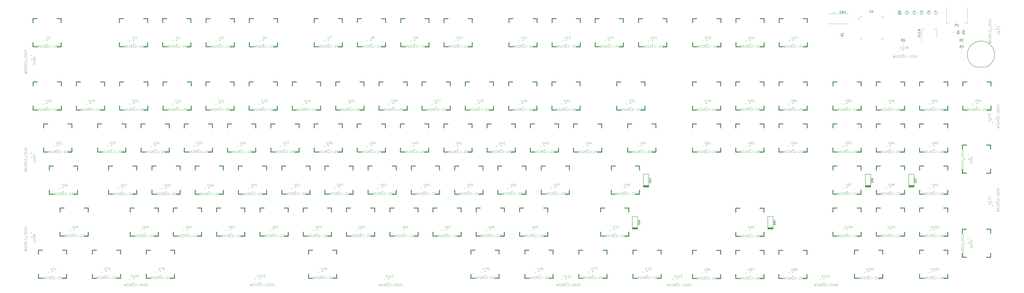
<source format=gbr>
G04 #@! TF.GenerationSoftware,KiCad,Pcbnew,(5.1.4)-1*
G04 #@! TF.CreationDate,2019-11-05T01:24:31-05:00*
G04 #@! TF.ProjectId,keyboard,6b657962-6f61-4726-942e-6b696361645f,rev?*
G04 #@! TF.SameCoordinates,Original*
G04 #@! TF.FileFunction,Legend,Top*
G04 #@! TF.FilePolarity,Positive*
%FSLAX46Y46*%
G04 Gerber Fmt 4.6, Leading zero omitted, Abs format (unit mm)*
G04 Created by KiCad (PCBNEW (5.1.4)-1) date 2019-11-05 01:24:31*
%MOMM*%
%LPD*%
G04 APERTURE LIST*
%ADD10C,0.120000*%
%ADD11C,0.200000*%
%ADD12C,0.381000*%
%ADD13C,0.150000*%
%ADD14C,0.127000*%
%ADD15C,0.050000*%
G04 APERTURE END LIST*
D10*
X381433000Y9656578D02*
X381433000Y9139422D01*
X382853000Y9656578D02*
X382853000Y9139422D01*
X384986422Y-5495000D02*
X385503578Y-5495000D01*
X384986422Y-4075000D02*
X385503578Y-4075000D01*
X386078000Y9141422D02*
X386078000Y9658578D01*
X384658000Y9141422D02*
X384658000Y9658578D01*
X387958000Y9141422D02*
X387958000Y9658578D01*
X389378000Y9141422D02*
X389378000Y9658578D01*
X392678000Y9141422D02*
X392678000Y9658578D01*
X391258000Y9141422D02*
X391258000Y9658578D01*
X394558000Y9141422D02*
X394558000Y9658578D01*
X395978000Y9141422D02*
X395978000Y9658578D01*
X402538000Y9139422D02*
X402538000Y9656578D01*
X401118000Y9139422D02*
X401118000Y9656578D01*
D11*
X270700000Y-63700000D02*
X270700000Y-69500000D01*
X268300000Y-63700000D02*
X270700000Y-63700000D01*
X268300000Y-69500000D02*
X268300000Y-63700000D01*
X268300000Y-69425000D02*
X270700000Y-69425000D01*
X268300000Y-69300000D02*
X270700000Y-69300000D01*
X270700000Y-69525000D02*
X268300000Y-69525000D01*
X268300000Y-69125000D02*
X270700000Y-69125000D01*
X268300000Y-68950000D02*
X270700000Y-68950000D01*
X268300000Y-68775000D02*
X270700000Y-68775000D01*
X265700000Y-82700000D02*
X265700000Y-88500000D01*
X263300000Y-82700000D02*
X265700000Y-82700000D01*
X263300000Y-88500000D02*
X263300000Y-82700000D01*
X263300000Y-88425000D02*
X265700000Y-88425000D01*
X263300000Y-88300000D02*
X265700000Y-88300000D01*
X265700000Y-88525000D02*
X263300000Y-88525000D01*
X263300000Y-88125000D02*
X265700000Y-88125000D01*
X263300000Y-87950000D02*
X265700000Y-87950000D01*
X263300000Y-87775000D02*
X265700000Y-87775000D01*
X324300000Y-87775000D02*
X326700000Y-87775000D01*
X324300000Y-87950000D02*
X326700000Y-87950000D01*
X324300000Y-88125000D02*
X326700000Y-88125000D01*
X326700000Y-88525000D02*
X324300000Y-88525000D01*
X324300000Y-88300000D02*
X326700000Y-88300000D01*
X324300000Y-88425000D02*
X326700000Y-88425000D01*
X324300000Y-88500000D02*
X324300000Y-82700000D01*
X324300000Y-82700000D02*
X326700000Y-82700000D01*
X326700000Y-82700000D02*
X326700000Y-88500000D01*
X370700000Y-63700000D02*
X370700000Y-69500000D01*
X368300000Y-63700000D02*
X370700000Y-63700000D01*
X368300000Y-69500000D02*
X368300000Y-63700000D01*
X368300000Y-69425000D02*
X370700000Y-69425000D01*
X368300000Y-69300000D02*
X370700000Y-69300000D01*
X370700000Y-69525000D02*
X368300000Y-69525000D01*
X368300000Y-69125000D02*
X370700000Y-69125000D01*
X368300000Y-68950000D02*
X370700000Y-68950000D01*
X368300000Y-68775000D02*
X370700000Y-68775000D01*
X390200000Y-63700000D02*
X390200000Y-69500000D01*
X387800000Y-63700000D02*
X390200000Y-63700000D01*
X387800000Y-69500000D02*
X387800000Y-63700000D01*
X387800000Y-69425000D02*
X390200000Y-69425000D01*
X387800000Y-69300000D02*
X390200000Y-69300000D01*
X390200000Y-69525000D02*
X387800000Y-69525000D01*
X387800000Y-69125000D02*
X390200000Y-69125000D01*
X387800000Y-68950000D02*
X390200000Y-68950000D01*
X387800000Y-68775000D02*
X390200000Y-68775000D01*
D12*
X-6750000Y4872000D02*
X-6750000Y6650000D01*
X-6750000Y-6050000D02*
X-6750000Y-4272000D01*
X-4972000Y-6050000D02*
X-6750000Y-6050000D01*
X5950000Y-6050000D02*
X4172000Y-6050000D01*
X5950000Y-4272000D02*
X5950000Y-6050000D01*
X5950000Y6650000D02*
X5950000Y4872000D01*
X4172000Y6650000D02*
X5950000Y6650000D01*
X-6750000Y6650000D02*
X-4972000Y6650000D01*
X32250000Y6650000D02*
X34028000Y6650000D01*
X43172000Y6650000D02*
X44950000Y6650000D01*
X44950000Y6650000D02*
X44950000Y4872000D01*
X44950000Y-4272000D02*
X44950000Y-6050000D01*
X44950000Y-6050000D02*
X43172000Y-6050000D01*
X34028000Y-6050000D02*
X32250000Y-6050000D01*
X32250000Y-6050000D02*
X32250000Y-4272000D01*
X32250000Y4872000D02*
X32250000Y6650000D01*
X51750000Y4872000D02*
X51750000Y6650000D01*
X51750000Y-6050000D02*
X51750000Y-4272000D01*
X53528000Y-6050000D02*
X51750000Y-6050000D01*
X64450000Y-6050000D02*
X62672000Y-6050000D01*
X64450000Y-4272000D02*
X64450000Y-6050000D01*
X64450000Y6650000D02*
X64450000Y4872000D01*
X62672000Y6650000D02*
X64450000Y6650000D01*
X51750000Y6650000D02*
X53528000Y6650000D01*
X71250000Y6650000D02*
X73028000Y6650000D01*
X82172000Y6650000D02*
X83950000Y6650000D01*
X83950000Y6650000D02*
X83950000Y4872000D01*
X83950000Y-4272000D02*
X83950000Y-6050000D01*
X83950000Y-6050000D02*
X82172000Y-6050000D01*
X73028000Y-6050000D02*
X71250000Y-6050000D01*
X71250000Y-6050000D02*
X71250000Y-4272000D01*
X71250000Y4872000D02*
X71250000Y6650000D01*
X90750000Y4872000D02*
X90750000Y6650000D01*
X90750000Y-6050000D02*
X90750000Y-4272000D01*
X92528000Y-6050000D02*
X90750000Y-6050000D01*
X103450000Y-6050000D02*
X101672000Y-6050000D01*
X103450000Y-4272000D02*
X103450000Y-6050000D01*
X103450000Y6650000D02*
X103450000Y4872000D01*
X101672000Y6650000D02*
X103450000Y6650000D01*
X90750000Y6650000D02*
X92528000Y6650000D01*
X119950000Y6650000D02*
X121728000Y6650000D01*
X130872000Y6650000D02*
X132650000Y6650000D01*
X132650000Y6650000D02*
X132650000Y4872000D01*
X132650000Y-4272000D02*
X132650000Y-6050000D01*
X132650000Y-6050000D02*
X130872000Y-6050000D01*
X121728000Y-6050000D02*
X119950000Y-6050000D01*
X119950000Y-6050000D02*
X119950000Y-4272000D01*
X119950000Y4872000D02*
X119950000Y6650000D01*
X139450000Y6650000D02*
X141228000Y6650000D01*
X150372000Y6650000D02*
X152150000Y6650000D01*
X152150000Y6650000D02*
X152150000Y4872000D01*
X152150000Y-4272000D02*
X152150000Y-6050000D01*
X152150000Y-6050000D02*
X150372000Y-6050000D01*
X141228000Y-6050000D02*
X139450000Y-6050000D01*
X139450000Y-6050000D02*
X139450000Y-4272000D01*
X139450000Y4872000D02*
X139450000Y6650000D01*
X158950000Y6650000D02*
X160728000Y6650000D01*
X169872000Y6650000D02*
X171650000Y6650000D01*
X171650000Y6650000D02*
X171650000Y4872000D01*
X171650000Y-4272000D02*
X171650000Y-6050000D01*
X171650000Y-6050000D02*
X169872000Y-6050000D01*
X160728000Y-6050000D02*
X158950000Y-6050000D01*
X158950000Y-6050000D02*
X158950000Y-4272000D01*
X158950000Y4872000D02*
X158950000Y6650000D01*
X178450000Y4872000D02*
X178450000Y6650000D01*
X178450000Y-6050000D02*
X178450000Y-4272000D01*
X180228000Y-6050000D02*
X178450000Y-6050000D01*
X191150000Y-6050000D02*
X189372000Y-6050000D01*
X191150000Y-4272000D02*
X191150000Y-6050000D01*
X191150000Y6650000D02*
X191150000Y4872000D01*
X189372000Y6650000D02*
X191150000Y6650000D01*
X178450000Y6650000D02*
X180228000Y6650000D01*
X207650000Y4872000D02*
X207650000Y6650000D01*
X207650000Y-6050000D02*
X207650000Y-4272000D01*
X209428000Y-6050000D02*
X207650000Y-6050000D01*
X220350000Y-6050000D02*
X218572000Y-6050000D01*
X220350000Y-4272000D02*
X220350000Y-6050000D01*
X220350000Y6650000D02*
X220350000Y4872000D01*
X218572000Y6650000D02*
X220350000Y6650000D01*
X207650000Y6650000D02*
X209428000Y6650000D01*
X227150000Y6650000D02*
X228928000Y6650000D01*
X238072000Y6650000D02*
X239850000Y6650000D01*
X239850000Y6650000D02*
X239850000Y4872000D01*
X239850000Y-4272000D02*
X239850000Y-6050000D01*
X239850000Y-6050000D02*
X238072000Y-6050000D01*
X228928000Y-6050000D02*
X227150000Y-6050000D01*
X227150000Y-6050000D02*
X227150000Y-4272000D01*
X227150000Y4872000D02*
X227150000Y6650000D01*
X246550000Y6650000D02*
X248328000Y6650000D01*
X257472000Y6650000D02*
X259250000Y6650000D01*
X259250000Y6650000D02*
X259250000Y4872000D01*
X259250000Y-4272000D02*
X259250000Y-6050000D01*
X259250000Y-6050000D02*
X257472000Y-6050000D01*
X248328000Y-6050000D02*
X246550000Y-6050000D01*
X246550000Y-6050000D02*
X246550000Y-4272000D01*
X246550000Y4872000D02*
X246550000Y6650000D01*
X266050000Y4872000D02*
X266050000Y6650000D01*
X266050000Y-6050000D02*
X266050000Y-4272000D01*
X267828000Y-6050000D02*
X266050000Y-6050000D01*
X278750000Y-6050000D02*
X276972000Y-6050000D01*
X278750000Y-4272000D02*
X278750000Y-6050000D01*
X278750000Y6650000D02*
X278750000Y4872000D01*
X276972000Y6650000D02*
X278750000Y6650000D01*
X266050000Y6650000D02*
X267828000Y6650000D01*
X290450000Y4872000D02*
X290450000Y6650000D01*
X290450000Y-6050000D02*
X290450000Y-4272000D01*
X292228000Y-6050000D02*
X290450000Y-6050000D01*
X303150000Y-6050000D02*
X301372000Y-6050000D01*
X303150000Y-4272000D02*
X303150000Y-6050000D01*
X303150000Y6650000D02*
X303150000Y4872000D01*
X301372000Y6650000D02*
X303150000Y6650000D01*
X290450000Y6650000D02*
X292228000Y6650000D01*
X309950000Y6650000D02*
X311728000Y6650000D01*
X320872000Y6650000D02*
X322650000Y6650000D01*
X322650000Y6650000D02*
X322650000Y4872000D01*
X322650000Y-4272000D02*
X322650000Y-6050000D01*
X322650000Y-6050000D02*
X320872000Y-6050000D01*
X311728000Y-6050000D02*
X309950000Y-6050000D01*
X309950000Y-6050000D02*
X309950000Y-4272000D01*
X309950000Y4872000D02*
X309950000Y6650000D01*
X329406000Y4872000D02*
X329406000Y6650000D01*
X329406000Y-6050000D02*
X329406000Y-4272000D01*
X331184000Y-6050000D02*
X329406000Y-6050000D01*
X342106000Y-6050000D02*
X340328000Y-6050000D01*
X342106000Y-4272000D02*
X342106000Y-6050000D01*
X342106000Y6650000D02*
X342106000Y4872000D01*
X340328000Y6650000D02*
X342106000Y6650000D01*
X329406000Y6650000D02*
X331184000Y6650000D01*
X-6650000Y-23728000D02*
X-6650000Y-21950000D01*
X-6650000Y-34650000D02*
X-6650000Y-32872000D01*
X-4872000Y-34650000D02*
X-6650000Y-34650000D01*
X6050000Y-34650000D02*
X4272000Y-34650000D01*
X6050000Y-32872000D02*
X6050000Y-34650000D01*
X6050000Y-21950000D02*
X6050000Y-23728000D01*
X4272000Y-21950000D02*
X6050000Y-21950000D01*
X-6650000Y-21950000D02*
X-4872000Y-21950000D01*
X12850000Y-21950000D02*
X14628000Y-21950000D01*
X23772000Y-21950000D02*
X25550000Y-21950000D01*
X25550000Y-21950000D02*
X25550000Y-23728000D01*
X25550000Y-32872000D02*
X25550000Y-34650000D01*
X25550000Y-34650000D02*
X23772000Y-34650000D01*
X14628000Y-34650000D02*
X12850000Y-34650000D01*
X12850000Y-34650000D02*
X12850000Y-32872000D01*
X12850000Y-23728000D02*
X12850000Y-21950000D01*
X32350000Y-21950000D02*
X34128000Y-21950000D01*
X43272000Y-21950000D02*
X45050000Y-21950000D01*
X45050000Y-21950000D02*
X45050000Y-23728000D01*
X45050000Y-32872000D02*
X45050000Y-34650000D01*
X45050000Y-34650000D02*
X43272000Y-34650000D01*
X34128000Y-34650000D02*
X32350000Y-34650000D01*
X32350000Y-34650000D02*
X32350000Y-32872000D01*
X32350000Y-23728000D02*
X32350000Y-21950000D01*
X51850000Y-23728000D02*
X51850000Y-21950000D01*
X51850000Y-34650000D02*
X51850000Y-32872000D01*
X53628000Y-34650000D02*
X51850000Y-34650000D01*
X64550000Y-34650000D02*
X62772000Y-34650000D01*
X64550000Y-32872000D02*
X64550000Y-34650000D01*
X64550000Y-21950000D02*
X64550000Y-23728000D01*
X62772000Y-21950000D02*
X64550000Y-21950000D01*
X51850000Y-21950000D02*
X53628000Y-21950000D01*
X71150000Y-21950000D02*
X72928000Y-21950000D01*
X82072000Y-21950000D02*
X83850000Y-21950000D01*
X83850000Y-21950000D02*
X83850000Y-23728000D01*
X83850000Y-32872000D02*
X83850000Y-34650000D01*
X83850000Y-34650000D02*
X82072000Y-34650000D01*
X72928000Y-34650000D02*
X71150000Y-34650000D01*
X71150000Y-34650000D02*
X71150000Y-32872000D01*
X71150000Y-23728000D02*
X71150000Y-21950000D01*
X90650000Y-23728000D02*
X90650000Y-21950000D01*
X90650000Y-34650000D02*
X90650000Y-32872000D01*
X92428000Y-34650000D02*
X90650000Y-34650000D01*
X103350000Y-34650000D02*
X101572000Y-34650000D01*
X103350000Y-32872000D02*
X103350000Y-34650000D01*
X103350000Y-21950000D02*
X103350000Y-23728000D01*
X101572000Y-21950000D02*
X103350000Y-21950000D01*
X90650000Y-21950000D02*
X92428000Y-21950000D01*
X110150000Y-23728000D02*
X110150000Y-21950000D01*
X110150000Y-34650000D02*
X110150000Y-32872000D01*
X111928000Y-34650000D02*
X110150000Y-34650000D01*
X122850000Y-34650000D02*
X121072000Y-34650000D01*
X122850000Y-32872000D02*
X122850000Y-34650000D01*
X122850000Y-21950000D02*
X122850000Y-23728000D01*
X121072000Y-21950000D02*
X122850000Y-21950000D01*
X110150000Y-21950000D02*
X111928000Y-21950000D01*
X129650000Y-23728000D02*
X129650000Y-21950000D01*
X129650000Y-34650000D02*
X129650000Y-32872000D01*
X131428000Y-34650000D02*
X129650000Y-34650000D01*
X142350000Y-34650000D02*
X140572000Y-34650000D01*
X142350000Y-32872000D02*
X142350000Y-34650000D01*
X142350000Y-21950000D02*
X142350000Y-23728000D01*
X140572000Y-21950000D02*
X142350000Y-21950000D01*
X129650000Y-21950000D02*
X131428000Y-21950000D01*
X149150000Y-21950000D02*
X150928000Y-21950000D01*
X160072000Y-21950000D02*
X161850000Y-21950000D01*
X161850000Y-21950000D02*
X161850000Y-23728000D01*
X161850000Y-32872000D02*
X161850000Y-34650000D01*
X161850000Y-34650000D02*
X160072000Y-34650000D01*
X150928000Y-34650000D02*
X149150000Y-34650000D01*
X149150000Y-34650000D02*
X149150000Y-32872000D01*
X149150000Y-23728000D02*
X149150000Y-21950000D01*
X168550000Y-23728000D02*
X168550000Y-21950000D01*
X168550000Y-34650000D02*
X168550000Y-32872000D01*
X170328000Y-34650000D02*
X168550000Y-34650000D01*
X181250000Y-34650000D02*
X179472000Y-34650000D01*
X181250000Y-32872000D02*
X181250000Y-34650000D01*
X181250000Y-21950000D02*
X181250000Y-23728000D01*
X179472000Y-21950000D02*
X181250000Y-21950000D01*
X168550000Y-21950000D02*
X170328000Y-21950000D01*
X188050000Y-21950000D02*
X189828000Y-21950000D01*
X198972000Y-21950000D02*
X200750000Y-21950000D01*
X200750000Y-21950000D02*
X200750000Y-23728000D01*
X200750000Y-32872000D02*
X200750000Y-34650000D01*
X200750000Y-34650000D02*
X198972000Y-34650000D01*
X189828000Y-34650000D02*
X188050000Y-34650000D01*
X188050000Y-34650000D02*
X188050000Y-32872000D01*
X188050000Y-23728000D02*
X188050000Y-21950000D01*
X207550000Y-23728000D02*
X207550000Y-21950000D01*
X207550000Y-34650000D02*
X207550000Y-32872000D01*
X209328000Y-34650000D02*
X207550000Y-34650000D01*
X220250000Y-34650000D02*
X218472000Y-34650000D01*
X220250000Y-32872000D02*
X220250000Y-34650000D01*
X220250000Y-21950000D02*
X220250000Y-23728000D01*
X218472000Y-21950000D02*
X220250000Y-21950000D01*
X207550000Y-21950000D02*
X209328000Y-21950000D01*
X227050000Y-21950000D02*
X228828000Y-21950000D01*
X237972000Y-21950000D02*
X239750000Y-21950000D01*
X239750000Y-21950000D02*
X239750000Y-23728000D01*
X239750000Y-32872000D02*
X239750000Y-34650000D01*
X239750000Y-34650000D02*
X237972000Y-34650000D01*
X228828000Y-34650000D02*
X227050000Y-34650000D01*
X227050000Y-34650000D02*
X227050000Y-32872000D01*
X227050000Y-23728000D02*
X227050000Y-21950000D01*
X256250000Y-21950000D02*
X258028000Y-21950000D01*
X267172000Y-21950000D02*
X268950000Y-21950000D01*
X268950000Y-21950000D02*
X268950000Y-23728000D01*
X268950000Y-32872000D02*
X268950000Y-34650000D01*
X268950000Y-34650000D02*
X267172000Y-34650000D01*
X258028000Y-34650000D02*
X256250000Y-34650000D01*
X256250000Y-34650000D02*
X256250000Y-32872000D01*
X256250000Y-23728000D02*
X256250000Y-21950000D01*
X-1850000Y-42728000D02*
X-1850000Y-40950000D01*
X-1850000Y-53650000D02*
X-1850000Y-51872000D01*
X-72000Y-53650000D02*
X-1850000Y-53650000D01*
X10850000Y-53650000D02*
X9072000Y-53650000D01*
X10850000Y-51872000D02*
X10850000Y-53650000D01*
X10850000Y-40950000D02*
X10850000Y-42728000D01*
X9072000Y-40950000D02*
X10850000Y-40950000D01*
X-1850000Y-40950000D02*
X-72000Y-40950000D01*
X22450000Y-42728000D02*
X22450000Y-40950000D01*
X22450000Y-53650000D02*
X22450000Y-51872000D01*
X24228000Y-53650000D02*
X22450000Y-53650000D01*
X35150000Y-53650000D02*
X33372000Y-53650000D01*
X35150000Y-51872000D02*
X35150000Y-53650000D01*
X35150000Y-40950000D02*
X35150000Y-42728000D01*
X33372000Y-40950000D02*
X35150000Y-40950000D01*
X22450000Y-40950000D02*
X24228000Y-40950000D01*
X41950000Y-42728000D02*
X41950000Y-40950000D01*
X41950000Y-53650000D02*
X41950000Y-51872000D01*
X43728000Y-53650000D02*
X41950000Y-53650000D01*
X54650000Y-53650000D02*
X52872000Y-53650000D01*
X54650000Y-51872000D02*
X54650000Y-53650000D01*
X54650000Y-40950000D02*
X54650000Y-42728000D01*
X52872000Y-40950000D02*
X54650000Y-40950000D01*
X41950000Y-40950000D02*
X43728000Y-40950000D01*
X61450000Y-42728000D02*
X61450000Y-40950000D01*
X61450000Y-53650000D02*
X61450000Y-51872000D01*
X63228000Y-53650000D02*
X61450000Y-53650000D01*
X74150000Y-53650000D02*
X72372000Y-53650000D01*
X74150000Y-51872000D02*
X74150000Y-53650000D01*
X74150000Y-40950000D02*
X74150000Y-42728000D01*
X72372000Y-40950000D02*
X74150000Y-40950000D01*
X61450000Y-40950000D02*
X63228000Y-40950000D01*
X80950000Y-40950000D02*
X82728000Y-40950000D01*
X91872000Y-40950000D02*
X93650000Y-40950000D01*
X93650000Y-40950000D02*
X93650000Y-42728000D01*
X93650000Y-51872000D02*
X93650000Y-53650000D01*
X93650000Y-53650000D02*
X91872000Y-53650000D01*
X82728000Y-53650000D02*
X80950000Y-53650000D01*
X80950000Y-53650000D02*
X80950000Y-51872000D01*
X80950000Y-42728000D02*
X80950000Y-40950000D01*
X100450000Y-42728000D02*
X100450000Y-40950000D01*
X100450000Y-53650000D02*
X100450000Y-51872000D01*
X102228000Y-53650000D02*
X100450000Y-53650000D01*
X113150000Y-53650000D02*
X111372000Y-53650000D01*
X113150000Y-51872000D02*
X113150000Y-53650000D01*
X113150000Y-40950000D02*
X113150000Y-42728000D01*
X111372000Y-40950000D02*
X113150000Y-40950000D01*
X100450000Y-40950000D02*
X102228000Y-40950000D01*
X119950000Y-40950000D02*
X121728000Y-40950000D01*
X130872000Y-40950000D02*
X132650000Y-40950000D01*
X132650000Y-40950000D02*
X132650000Y-42728000D01*
X132650000Y-51872000D02*
X132650000Y-53650000D01*
X132650000Y-53650000D02*
X130872000Y-53650000D01*
X121728000Y-53650000D02*
X119950000Y-53650000D01*
X119950000Y-53650000D02*
X119950000Y-51872000D01*
X119950000Y-42728000D02*
X119950000Y-40950000D01*
X139350000Y-40950000D02*
X141128000Y-40950000D01*
X150272000Y-40950000D02*
X152050000Y-40950000D01*
X152050000Y-40950000D02*
X152050000Y-42728000D01*
X152050000Y-51872000D02*
X152050000Y-53650000D01*
X152050000Y-53650000D02*
X150272000Y-53650000D01*
X141128000Y-53650000D02*
X139350000Y-53650000D01*
X139350000Y-53650000D02*
X139350000Y-51872000D01*
X139350000Y-42728000D02*
X139350000Y-40950000D01*
X158850000Y-42728000D02*
X158850000Y-40950000D01*
X158850000Y-53650000D02*
X158850000Y-51872000D01*
X160628000Y-53650000D02*
X158850000Y-53650000D01*
X171550000Y-53650000D02*
X169772000Y-53650000D01*
X171550000Y-51872000D02*
X171550000Y-53650000D01*
X171550000Y-40950000D02*
X171550000Y-42728000D01*
X169772000Y-40950000D02*
X171550000Y-40950000D01*
X158850000Y-40950000D02*
X160628000Y-40950000D01*
X178350000Y-42728000D02*
X178350000Y-40950000D01*
X178350000Y-53650000D02*
X178350000Y-51872000D01*
X180128000Y-53650000D02*
X178350000Y-53650000D01*
X191050000Y-53650000D02*
X189272000Y-53650000D01*
X191050000Y-51872000D02*
X191050000Y-53650000D01*
X191050000Y-40950000D02*
X191050000Y-42728000D01*
X189272000Y-40950000D02*
X191050000Y-40950000D01*
X178350000Y-40950000D02*
X180128000Y-40950000D01*
X197850000Y-42728000D02*
X197850000Y-40950000D01*
X197850000Y-53650000D02*
X197850000Y-51872000D01*
X199628000Y-53650000D02*
X197850000Y-53650000D01*
X210550000Y-53650000D02*
X208772000Y-53650000D01*
X210550000Y-51872000D02*
X210550000Y-53650000D01*
X210550000Y-40950000D02*
X210550000Y-42728000D01*
X208772000Y-40950000D02*
X210550000Y-40950000D01*
X197850000Y-40950000D02*
X199628000Y-40950000D01*
X217350000Y-40950000D02*
X219128000Y-40950000D01*
X228272000Y-40950000D02*
X230050000Y-40950000D01*
X230050000Y-40950000D02*
X230050000Y-42728000D01*
X230050000Y-51872000D02*
X230050000Y-53650000D01*
X230050000Y-53650000D02*
X228272000Y-53650000D01*
X219128000Y-53650000D02*
X217350000Y-53650000D01*
X217350000Y-53650000D02*
X217350000Y-51872000D01*
X217350000Y-42728000D02*
X217350000Y-40950000D01*
X236750000Y-42728000D02*
X236750000Y-40950000D01*
X236750000Y-53650000D02*
X236750000Y-51872000D01*
X238528000Y-53650000D02*
X236750000Y-53650000D01*
X249450000Y-53650000D02*
X247672000Y-53650000D01*
X249450000Y-51872000D02*
X249450000Y-53650000D01*
X249450000Y-40950000D02*
X249450000Y-42728000D01*
X247672000Y-40950000D02*
X249450000Y-40950000D01*
X236750000Y-40950000D02*
X238528000Y-40950000D01*
X261150000Y-42728000D02*
X261150000Y-40950000D01*
X261150000Y-53650000D02*
X261150000Y-51872000D01*
X262928000Y-53650000D02*
X261150000Y-53650000D01*
X273850000Y-53650000D02*
X272072000Y-53650000D01*
X273850000Y-51872000D02*
X273850000Y-53650000D01*
X273850000Y-40950000D02*
X273850000Y-42728000D01*
X272072000Y-40950000D02*
X273850000Y-40950000D01*
X261150000Y-40950000D02*
X262928000Y-40950000D01*
X650000Y-59950000D02*
X2428000Y-59950000D01*
X11572000Y-59950000D02*
X13350000Y-59950000D01*
X13350000Y-59950000D02*
X13350000Y-61728000D01*
X13350000Y-70872000D02*
X13350000Y-72650000D01*
X13350000Y-72650000D02*
X11572000Y-72650000D01*
X2428000Y-72650000D02*
X650000Y-72650000D01*
X650000Y-72650000D02*
X650000Y-70872000D01*
X650000Y-61728000D02*
X650000Y-59950000D01*
X27350000Y-61728000D02*
X27350000Y-59950000D01*
X27350000Y-72650000D02*
X27350000Y-70872000D01*
X29128000Y-72650000D02*
X27350000Y-72650000D01*
X40050000Y-72650000D02*
X38272000Y-72650000D01*
X40050000Y-70872000D02*
X40050000Y-72650000D01*
X40050000Y-59950000D02*
X40050000Y-61728000D01*
X38272000Y-59950000D02*
X40050000Y-59950000D01*
X27350000Y-59950000D02*
X29128000Y-59950000D01*
X46850000Y-61728000D02*
X46850000Y-59950000D01*
X46850000Y-72650000D02*
X46850000Y-70872000D01*
X48628000Y-72650000D02*
X46850000Y-72650000D01*
X59550000Y-72650000D02*
X57772000Y-72650000D01*
X59550000Y-70872000D02*
X59550000Y-72650000D01*
X59550000Y-59950000D02*
X59550000Y-61728000D01*
X57772000Y-59950000D02*
X59550000Y-59950000D01*
X46850000Y-59950000D02*
X48628000Y-59950000D01*
X66350000Y-61728000D02*
X66350000Y-59950000D01*
X66350000Y-72650000D02*
X66350000Y-70872000D01*
X68128000Y-72650000D02*
X66350000Y-72650000D01*
X79050000Y-72650000D02*
X77272000Y-72650000D01*
X79050000Y-70872000D02*
X79050000Y-72650000D01*
X79050000Y-59950000D02*
X79050000Y-61728000D01*
X77272000Y-59950000D02*
X79050000Y-59950000D01*
X66350000Y-59950000D02*
X68128000Y-59950000D01*
X85850000Y-59950000D02*
X87628000Y-59950000D01*
X96772000Y-59950000D02*
X98550000Y-59950000D01*
X98550000Y-59950000D02*
X98550000Y-61728000D01*
X98550000Y-70872000D02*
X98550000Y-72650000D01*
X98550000Y-72650000D02*
X96772000Y-72650000D01*
X87628000Y-72650000D02*
X85850000Y-72650000D01*
X85850000Y-72650000D02*
X85850000Y-70872000D01*
X85850000Y-61728000D02*
X85850000Y-59950000D01*
X105350000Y-61728000D02*
X105350000Y-59950000D01*
X105350000Y-72650000D02*
X105350000Y-70872000D01*
X107128000Y-72650000D02*
X105350000Y-72650000D01*
X118050000Y-72650000D02*
X116272000Y-72650000D01*
X118050000Y-70872000D02*
X118050000Y-72650000D01*
X118050000Y-59950000D02*
X118050000Y-61728000D01*
X116272000Y-59950000D02*
X118050000Y-59950000D01*
X105350000Y-59950000D02*
X107128000Y-59950000D01*
X124750000Y-59950000D02*
X126528000Y-59950000D01*
X135672000Y-59950000D02*
X137450000Y-59950000D01*
X137450000Y-59950000D02*
X137450000Y-61728000D01*
X137450000Y-70872000D02*
X137450000Y-72650000D01*
X137450000Y-72650000D02*
X135672000Y-72650000D01*
X126528000Y-72650000D02*
X124750000Y-72650000D01*
X124750000Y-72650000D02*
X124750000Y-70872000D01*
X124750000Y-61728000D02*
X124750000Y-59950000D01*
X144250000Y-59950000D02*
X146028000Y-59950000D01*
X155172000Y-59950000D02*
X156950000Y-59950000D01*
X156950000Y-59950000D02*
X156950000Y-61728000D01*
X156950000Y-70872000D02*
X156950000Y-72650000D01*
X156950000Y-72650000D02*
X155172000Y-72650000D01*
X146028000Y-72650000D02*
X144250000Y-72650000D01*
X144250000Y-72650000D02*
X144250000Y-70872000D01*
X144250000Y-61728000D02*
X144250000Y-59950000D01*
X163750000Y-61728000D02*
X163750000Y-59950000D01*
X163750000Y-72650000D02*
X163750000Y-70872000D01*
X165528000Y-72650000D02*
X163750000Y-72650000D01*
X176450000Y-72650000D02*
X174672000Y-72650000D01*
X176450000Y-70872000D02*
X176450000Y-72650000D01*
X176450000Y-59950000D02*
X176450000Y-61728000D01*
X174672000Y-59950000D02*
X176450000Y-59950000D01*
X163750000Y-59950000D02*
X165528000Y-59950000D01*
X183250000Y-59950000D02*
X185028000Y-59950000D01*
X194172000Y-59950000D02*
X195950000Y-59950000D01*
X195950000Y-59950000D02*
X195950000Y-61728000D01*
X195950000Y-70872000D02*
X195950000Y-72650000D01*
X195950000Y-72650000D02*
X194172000Y-72650000D01*
X185028000Y-72650000D02*
X183250000Y-72650000D01*
X183250000Y-72650000D02*
X183250000Y-70872000D01*
X183250000Y-61728000D02*
X183250000Y-59950000D01*
X202650000Y-59950000D02*
X204428000Y-59950000D01*
X213572000Y-59950000D02*
X215350000Y-59950000D01*
X215350000Y-59950000D02*
X215350000Y-61728000D01*
X215350000Y-70872000D02*
X215350000Y-72650000D01*
X215350000Y-72650000D02*
X213572000Y-72650000D01*
X204428000Y-72650000D02*
X202650000Y-72650000D01*
X202650000Y-72650000D02*
X202650000Y-70872000D01*
X202650000Y-61728000D02*
X202650000Y-59950000D01*
X222250000Y-59950000D02*
X224028000Y-59950000D01*
X233172000Y-59950000D02*
X234950000Y-59950000D01*
X234950000Y-59950000D02*
X234950000Y-61728000D01*
X234950000Y-70872000D02*
X234950000Y-72650000D01*
X234950000Y-72650000D02*
X233172000Y-72650000D01*
X224028000Y-72650000D02*
X222250000Y-72650000D01*
X222250000Y-72650000D02*
X222250000Y-70872000D01*
X222250000Y-61728000D02*
X222250000Y-59950000D01*
X253850000Y-61728000D02*
X253850000Y-59950000D01*
X253850000Y-72650000D02*
X253850000Y-70872000D01*
X255628000Y-72650000D02*
X253850000Y-72650000D01*
X266550000Y-72650000D02*
X264772000Y-72650000D01*
X266550000Y-70872000D02*
X266550000Y-72650000D01*
X266550000Y-59950000D02*
X266550000Y-61728000D01*
X264772000Y-59950000D02*
X266550000Y-59950000D01*
X253850000Y-59950000D02*
X255628000Y-59950000D01*
X5450000Y-80728000D02*
X5450000Y-78950000D01*
X5450000Y-91650000D02*
X5450000Y-89872000D01*
X7228000Y-91650000D02*
X5450000Y-91650000D01*
X18150000Y-91650000D02*
X16372000Y-91650000D01*
X18150000Y-89872000D02*
X18150000Y-91650000D01*
X18150000Y-78950000D02*
X18150000Y-80728000D01*
X16372000Y-78950000D02*
X18150000Y-78950000D01*
X5450000Y-78950000D02*
X7228000Y-78950000D01*
X37050000Y-78950000D02*
X38828000Y-78950000D01*
X47972000Y-78950000D02*
X49750000Y-78950000D01*
X49750000Y-78950000D02*
X49750000Y-80728000D01*
X49750000Y-89872000D02*
X49750000Y-91650000D01*
X49750000Y-91650000D02*
X47972000Y-91650000D01*
X38828000Y-91650000D02*
X37050000Y-91650000D01*
X37050000Y-91650000D02*
X37050000Y-89872000D01*
X37050000Y-80728000D02*
X37050000Y-78950000D01*
X56550000Y-80728000D02*
X56550000Y-78950000D01*
X56550000Y-91650000D02*
X56550000Y-89872000D01*
X58328000Y-91650000D02*
X56550000Y-91650000D01*
X69250000Y-91650000D02*
X67472000Y-91650000D01*
X69250000Y-89872000D02*
X69250000Y-91650000D01*
X69250000Y-78950000D02*
X69250000Y-80728000D01*
X67472000Y-78950000D02*
X69250000Y-78950000D01*
X56550000Y-78950000D02*
X58328000Y-78950000D01*
X76050000Y-80728000D02*
X76050000Y-78950000D01*
X76050000Y-91650000D02*
X76050000Y-89872000D01*
X77828000Y-91650000D02*
X76050000Y-91650000D01*
X88750000Y-91650000D02*
X86972000Y-91650000D01*
X88750000Y-89872000D02*
X88750000Y-91650000D01*
X88750000Y-78950000D02*
X88750000Y-80728000D01*
X86972000Y-78950000D02*
X88750000Y-78950000D01*
X76050000Y-78950000D02*
X77828000Y-78950000D01*
X95550000Y-78950000D02*
X97328000Y-78950000D01*
X106472000Y-78950000D02*
X108250000Y-78950000D01*
X108250000Y-78950000D02*
X108250000Y-80728000D01*
X108250000Y-89872000D02*
X108250000Y-91650000D01*
X108250000Y-91650000D02*
X106472000Y-91650000D01*
X97328000Y-91650000D02*
X95550000Y-91650000D01*
X95550000Y-91650000D02*
X95550000Y-89872000D01*
X95550000Y-80728000D02*
X95550000Y-78950000D01*
X115050000Y-78950000D02*
X116828000Y-78950000D01*
X125972000Y-78950000D02*
X127750000Y-78950000D01*
X127750000Y-78950000D02*
X127750000Y-80728000D01*
X127750000Y-89872000D02*
X127750000Y-91650000D01*
X127750000Y-91650000D02*
X125972000Y-91650000D01*
X116828000Y-91650000D02*
X115050000Y-91650000D01*
X115050000Y-91650000D02*
X115050000Y-89872000D01*
X115050000Y-80728000D02*
X115050000Y-78950000D01*
X134550000Y-80728000D02*
X134550000Y-78950000D01*
X134550000Y-91650000D02*
X134550000Y-89872000D01*
X136328000Y-91650000D02*
X134550000Y-91650000D01*
X147250000Y-91650000D02*
X145472000Y-91650000D01*
X147250000Y-89872000D02*
X147250000Y-91650000D01*
X147250000Y-78950000D02*
X147250000Y-80728000D01*
X145472000Y-78950000D02*
X147250000Y-78950000D01*
X134550000Y-78950000D02*
X136328000Y-78950000D01*
X154050000Y-78950000D02*
X155828000Y-78950000D01*
X164972000Y-78950000D02*
X166750000Y-78950000D01*
X166750000Y-78950000D02*
X166750000Y-80728000D01*
X166750000Y-89872000D02*
X166750000Y-91650000D01*
X166750000Y-91650000D02*
X164972000Y-91650000D01*
X155828000Y-91650000D02*
X154050000Y-91650000D01*
X154050000Y-91650000D02*
X154050000Y-89872000D01*
X154050000Y-80728000D02*
X154050000Y-78950000D01*
X173450000Y-80728000D02*
X173450000Y-78950000D01*
X173450000Y-91650000D02*
X173450000Y-89872000D01*
X175228000Y-91650000D02*
X173450000Y-91650000D01*
X186150000Y-91650000D02*
X184372000Y-91650000D01*
X186150000Y-89872000D02*
X186150000Y-91650000D01*
X186150000Y-78950000D02*
X186150000Y-80728000D01*
X184372000Y-78950000D02*
X186150000Y-78950000D01*
X173450000Y-78950000D02*
X175228000Y-78950000D01*
X192950000Y-80728000D02*
X192950000Y-78950000D01*
X192950000Y-91650000D02*
X192950000Y-89872000D01*
X194728000Y-91650000D02*
X192950000Y-91650000D01*
X205650000Y-91650000D02*
X203872000Y-91650000D01*
X205650000Y-89872000D02*
X205650000Y-91650000D01*
X205650000Y-78950000D02*
X205650000Y-80728000D01*
X203872000Y-78950000D02*
X205650000Y-78950000D01*
X192950000Y-78950000D02*
X194728000Y-78950000D01*
X212450000Y-78950000D02*
X214228000Y-78950000D01*
X223372000Y-78950000D02*
X225150000Y-78950000D01*
X225150000Y-78950000D02*
X225150000Y-80728000D01*
X225150000Y-89872000D02*
X225150000Y-91650000D01*
X225150000Y-91650000D02*
X223372000Y-91650000D01*
X214228000Y-91650000D02*
X212450000Y-91650000D01*
X212450000Y-91650000D02*
X212450000Y-89872000D01*
X212450000Y-80728000D02*
X212450000Y-78950000D01*
X248950000Y-78950000D02*
X250728000Y-78950000D01*
X259872000Y-78950000D02*
X261650000Y-78950000D01*
X261650000Y-78950000D02*
X261650000Y-80728000D01*
X261650000Y-89872000D02*
X261650000Y-91650000D01*
X261650000Y-91650000D02*
X259872000Y-91650000D01*
X250728000Y-91650000D02*
X248950000Y-91650000D01*
X248950000Y-91650000D02*
X248950000Y-89872000D01*
X248950000Y-80728000D02*
X248950000Y-78950000D01*
X-4250000Y-97950000D02*
X-2472000Y-97950000D01*
X6672000Y-97950000D02*
X8450000Y-97950000D01*
X8450000Y-97950000D02*
X8450000Y-99728000D01*
X8450000Y-108872000D02*
X8450000Y-110650000D01*
X8450000Y-110650000D02*
X6672000Y-110650000D01*
X-2472000Y-110650000D02*
X-4250000Y-110650000D01*
X-4250000Y-110650000D02*
X-4250000Y-108872000D01*
X-4250000Y-99728000D02*
X-4250000Y-97950000D01*
X20050000Y-99728000D02*
X20050000Y-97950000D01*
X20050000Y-110650000D02*
X20050000Y-108872000D01*
X21828000Y-110650000D02*
X20050000Y-110650000D01*
X32750000Y-110650000D02*
X30972000Y-110650000D01*
X32750000Y-108872000D02*
X32750000Y-110650000D01*
X32750000Y-97950000D02*
X32750000Y-99728000D01*
X30972000Y-97950000D02*
X32750000Y-97950000D01*
X20050000Y-97950000D02*
X21828000Y-97950000D01*
X44350000Y-97950000D02*
X46128000Y-97950000D01*
X55272000Y-97950000D02*
X57050000Y-97950000D01*
X57050000Y-97950000D02*
X57050000Y-99728000D01*
X57050000Y-108872000D02*
X57050000Y-110650000D01*
X57050000Y-110650000D02*
X55272000Y-110650000D01*
X46128000Y-110650000D02*
X44350000Y-110650000D01*
X44350000Y-110650000D02*
X44350000Y-108872000D01*
X44350000Y-99728000D02*
X44350000Y-97950000D01*
X117450000Y-99728000D02*
X117450000Y-97950000D01*
X117450000Y-110650000D02*
X117450000Y-108872000D01*
X119228000Y-110650000D02*
X117450000Y-110650000D01*
X130150000Y-110650000D02*
X128372000Y-110650000D01*
X130150000Y-108872000D02*
X130150000Y-110650000D01*
X130150000Y-97950000D02*
X130150000Y-99728000D01*
X128372000Y-97950000D02*
X130150000Y-97950000D01*
X117450000Y-97950000D02*
X119228000Y-97950000D01*
X190550000Y-97950000D02*
X192328000Y-97950000D01*
X201472000Y-97950000D02*
X203250000Y-97950000D01*
X203250000Y-97950000D02*
X203250000Y-99728000D01*
X203250000Y-108872000D02*
X203250000Y-110650000D01*
X203250000Y-110650000D02*
X201472000Y-110650000D01*
X192328000Y-110650000D02*
X190550000Y-110650000D01*
X190550000Y-110650000D02*
X190550000Y-108872000D01*
X190550000Y-99728000D02*
X190550000Y-97950000D01*
X214850000Y-99728000D02*
X214850000Y-97950000D01*
X214850000Y-110650000D02*
X214850000Y-108872000D01*
X216628000Y-110650000D02*
X214850000Y-110650000D01*
X227550000Y-110650000D02*
X225772000Y-110650000D01*
X227550000Y-108872000D02*
X227550000Y-110650000D01*
X227550000Y-97950000D02*
X227550000Y-99728000D01*
X225772000Y-97950000D02*
X227550000Y-97950000D01*
X214850000Y-97950000D02*
X216628000Y-97950000D01*
X239150000Y-99728000D02*
X239150000Y-97950000D01*
X239150000Y-110650000D02*
X239150000Y-108872000D01*
X240928000Y-110650000D02*
X239150000Y-110650000D01*
X251850000Y-110650000D02*
X250072000Y-110650000D01*
X251850000Y-108872000D02*
X251850000Y-110650000D01*
X251850000Y-97950000D02*
X251850000Y-99728000D01*
X250072000Y-97950000D02*
X251850000Y-97950000D01*
X239150000Y-97950000D02*
X240928000Y-97950000D01*
X263550000Y-97950000D02*
X265328000Y-97950000D01*
X274472000Y-97950000D02*
X276250000Y-97950000D01*
X276250000Y-97950000D02*
X276250000Y-99728000D01*
X276250000Y-108872000D02*
X276250000Y-110650000D01*
X276250000Y-110650000D02*
X274472000Y-110650000D01*
X265328000Y-110650000D02*
X263550000Y-110650000D01*
X263550000Y-110650000D02*
X263550000Y-108872000D01*
X263550000Y-99728000D02*
X263550000Y-97950000D01*
X290350000Y-21950000D02*
X292128000Y-21950000D01*
X301272000Y-21950000D02*
X303050000Y-21950000D01*
X303050000Y-21950000D02*
X303050000Y-23728000D01*
X303050000Y-32872000D02*
X303050000Y-34650000D01*
X303050000Y-34650000D02*
X301272000Y-34650000D01*
X292128000Y-34650000D02*
X290350000Y-34650000D01*
X290350000Y-34650000D02*
X290350000Y-32872000D01*
X290350000Y-23728000D02*
X290350000Y-21950000D01*
X309850000Y-21950000D02*
X311628000Y-21950000D01*
X320772000Y-21950000D02*
X322550000Y-21950000D01*
X322550000Y-21950000D02*
X322550000Y-23728000D01*
X322550000Y-32872000D02*
X322550000Y-34650000D01*
X322550000Y-34650000D02*
X320772000Y-34650000D01*
X311628000Y-34650000D02*
X309850000Y-34650000D01*
X309850000Y-34650000D02*
X309850000Y-32872000D01*
X309850000Y-23728000D02*
X309850000Y-21950000D01*
X329350000Y-23728000D02*
X329350000Y-21950000D01*
X329350000Y-34650000D02*
X329350000Y-32872000D01*
X331128000Y-34650000D02*
X329350000Y-34650000D01*
X342050000Y-34650000D02*
X340272000Y-34650000D01*
X342050000Y-32872000D02*
X342050000Y-34650000D01*
X342050000Y-21950000D02*
X342050000Y-23728000D01*
X340272000Y-21950000D02*
X342050000Y-21950000D01*
X329350000Y-21950000D02*
X331128000Y-21950000D01*
X290350000Y-40950000D02*
X292128000Y-40950000D01*
X301272000Y-40950000D02*
X303050000Y-40950000D01*
X303050000Y-40950000D02*
X303050000Y-42728000D01*
X303050000Y-51872000D02*
X303050000Y-53650000D01*
X303050000Y-53650000D02*
X301272000Y-53650000D01*
X292128000Y-53650000D02*
X290350000Y-53650000D01*
X290350000Y-53650000D02*
X290350000Y-51872000D01*
X290350000Y-42728000D02*
X290350000Y-40950000D01*
X309850000Y-42728000D02*
X309850000Y-40950000D01*
X309850000Y-53650000D02*
X309850000Y-51872000D01*
X311628000Y-53650000D02*
X309850000Y-53650000D01*
X322550000Y-53650000D02*
X320772000Y-53650000D01*
X322550000Y-51872000D02*
X322550000Y-53650000D01*
X322550000Y-40950000D02*
X322550000Y-42728000D01*
X320772000Y-40950000D02*
X322550000Y-40950000D01*
X309850000Y-40950000D02*
X311628000Y-40950000D01*
X329350000Y-40950000D02*
X331128000Y-40950000D01*
X340272000Y-40950000D02*
X342050000Y-40950000D01*
X342050000Y-40950000D02*
X342050000Y-42728000D01*
X342050000Y-51872000D02*
X342050000Y-53650000D01*
X342050000Y-53650000D02*
X340272000Y-53650000D01*
X331128000Y-53650000D02*
X329350000Y-53650000D01*
X329350000Y-53650000D02*
X329350000Y-51872000D01*
X329350000Y-42728000D02*
X329350000Y-40950000D01*
X309850000Y-80828000D02*
X309850000Y-79050000D01*
X309850000Y-91750000D02*
X309850000Y-89972000D01*
X311628000Y-91750000D02*
X309850000Y-91750000D01*
X322550000Y-91750000D02*
X320772000Y-91750000D01*
X322550000Y-89972000D02*
X322550000Y-91750000D01*
X322550000Y-79050000D02*
X322550000Y-80828000D01*
X320772000Y-79050000D02*
X322550000Y-79050000D01*
X309850000Y-79050000D02*
X311628000Y-79050000D01*
X290350000Y-99828000D02*
X290350000Y-98050000D01*
X290350000Y-110750000D02*
X290350000Y-108972000D01*
X292128000Y-110750000D02*
X290350000Y-110750000D01*
X303050000Y-110750000D02*
X301272000Y-110750000D01*
X303050000Y-108972000D02*
X303050000Y-110750000D01*
X303050000Y-98050000D02*
X303050000Y-99828000D01*
X301272000Y-98050000D02*
X303050000Y-98050000D01*
X290350000Y-98050000D02*
X292128000Y-98050000D01*
X309850000Y-98050000D02*
X311628000Y-98050000D01*
X320772000Y-98050000D02*
X322550000Y-98050000D01*
X322550000Y-98050000D02*
X322550000Y-99828000D01*
X322550000Y-108972000D02*
X322550000Y-110750000D01*
X322550000Y-110750000D02*
X320772000Y-110750000D01*
X311628000Y-110750000D02*
X309850000Y-110750000D01*
X309850000Y-110750000D02*
X309850000Y-108972000D01*
X309850000Y-99828000D02*
X309850000Y-98050000D01*
X329250000Y-99828000D02*
X329250000Y-98050000D01*
X329250000Y-110750000D02*
X329250000Y-108972000D01*
X331028000Y-110750000D02*
X329250000Y-110750000D01*
X341950000Y-110750000D02*
X340172000Y-110750000D01*
X341950000Y-108972000D02*
X341950000Y-110750000D01*
X341950000Y-98050000D02*
X341950000Y-99828000D01*
X340172000Y-98050000D02*
X341950000Y-98050000D01*
X329250000Y-98050000D02*
X331028000Y-98050000D01*
X353650000Y-21950000D02*
X355428000Y-21950000D01*
X364572000Y-21950000D02*
X366350000Y-21950000D01*
X366350000Y-21950000D02*
X366350000Y-23728000D01*
X366350000Y-32872000D02*
X366350000Y-34650000D01*
X366350000Y-34650000D02*
X364572000Y-34650000D01*
X355428000Y-34650000D02*
X353650000Y-34650000D01*
X353650000Y-34650000D02*
X353650000Y-32872000D01*
X353650000Y-23728000D02*
X353650000Y-21950000D01*
X373150000Y-23728000D02*
X373150000Y-21950000D01*
X373150000Y-34650000D02*
X373150000Y-32872000D01*
X374928000Y-34650000D02*
X373150000Y-34650000D01*
X385850000Y-34650000D02*
X384072000Y-34650000D01*
X385850000Y-32872000D02*
X385850000Y-34650000D01*
X385850000Y-21950000D02*
X385850000Y-23728000D01*
X384072000Y-21950000D02*
X385850000Y-21950000D01*
X373150000Y-21950000D02*
X374928000Y-21950000D01*
X392650000Y-21950000D02*
X394428000Y-21950000D01*
X403572000Y-21950000D02*
X405350000Y-21950000D01*
X405350000Y-21950000D02*
X405350000Y-23728000D01*
X405350000Y-32872000D02*
X405350000Y-34650000D01*
X405350000Y-34650000D02*
X403572000Y-34650000D01*
X394428000Y-34650000D02*
X392650000Y-34650000D01*
X392650000Y-34650000D02*
X392650000Y-32872000D01*
X392650000Y-23728000D02*
X392650000Y-21950000D01*
X412150000Y-21950000D02*
X413928000Y-21950000D01*
X423072000Y-21950000D02*
X424850000Y-21950000D01*
X424850000Y-21950000D02*
X424850000Y-23728000D01*
X424850000Y-32872000D02*
X424850000Y-34650000D01*
X424850000Y-34650000D02*
X423072000Y-34650000D01*
X413928000Y-34650000D02*
X412150000Y-34650000D01*
X412150000Y-34650000D02*
X412150000Y-32872000D01*
X412150000Y-23728000D02*
X412150000Y-21950000D01*
X353650000Y-40950000D02*
X355428000Y-40950000D01*
X364572000Y-40950000D02*
X366350000Y-40950000D01*
X366350000Y-40950000D02*
X366350000Y-42728000D01*
X366350000Y-51872000D02*
X366350000Y-53650000D01*
X366350000Y-53650000D02*
X364572000Y-53650000D01*
X355428000Y-53650000D02*
X353650000Y-53650000D01*
X353650000Y-53650000D02*
X353650000Y-51872000D01*
X353650000Y-42728000D02*
X353650000Y-40950000D01*
X373150000Y-42728000D02*
X373150000Y-40950000D01*
X373150000Y-53650000D02*
X373150000Y-51872000D01*
X374928000Y-53650000D02*
X373150000Y-53650000D01*
X385850000Y-53650000D02*
X384072000Y-53650000D01*
X385850000Y-51872000D02*
X385850000Y-53650000D01*
X385850000Y-40950000D02*
X385850000Y-42728000D01*
X384072000Y-40950000D02*
X385850000Y-40950000D01*
X373150000Y-40950000D02*
X374928000Y-40950000D01*
X392650000Y-40950000D02*
X394428000Y-40950000D01*
X403572000Y-40950000D02*
X405350000Y-40950000D01*
X405350000Y-40950000D02*
X405350000Y-42728000D01*
X405350000Y-51872000D02*
X405350000Y-53650000D01*
X405350000Y-53650000D02*
X403572000Y-53650000D01*
X394428000Y-53650000D02*
X392650000Y-53650000D01*
X392650000Y-53650000D02*
X392650000Y-51872000D01*
X392650000Y-42728000D02*
X392650000Y-40950000D01*
X424650000Y-50450000D02*
X424650000Y-52228000D01*
X424650000Y-61372000D02*
X424650000Y-63150000D01*
X424650000Y-63150000D02*
X422872000Y-63150000D01*
X413728000Y-63150000D02*
X411950000Y-63150000D01*
X411950000Y-63150000D02*
X411950000Y-61372000D01*
X411950000Y-52228000D02*
X411950000Y-50450000D01*
X411950000Y-50450000D02*
X413728000Y-50450000D01*
X422872000Y-50450000D02*
X424650000Y-50450000D01*
X353650000Y-61728000D02*
X353650000Y-59950000D01*
X353650000Y-72650000D02*
X353650000Y-70872000D01*
X355428000Y-72650000D02*
X353650000Y-72650000D01*
X366350000Y-72650000D02*
X364572000Y-72650000D01*
X366350000Y-70872000D02*
X366350000Y-72650000D01*
X366350000Y-59950000D02*
X366350000Y-61728000D01*
X364572000Y-59950000D02*
X366350000Y-59950000D01*
X353650000Y-59950000D02*
X355428000Y-59950000D01*
X373150000Y-61728000D02*
X373150000Y-59950000D01*
X373150000Y-72650000D02*
X373150000Y-70872000D01*
X374928000Y-72650000D02*
X373150000Y-72650000D01*
X385850000Y-72650000D02*
X384072000Y-72650000D01*
X385850000Y-70872000D02*
X385850000Y-72650000D01*
X385850000Y-59950000D02*
X385850000Y-61728000D01*
X384072000Y-59950000D02*
X385850000Y-59950000D01*
X373150000Y-59950000D02*
X374928000Y-59950000D01*
X392650000Y-59950000D02*
X394428000Y-59950000D01*
X403572000Y-59950000D02*
X405350000Y-59950000D01*
X405350000Y-59950000D02*
X405350000Y-61728000D01*
X405350000Y-70872000D02*
X405350000Y-72650000D01*
X405350000Y-72650000D02*
X403572000Y-72650000D01*
X394428000Y-72650000D02*
X392650000Y-72650000D01*
X392650000Y-72650000D02*
X392650000Y-70872000D01*
X392650000Y-61728000D02*
X392650000Y-59950000D01*
X353650000Y-80728000D02*
X353650000Y-78950000D01*
X353650000Y-91650000D02*
X353650000Y-89872000D01*
X355428000Y-91650000D02*
X353650000Y-91650000D01*
X366350000Y-91650000D02*
X364572000Y-91650000D01*
X366350000Y-89872000D02*
X366350000Y-91650000D01*
X366350000Y-78950000D02*
X366350000Y-80728000D01*
X364572000Y-78950000D02*
X366350000Y-78950000D01*
X353650000Y-78950000D02*
X355428000Y-78950000D01*
X373150000Y-78950000D02*
X374928000Y-78950000D01*
X384072000Y-78950000D02*
X385850000Y-78950000D01*
X385850000Y-78950000D02*
X385850000Y-80728000D01*
X385850000Y-89872000D02*
X385850000Y-91650000D01*
X385850000Y-91650000D02*
X384072000Y-91650000D01*
X374928000Y-91650000D02*
X373150000Y-91650000D01*
X373150000Y-91650000D02*
X373150000Y-89872000D01*
X373150000Y-80728000D02*
X373150000Y-78950000D01*
X392650000Y-78950000D02*
X394428000Y-78950000D01*
X403572000Y-78950000D02*
X405350000Y-78950000D01*
X405350000Y-78950000D02*
X405350000Y-80728000D01*
X405350000Y-89872000D02*
X405350000Y-91650000D01*
X405350000Y-91650000D02*
X403572000Y-91650000D01*
X394428000Y-91650000D02*
X392650000Y-91650000D01*
X392650000Y-91650000D02*
X392650000Y-89872000D01*
X392650000Y-80728000D02*
X392650000Y-78950000D01*
X424650000Y-88450000D02*
X424650000Y-90228000D01*
X424650000Y-99372000D02*
X424650000Y-101150000D01*
X424650000Y-101150000D02*
X422872000Y-101150000D01*
X413728000Y-101150000D02*
X411950000Y-101150000D01*
X411950000Y-101150000D02*
X411950000Y-99372000D01*
X411950000Y-90228000D02*
X411950000Y-88450000D01*
X411950000Y-88450000D02*
X413728000Y-88450000D01*
X422872000Y-88450000D02*
X424650000Y-88450000D01*
X363350000Y-99728000D02*
X363350000Y-97950000D01*
X363350000Y-110650000D02*
X363350000Y-108872000D01*
X365128000Y-110650000D02*
X363350000Y-110650000D01*
X376050000Y-110650000D02*
X374272000Y-110650000D01*
X376050000Y-108872000D02*
X376050000Y-110650000D01*
X376050000Y-97950000D02*
X376050000Y-99728000D01*
X374272000Y-97950000D02*
X376050000Y-97950000D01*
X363350000Y-97950000D02*
X365128000Y-97950000D01*
X392650000Y-97950000D02*
X394428000Y-97950000D01*
X403572000Y-97950000D02*
X405350000Y-97950000D01*
X405350000Y-97950000D02*
X405350000Y-99728000D01*
X405350000Y-108872000D02*
X405350000Y-110650000D01*
X405350000Y-110650000D02*
X403572000Y-110650000D01*
X394428000Y-110650000D02*
X392650000Y-110650000D01*
X392650000Y-110650000D02*
X392650000Y-108872000D01*
X392650000Y-99728000D02*
X392650000Y-97950000D01*
D10*
X406250000Y4630000D02*
X404750000Y4630000D01*
X404750000Y4630000D02*
X404750000Y11890000D01*
X414250000Y4630000D02*
X414250000Y11890000D01*
X414250000Y4630000D02*
X412750000Y4630000D01*
X407790000Y758578D02*
X407790000Y241422D01*
X409210000Y758578D02*
X409210000Y241422D01*
X411710000Y758578D02*
X411710000Y241422D01*
X410290000Y758578D02*
X410290000Y241422D01*
X399236000Y9139422D02*
X399236000Y9656578D01*
X397816000Y9139422D02*
X397816000Y9656578D01*
X356945000Y-249422D02*
X356945000Y-766578D01*
X355525000Y-249422D02*
X355525000Y-766578D01*
X351666000Y8864000D02*
X360486000Y8864000D01*
X360486000Y8864000D02*
X360486000Y8554000D01*
X360486000Y4344000D02*
X351666000Y4344000D01*
X351666000Y8554000D02*
X351666000Y8864000D01*
X351666000Y4344000D02*
X351666000Y4654000D01*
X360486000Y4344000D02*
X360486000Y4654000D01*
X353576000Y9564000D02*
X354076000Y9064000D01*
X354076000Y9064000D02*
X354576000Y9564000D01*
X354576000Y9564000D02*
X353576000Y9564000D01*
D13*
X422720000Y-15252000D02*
X417940000Y-15252000D01*
X422726843Y-15249095D02*
G75*
G03X417940000Y-15252000I-2396843J5637095D01*
G01*
D10*
X375254000Y-2570000D02*
X376204000Y-2570000D01*
X376204000Y-2570000D02*
X376204000Y-1620000D01*
X366934000Y-2570000D02*
X365984000Y-2570000D01*
X365984000Y-2570000D02*
X365984000Y-1620000D01*
X375254000Y7650000D02*
X376204000Y7650000D01*
X376204000Y7650000D02*
X376204000Y6700000D01*
X366934000Y7650000D02*
X365984000Y7650000D01*
X365984000Y7650000D02*
X365984000Y6700000D01*
X365984000Y6700000D02*
X364644000Y6700000D01*
D11*
X-2048040Y-3434000D02*
G75*
G03X-2048040Y-3434000I-102960J0D01*
G01*
D14*
X-681000Y-5064000D02*
X-81000Y-5064000D01*
X-681000Y-3064000D02*
X-81000Y-3064000D01*
X38308000Y-3064000D02*
X38908000Y-3064000D01*
X38308000Y-5064000D02*
X38908000Y-5064000D01*
D11*
X36940960Y-3434000D02*
G75*
G03X36940960Y-3434000I-102960J0D01*
G01*
D14*
X57739000Y-3064000D02*
X58339000Y-3064000D01*
X57739000Y-5064000D02*
X58339000Y-5064000D01*
D11*
X56371960Y-3434000D02*
G75*
G03X56371960Y-3434000I-102960J0D01*
G01*
D14*
X77297000Y-3064000D02*
X77897000Y-3064000D01*
X77297000Y-5064000D02*
X77897000Y-5064000D01*
D11*
X75929960Y-3434000D02*
G75*
G03X75929960Y-3434000I-102960J0D01*
G01*
X95487960Y-3434000D02*
G75*
G03X95487960Y-3434000I-102960J0D01*
G01*
D14*
X96855000Y-5064000D02*
X97455000Y-5064000D01*
X96855000Y-3064000D02*
X97455000Y-3064000D01*
X126065000Y-3064000D02*
X126665000Y-3064000D01*
X126065000Y-5064000D02*
X126665000Y-5064000D01*
D11*
X124697960Y-3434000D02*
G75*
G03X124697960Y-3434000I-102960J0D01*
G01*
X144001960Y-3434000D02*
G75*
G03X144001960Y-3434000I-102960J0D01*
G01*
D14*
X145369000Y-5064000D02*
X145969000Y-5064000D01*
X145369000Y-3064000D02*
X145969000Y-3064000D01*
D11*
X163559960Y-3434000D02*
G75*
G03X163559960Y-3434000I-102960J0D01*
G01*
D14*
X164927000Y-5064000D02*
X165527000Y-5064000D01*
X164927000Y-3064000D02*
X165527000Y-3064000D01*
X184485000Y-3064000D02*
X185085000Y-3064000D01*
X184485000Y-5064000D02*
X185085000Y-5064000D01*
D11*
X183117960Y-3434000D02*
G75*
G03X183117960Y-3434000I-102960J0D01*
G01*
X212327960Y-3434000D02*
G75*
G03X212327960Y-3434000I-102960J0D01*
G01*
D14*
X213695000Y-5064000D02*
X214295000Y-5064000D01*
X213695000Y-3064000D02*
X214295000Y-3064000D01*
D11*
X231885960Y-3434000D02*
G75*
G03X231885960Y-3434000I-102960J0D01*
G01*
D14*
X233253000Y-5064000D02*
X233853000Y-5064000D01*
X233253000Y-3064000D02*
X233853000Y-3064000D01*
D11*
X251189960Y-3434000D02*
G75*
G03X251189960Y-3434000I-102960J0D01*
G01*
D14*
X252557000Y-5064000D02*
X253157000Y-5064000D01*
X252557000Y-3064000D02*
X253157000Y-3064000D01*
X272115000Y-3064000D02*
X272715000Y-3064000D01*
X272115000Y-5064000D02*
X272715000Y-5064000D01*
D11*
X270747960Y-3434000D02*
G75*
G03X270747960Y-3434000I-102960J0D01*
G01*
D14*
X296499000Y-3064000D02*
X297099000Y-3064000D01*
X296499000Y-5064000D02*
X297099000Y-5064000D01*
D11*
X295131960Y-3434000D02*
G75*
G03X295131960Y-3434000I-102960J0D01*
G01*
D14*
X315930000Y-3064000D02*
X316530000Y-3064000D01*
X315930000Y-5064000D02*
X316530000Y-5064000D01*
D11*
X314562960Y-3434000D02*
G75*
G03X314562960Y-3434000I-102960J0D01*
G01*
D14*
X335488000Y-3064000D02*
X336088000Y-3064000D01*
X335488000Y-5064000D02*
X336088000Y-5064000D01*
D11*
X334120960Y-3434000D02*
G75*
G03X334120960Y-3434000I-102960J0D01*
G01*
X-2048040Y-32009000D02*
G75*
G03X-2048040Y-32009000I-102960J0D01*
G01*
D14*
X-681000Y-33639000D02*
X-81000Y-33639000D01*
X-681000Y-31639000D02*
X-81000Y-31639000D01*
X18877000Y-31639000D02*
X19477000Y-31639000D01*
X18877000Y-33639000D02*
X19477000Y-33639000D01*
D11*
X17509960Y-32009000D02*
G75*
G03X17509960Y-32009000I-102960J0D01*
G01*
D14*
X38435000Y-31639000D02*
X39035000Y-31639000D01*
X38435000Y-33639000D02*
X39035000Y-33639000D01*
D11*
X37067960Y-32009000D02*
G75*
G03X37067960Y-32009000I-102960J0D01*
G01*
D14*
X57866000Y-31639000D02*
X58466000Y-31639000D01*
X57866000Y-33639000D02*
X58466000Y-33639000D01*
D11*
X56498960Y-32009000D02*
G75*
G03X56498960Y-32009000I-102960J0D01*
G01*
X75802960Y-32009000D02*
G75*
G03X75802960Y-32009000I-102960J0D01*
G01*
D14*
X77170000Y-33639000D02*
X77770000Y-33639000D01*
X77170000Y-31639000D02*
X77770000Y-31639000D01*
X96601000Y-31639000D02*
X97201000Y-31639000D01*
X96601000Y-33639000D02*
X97201000Y-33639000D01*
D11*
X95233960Y-32009000D02*
G75*
G03X95233960Y-32009000I-102960J0D01*
G01*
X114791960Y-32009000D02*
G75*
G03X114791960Y-32009000I-102960J0D01*
G01*
D14*
X116159000Y-33639000D02*
X116759000Y-33639000D01*
X116159000Y-31639000D02*
X116759000Y-31639000D01*
D11*
X134349960Y-32009000D02*
G75*
G03X134349960Y-32009000I-102960J0D01*
G01*
D14*
X135717000Y-33639000D02*
X136317000Y-33639000D01*
X135717000Y-31639000D02*
X136317000Y-31639000D01*
X155148000Y-31639000D02*
X155748000Y-31639000D01*
X155148000Y-33639000D02*
X155748000Y-33639000D01*
D11*
X153780960Y-32009000D02*
G75*
G03X153780960Y-32009000I-102960J0D01*
G01*
X173211960Y-32009000D02*
G75*
G03X173211960Y-32009000I-102960J0D01*
G01*
D14*
X174579000Y-33639000D02*
X175179000Y-33639000D01*
X174579000Y-31639000D02*
X175179000Y-31639000D01*
D11*
X192642960Y-32009000D02*
G75*
G03X192642960Y-32009000I-102960J0D01*
G01*
D14*
X194010000Y-33639000D02*
X194610000Y-33639000D01*
X194010000Y-31639000D02*
X194610000Y-31639000D01*
D11*
X212200960Y-32009000D02*
G75*
G03X212200960Y-32009000I-102960J0D01*
G01*
D14*
X213568000Y-33639000D02*
X214168000Y-33639000D01*
X213568000Y-31639000D02*
X214168000Y-31639000D01*
X232999000Y-31639000D02*
X233599000Y-31639000D01*
X232999000Y-33639000D02*
X233599000Y-33639000D01*
D11*
X231631960Y-32009000D02*
G75*
G03X231631960Y-32009000I-102960J0D01*
G01*
X260841960Y-32009000D02*
G75*
G03X260841960Y-32009000I-102960J0D01*
G01*
D14*
X262209000Y-33639000D02*
X262809000Y-33639000D01*
X262209000Y-31639000D02*
X262809000Y-31639000D01*
X4145000Y-50689000D02*
X4745000Y-50689000D01*
X4145000Y-52689000D02*
X4745000Y-52689000D01*
D11*
X2777960Y-51059000D02*
G75*
G03X2777960Y-51059000I-102960J0D01*
G01*
D14*
X28402000Y-50689000D02*
X29002000Y-50689000D01*
X28402000Y-52689000D02*
X29002000Y-52689000D01*
D11*
X27034960Y-51059000D02*
G75*
G03X27034960Y-51059000I-102960J0D01*
G01*
X46592960Y-51059000D02*
G75*
G03X46592960Y-51059000I-102960J0D01*
G01*
D14*
X47960000Y-52689000D02*
X48560000Y-52689000D01*
X47960000Y-50689000D02*
X48560000Y-50689000D01*
X67391000Y-50689000D02*
X67991000Y-50689000D01*
X67391000Y-52689000D02*
X67991000Y-52689000D01*
D11*
X66023960Y-51059000D02*
G75*
G03X66023960Y-51059000I-102960J0D01*
G01*
D14*
X86949000Y-50689000D02*
X87549000Y-50689000D01*
X86949000Y-52689000D02*
X87549000Y-52689000D01*
D11*
X85581960Y-51059000D02*
G75*
G03X85581960Y-51059000I-102960J0D01*
G01*
D14*
X106380000Y-50689000D02*
X106980000Y-50689000D01*
X106380000Y-52689000D02*
X106980000Y-52689000D01*
D11*
X105012960Y-51059000D02*
G75*
G03X105012960Y-51059000I-102960J0D01*
G01*
X124570960Y-51059000D02*
G75*
G03X124570960Y-51059000I-102960J0D01*
G01*
D14*
X125938000Y-52689000D02*
X126538000Y-52689000D01*
X125938000Y-50689000D02*
X126538000Y-50689000D01*
X145369000Y-50689000D02*
X145969000Y-50689000D01*
X145369000Y-52689000D02*
X145969000Y-52689000D01*
D11*
X144001960Y-51059000D02*
G75*
G03X144001960Y-51059000I-102960J0D01*
G01*
D14*
X164800000Y-50689000D02*
X165400000Y-50689000D01*
X164800000Y-52689000D02*
X165400000Y-52689000D01*
D11*
X163432960Y-51059000D02*
G75*
G03X163432960Y-51059000I-102960J0D01*
G01*
X182990960Y-51059000D02*
G75*
G03X182990960Y-51059000I-102960J0D01*
G01*
D14*
X184358000Y-52689000D02*
X184958000Y-52689000D01*
X184358000Y-50689000D02*
X184958000Y-50689000D01*
X203789000Y-50689000D02*
X204389000Y-50689000D01*
X203789000Y-52689000D02*
X204389000Y-52689000D01*
D11*
X202421960Y-51059000D02*
G75*
G03X202421960Y-51059000I-102960J0D01*
G01*
X221979960Y-51059000D02*
G75*
G03X221979960Y-51059000I-102960J0D01*
G01*
D14*
X223347000Y-52689000D02*
X223947000Y-52689000D01*
X223347000Y-50689000D02*
X223947000Y-50689000D01*
D11*
X241410960Y-51059000D02*
G75*
G03X241410960Y-51059000I-102960J0D01*
G01*
D14*
X242778000Y-52689000D02*
X243378000Y-52689000D01*
X242778000Y-50689000D02*
X243378000Y-50689000D01*
D11*
X265794960Y-51059000D02*
G75*
G03X265794960Y-51059000I-102960J0D01*
G01*
D14*
X267162000Y-52689000D02*
X267762000Y-52689000D01*
X267162000Y-50689000D02*
X267762000Y-50689000D01*
X6685000Y-69739000D02*
X7285000Y-69739000D01*
X6685000Y-71739000D02*
X7285000Y-71739000D01*
D11*
X5317960Y-70109000D02*
G75*
G03X5317960Y-70109000I-102960J0D01*
G01*
X31987960Y-70109000D02*
G75*
G03X31987960Y-70109000I-102960J0D01*
G01*
D14*
X33355000Y-71739000D02*
X33955000Y-71739000D01*
X33355000Y-69739000D02*
X33955000Y-69739000D01*
D11*
X51545960Y-70109000D02*
G75*
G03X51545960Y-70109000I-102960J0D01*
G01*
D14*
X52913000Y-71739000D02*
X53513000Y-71739000D01*
X52913000Y-69739000D02*
X53513000Y-69739000D01*
X72344000Y-69739000D02*
X72944000Y-69739000D01*
X72344000Y-71739000D02*
X72944000Y-71739000D01*
D11*
X70976960Y-70109000D02*
G75*
G03X70976960Y-70109000I-102960J0D01*
G01*
X90534960Y-70109000D02*
G75*
G03X90534960Y-70109000I-102960J0D01*
G01*
D14*
X91902000Y-71739000D02*
X92502000Y-71739000D01*
X91902000Y-69739000D02*
X92502000Y-69739000D01*
X111333000Y-69612000D02*
X111933000Y-69612000D01*
X111333000Y-71612000D02*
X111933000Y-71612000D01*
D11*
X109965960Y-69982000D02*
G75*
G03X109965960Y-69982000I-102960J0D01*
G01*
D14*
X130764000Y-69612000D02*
X131364000Y-69612000D01*
X130764000Y-71612000D02*
X131364000Y-71612000D01*
D11*
X129396960Y-69982000D02*
G75*
G03X129396960Y-69982000I-102960J0D01*
G01*
D14*
X150322000Y-69612000D02*
X150922000Y-69612000D01*
X150322000Y-71612000D02*
X150922000Y-71612000D01*
D11*
X148954960Y-69982000D02*
G75*
G03X148954960Y-69982000I-102960J0D01*
G01*
X168385960Y-69982000D02*
G75*
G03X168385960Y-69982000I-102960J0D01*
G01*
D14*
X169753000Y-71612000D02*
X170353000Y-71612000D01*
X169753000Y-69612000D02*
X170353000Y-69612000D01*
X189311000Y-69612000D02*
X189911000Y-69612000D01*
X189311000Y-71612000D02*
X189911000Y-71612000D01*
D11*
X187943960Y-69982000D02*
G75*
G03X187943960Y-69982000I-102960J0D01*
G01*
D14*
X208742000Y-69612000D02*
X209342000Y-69612000D01*
X208742000Y-71612000D02*
X209342000Y-71612000D01*
D11*
X207374960Y-69982000D02*
G75*
G03X207374960Y-69982000I-102960J0D01*
G01*
X226932960Y-69982000D02*
G75*
G03X226932960Y-69982000I-102960J0D01*
G01*
D14*
X228300000Y-71612000D02*
X228900000Y-71612000D01*
X228300000Y-69612000D02*
X228900000Y-69612000D01*
X259923000Y-69612000D02*
X260523000Y-69612000D01*
X259923000Y-71612000D02*
X260523000Y-71612000D01*
D11*
X258555960Y-69982000D02*
G75*
G03X258555960Y-69982000I-102960J0D01*
G01*
X10143960Y-89032000D02*
G75*
G03X10143960Y-89032000I-102960J0D01*
G01*
D14*
X11511000Y-90662000D02*
X12111000Y-90662000D01*
X11511000Y-88662000D02*
X12111000Y-88662000D01*
D11*
X41766960Y-89032000D02*
G75*
G03X41766960Y-89032000I-102960J0D01*
G01*
D14*
X43134000Y-90662000D02*
X43734000Y-90662000D01*
X43134000Y-88662000D02*
X43734000Y-88662000D01*
D11*
X61197960Y-89032000D02*
G75*
G03X61197960Y-89032000I-102960J0D01*
G01*
D14*
X62565000Y-90662000D02*
X63165000Y-90662000D01*
X62565000Y-88662000D02*
X63165000Y-88662000D01*
X81996000Y-88662000D02*
X82596000Y-88662000D01*
X81996000Y-90662000D02*
X82596000Y-90662000D01*
D11*
X80628960Y-89032000D02*
G75*
G03X80628960Y-89032000I-102960J0D01*
G01*
X100186960Y-89032000D02*
G75*
G03X100186960Y-89032000I-102960J0D01*
G01*
D14*
X101554000Y-90662000D02*
X102154000Y-90662000D01*
X101554000Y-88662000D02*
X102154000Y-88662000D01*
D11*
X119744960Y-89032000D02*
G75*
G03X119744960Y-89032000I-102960J0D01*
G01*
D14*
X121112000Y-90662000D02*
X121712000Y-90662000D01*
X121112000Y-88662000D02*
X121712000Y-88662000D01*
X140543000Y-88662000D02*
X141143000Y-88662000D01*
X140543000Y-90662000D02*
X141143000Y-90662000D01*
D11*
X139175960Y-89032000D02*
G75*
G03X139175960Y-89032000I-102960J0D01*
G01*
X158733960Y-89032000D02*
G75*
G03X158733960Y-89032000I-102960J0D01*
G01*
D14*
X160101000Y-90662000D02*
X160701000Y-90662000D01*
X160101000Y-88662000D02*
X160701000Y-88662000D01*
X179405000Y-88662000D02*
X180005000Y-88662000D01*
X179405000Y-90662000D02*
X180005000Y-90662000D01*
D11*
X178037960Y-89032000D02*
G75*
G03X178037960Y-89032000I-102960J0D01*
G01*
D14*
X198963000Y-88662000D02*
X199563000Y-88662000D01*
X198963000Y-90662000D02*
X199563000Y-90662000D01*
D11*
X197595960Y-89032000D02*
G75*
G03X197595960Y-89032000I-102960J0D01*
G01*
D14*
X218521000Y-88662000D02*
X219121000Y-88662000D01*
X218521000Y-90662000D02*
X219121000Y-90662000D01*
D11*
X217153960Y-89032000D02*
G75*
G03X217153960Y-89032000I-102960J0D01*
G01*
X253602960Y-89032000D02*
G75*
G03X253602960Y-89032000I-102960J0D01*
G01*
D14*
X254970000Y-90662000D02*
X255570000Y-90662000D01*
X254970000Y-88662000D02*
X255570000Y-88662000D01*
X1732000Y-107712000D02*
X2332000Y-107712000D01*
X1732000Y-109712000D02*
X2332000Y-109712000D01*
D11*
X364960Y-108082000D02*
G75*
G03X364960Y-108082000I-102960J0D01*
G01*
D14*
X25989000Y-107585000D02*
X26589000Y-107585000D01*
X25989000Y-109585000D02*
X26589000Y-109585000D01*
D11*
X24621960Y-107955000D02*
G75*
G03X24621960Y-107955000I-102960J0D01*
G01*
X49005960Y-107955000D02*
G75*
G03X49005960Y-107955000I-102960J0D01*
G01*
D14*
X50373000Y-109585000D02*
X50973000Y-109585000D01*
X50373000Y-107585000D02*
X50973000Y-107585000D01*
X123525000Y-107585000D02*
X124125000Y-107585000D01*
X123525000Y-109585000D02*
X124125000Y-109585000D01*
D11*
X122157960Y-107955000D02*
G75*
G03X122157960Y-107955000I-102960J0D01*
G01*
X195182960Y-107955000D02*
G75*
G03X195182960Y-107955000I-102960J0D01*
G01*
D14*
X196550000Y-109585000D02*
X197150000Y-109585000D01*
X196550000Y-107585000D02*
X197150000Y-107585000D01*
X220934000Y-107585000D02*
X221534000Y-107585000D01*
X220934000Y-109585000D02*
X221534000Y-109585000D01*
D11*
X219566960Y-107955000D02*
G75*
G03X219566960Y-107955000I-102960J0D01*
G01*
X243823960Y-107955000D02*
G75*
G03X243823960Y-107955000I-102960J0D01*
G01*
D14*
X245191000Y-109585000D02*
X245791000Y-109585000D01*
X245191000Y-107585000D02*
X245791000Y-107585000D01*
X269575000Y-107585000D02*
X270175000Y-107585000D01*
X269575000Y-109585000D02*
X270175000Y-109585000D01*
D11*
X268207960Y-107955000D02*
G75*
G03X268207960Y-107955000I-102960J0D01*
G01*
X295004960Y-32009000D02*
G75*
G03X295004960Y-32009000I-102960J0D01*
G01*
D14*
X296372000Y-33639000D02*
X296972000Y-33639000D01*
X296372000Y-31639000D02*
X296972000Y-31639000D01*
D11*
X314562960Y-31882000D02*
G75*
G03X314562960Y-31882000I-102960J0D01*
G01*
D14*
X315930000Y-33512000D02*
X316530000Y-33512000D01*
X315930000Y-31512000D02*
X316530000Y-31512000D01*
X335361000Y-31639000D02*
X335961000Y-31639000D01*
X335361000Y-33639000D02*
X335961000Y-33639000D01*
D11*
X333993960Y-32009000D02*
G75*
G03X333993960Y-32009000I-102960J0D01*
G01*
X295004960Y-51059000D02*
G75*
G03X295004960Y-51059000I-102960J0D01*
G01*
D14*
X296372000Y-52689000D02*
X296972000Y-52689000D01*
X296372000Y-50689000D02*
X296972000Y-50689000D01*
X315930000Y-50689000D02*
X316530000Y-50689000D01*
X315930000Y-52689000D02*
X316530000Y-52689000D01*
D11*
X314562960Y-51059000D02*
G75*
G03X314562960Y-51059000I-102960J0D01*
G01*
X333993960Y-51059000D02*
G75*
G03X333993960Y-51059000I-102960J0D01*
G01*
D14*
X335361000Y-52689000D02*
X335961000Y-52689000D01*
X335361000Y-50689000D02*
X335961000Y-50689000D01*
D11*
X314562960Y-89159000D02*
G75*
G03X314562960Y-89159000I-102960J0D01*
G01*
D14*
X315930000Y-90789000D02*
X316530000Y-90789000D01*
X315930000Y-88789000D02*
X316530000Y-88789000D01*
D11*
X295004960Y-108209000D02*
G75*
G03X295004960Y-108209000I-102960J0D01*
G01*
D14*
X296372000Y-109839000D02*
X296972000Y-109839000D01*
X296372000Y-107839000D02*
X296972000Y-107839000D01*
X315930000Y-107839000D02*
X316530000Y-107839000D01*
X315930000Y-109839000D02*
X316530000Y-109839000D01*
D11*
X314562960Y-108209000D02*
G75*
G03X314562960Y-108209000I-102960J0D01*
G01*
D14*
X335361000Y-107839000D02*
X335961000Y-107839000D01*
X335361000Y-109839000D02*
X335961000Y-109839000D01*
D11*
X333993960Y-108209000D02*
G75*
G03X333993960Y-108209000I-102960J0D01*
G01*
X358377960Y-32009000D02*
G75*
G03X358377960Y-32009000I-102960J0D01*
G01*
D14*
X359745000Y-33639000D02*
X360345000Y-33639000D01*
X359745000Y-31639000D02*
X360345000Y-31639000D01*
X379176000Y-31639000D02*
X379776000Y-31639000D01*
X379176000Y-33639000D02*
X379776000Y-33639000D01*
D11*
X377808960Y-32009000D02*
G75*
G03X377808960Y-32009000I-102960J0D01*
G01*
D14*
X398607000Y-31639000D02*
X399207000Y-31639000D01*
X398607000Y-33639000D02*
X399207000Y-33639000D01*
D11*
X397239960Y-32009000D02*
G75*
G03X397239960Y-32009000I-102960J0D01*
G01*
D14*
X418165000Y-31639000D02*
X418765000Y-31639000D01*
X418165000Y-33639000D02*
X418765000Y-33639000D01*
D11*
X416797960Y-32009000D02*
G75*
G03X416797960Y-32009000I-102960J0D01*
G01*
X358377960Y-51059000D02*
G75*
G03X358377960Y-51059000I-102960J0D01*
G01*
D14*
X359745000Y-52689000D02*
X360345000Y-52689000D01*
X359745000Y-50689000D02*
X360345000Y-50689000D01*
X379176000Y-50689000D02*
X379776000Y-50689000D01*
X379176000Y-52689000D02*
X379776000Y-52689000D01*
D11*
X377808960Y-51059000D02*
G75*
G03X377808960Y-51059000I-102960J0D01*
G01*
X397366960Y-51059000D02*
G75*
G03X397366960Y-51059000I-102960J0D01*
G01*
D14*
X398734000Y-52689000D02*
X399334000Y-52689000D01*
X398734000Y-50689000D02*
X399334000Y-50689000D01*
D11*
X414625960Y-54999000D02*
G75*
G03X414625960Y-54999000I-102960J0D01*
G01*
D14*
X412893000Y-56469000D02*
X412893000Y-57069000D01*
X414893000Y-56469000D02*
X414893000Y-57069000D01*
X359745000Y-69612000D02*
X360345000Y-69612000D01*
X359745000Y-71612000D02*
X360345000Y-71612000D01*
D11*
X358377960Y-69982000D02*
G75*
G03X358377960Y-69982000I-102960J0D01*
G01*
X377808960Y-69982000D02*
G75*
G03X377808960Y-69982000I-102960J0D01*
G01*
D14*
X379176000Y-71612000D02*
X379776000Y-71612000D01*
X379176000Y-69612000D02*
X379776000Y-69612000D01*
D11*
X397366960Y-69982000D02*
G75*
G03X397366960Y-69982000I-102960J0D01*
G01*
D14*
X398734000Y-71612000D02*
X399334000Y-71612000D01*
X398734000Y-69612000D02*
X399334000Y-69612000D01*
D11*
X358377960Y-89032000D02*
G75*
G03X358377960Y-89032000I-102960J0D01*
G01*
D14*
X359745000Y-90662000D02*
X360345000Y-90662000D01*
X359745000Y-88662000D02*
X360345000Y-88662000D01*
X379176000Y-88662000D02*
X379776000Y-88662000D01*
X379176000Y-90662000D02*
X379776000Y-90662000D01*
D11*
X377808960Y-89032000D02*
G75*
G03X377808960Y-89032000I-102960J0D01*
G01*
X397366960Y-89032000D02*
G75*
G03X397366960Y-89032000I-102960J0D01*
G01*
D14*
X398734000Y-90662000D02*
X399334000Y-90662000D01*
X398734000Y-88662000D02*
X399334000Y-88662000D01*
X414893000Y-94442000D02*
X414893000Y-95042000D01*
X412893000Y-94442000D02*
X412893000Y-95042000D01*
D11*
X414625960Y-92972000D02*
G75*
G03X414625960Y-92972000I-102960J0D01*
G01*
D14*
X369397000Y-107712000D02*
X369997000Y-107712000D01*
X369397000Y-109712000D02*
X369997000Y-109712000D01*
D11*
X368029960Y-108082000D02*
G75*
G03X368029960Y-108082000I-102960J0D01*
G01*
X397366960Y-108082000D02*
G75*
G03X397366960Y-108082000I-102960J0D01*
G01*
D14*
X398734000Y-109712000D02*
X399334000Y-109712000D01*
X398734000Y-107712000D02*
X399334000Y-107712000D01*
X-7128000Y-11511000D02*
X-7128000Y-12111000D01*
X-9128000Y-11511000D02*
X-9128000Y-12111000D01*
D11*
X-7395040Y-10041000D02*
G75*
G03X-7395040Y-10041000I-102960J0D01*
G01*
X-7395040Y-54237000D02*
G75*
G03X-7395040Y-54237000I-102960J0D01*
G01*
D14*
X-9128000Y-55707000D02*
X-9128000Y-56307000D01*
X-7128000Y-55707000D02*
X-7128000Y-56307000D01*
X-7128000Y-91775000D02*
X-7128000Y-92375000D01*
X-9128000Y-91775000D02*
X-9128000Y-92375000D01*
D11*
X-7395040Y-90305000D02*
G75*
G03X-7395040Y-90305000I-102960J0D01*
G01*
X36940960Y-111257000D02*
G75*
G03X36940960Y-111257000I-102960J0D01*
G01*
D14*
X38308000Y-112887000D02*
X38908000Y-112887000D01*
X38308000Y-110887000D02*
X38908000Y-110887000D01*
X95204000Y-110760000D02*
X95804000Y-110760000D01*
X95204000Y-112760000D02*
X95804000Y-112760000D01*
D11*
X93836960Y-111130000D02*
G75*
G03X93836960Y-111130000I-102960J0D01*
G01*
X151748960Y-111257000D02*
G75*
G03X151748960Y-111257000I-102960J0D01*
G01*
D14*
X153116000Y-112887000D02*
X153716000Y-112887000D01*
X153116000Y-110887000D02*
X153716000Y-110887000D01*
X233126000Y-110887000D02*
X233726000Y-110887000D01*
X233126000Y-112887000D02*
X233726000Y-112887000D01*
D11*
X231758960Y-111257000D02*
G75*
G03X231758960Y-111257000I-102960J0D01*
G01*
X281669960Y-111257000D02*
G75*
G03X281669960Y-111257000I-102960J0D01*
G01*
D14*
X283037000Y-112887000D02*
X283637000Y-112887000D01*
X283037000Y-110887000D02*
X283637000Y-110887000D01*
D11*
X347963960Y-111257000D02*
G75*
G03X347963960Y-111257000I-102960J0D01*
G01*
D14*
X349331000Y-112887000D02*
X349931000Y-112887000D01*
X349331000Y-110887000D02*
X349931000Y-110887000D01*
X425212000Y-76500000D02*
X425212000Y-75900000D01*
X427212000Y-76500000D02*
X427212000Y-75900000D01*
D11*
X425684960Y-77970000D02*
G75*
G03X425684960Y-77970000I-102960J0D01*
G01*
X425684960Y-40378000D02*
G75*
G03X425684960Y-40378000I-102960J0D01*
G01*
D14*
X427212000Y-38908000D02*
X427212000Y-38308000D01*
X425212000Y-38908000D02*
X425212000Y-38308000D01*
X427212000Y2205000D02*
X427212000Y1605000D01*
X425212000Y2205000D02*
X425212000Y1605000D01*
D11*
X426944960Y3675000D02*
G75*
G03X426944960Y3675000I-102960J0D01*
G01*
X383523960Y-8006000D02*
G75*
G03X383523960Y-8006000I-102960J0D01*
G01*
D14*
X384891000Y-9636000D02*
X385491000Y-9636000D01*
X384891000Y-7636000D02*
X385491000Y-7636000D01*
D10*
X411346422Y-5495000D02*
X411863578Y-5495000D01*
X411346422Y-4075000D02*
X411863578Y-4075000D01*
X411346422Y-7025000D02*
X411863578Y-7025000D01*
X411346422Y-8445000D02*
X411863578Y-8445000D01*
X400412000Y1910000D02*
X399152000Y1910000D01*
X393592000Y1910000D02*
X394852000Y1910000D01*
X400412000Y-1850000D02*
X400412000Y1910000D01*
X393592000Y-4100000D02*
X393592000Y1910000D01*
D13*
X384245380Y9231333D02*
X383769190Y8898000D01*
X384245380Y8659904D02*
X383245380Y8659904D01*
X383245380Y9040857D01*
X383293000Y9136095D01*
X383340619Y9183714D01*
X383435857Y9231333D01*
X383578714Y9231333D01*
X383673952Y9183714D01*
X383721571Y9136095D01*
X383769190Y9040857D01*
X383769190Y8659904D01*
X383245380Y9564666D02*
X383245380Y10231333D01*
X384245380Y9802761D01*
X385078333Y-3587380D02*
X384745000Y-3111190D01*
X384506904Y-3587380D02*
X384506904Y-2587380D01*
X384887857Y-2587380D01*
X384983095Y-2635000D01*
X385030714Y-2682619D01*
X385078333Y-2777857D01*
X385078333Y-2920714D01*
X385030714Y-3015952D01*
X384983095Y-3063571D01*
X384887857Y-3111190D01*
X384506904Y-3111190D01*
X385935476Y-2587380D02*
X385745000Y-2587380D01*
X385649761Y-2635000D01*
X385602142Y-2682619D01*
X385506904Y-2825476D01*
X385459285Y-3015952D01*
X385459285Y-3396904D01*
X385506904Y-3492142D01*
X385554523Y-3539761D01*
X385649761Y-3587380D01*
X385840238Y-3587380D01*
X385935476Y-3539761D01*
X385983095Y-3492142D01*
X386030714Y-3396904D01*
X386030714Y-3158809D01*
X385983095Y-3063571D01*
X385935476Y-3015952D01*
X385840238Y-2968333D01*
X385649761Y-2968333D01*
X385554523Y-3015952D01*
X385506904Y-3063571D01*
X385459285Y-3158809D01*
X384075142Y9233333D02*
X384122761Y9185714D01*
X384170380Y9042857D01*
X384170380Y8947619D01*
X384122761Y8804761D01*
X384027523Y8709523D01*
X383932285Y8661904D01*
X383741809Y8614285D01*
X383598952Y8614285D01*
X383408476Y8661904D01*
X383313238Y8709523D01*
X383218000Y8804761D01*
X383170380Y8947619D01*
X383170380Y9042857D01*
X383218000Y9185714D01*
X383265619Y9233333D01*
X384170380Y10185714D02*
X384170380Y9614285D01*
X384170380Y9900000D02*
X383170380Y9900000D01*
X383313238Y9804761D01*
X383408476Y9709523D01*
X383456095Y9614285D01*
X387375142Y9233333D02*
X387422761Y9185714D01*
X387470380Y9042857D01*
X387470380Y8947619D01*
X387422761Y8804761D01*
X387327523Y8709523D01*
X387232285Y8661904D01*
X387041809Y8614285D01*
X386898952Y8614285D01*
X386708476Y8661904D01*
X386613238Y8709523D01*
X386518000Y8804761D01*
X386470380Y8947619D01*
X386470380Y9042857D01*
X386518000Y9185714D01*
X386565619Y9233333D01*
X386565619Y9614285D02*
X386518000Y9661904D01*
X386470380Y9757142D01*
X386470380Y9995238D01*
X386518000Y10090476D01*
X386565619Y10138095D01*
X386660857Y10185714D01*
X386756095Y10185714D01*
X386898952Y10138095D01*
X387470380Y9566666D01*
X387470380Y10185714D01*
X390675142Y9233333D02*
X390722761Y9185714D01*
X390770380Y9042857D01*
X390770380Y8947619D01*
X390722761Y8804761D01*
X390627523Y8709523D01*
X390532285Y8661904D01*
X390341809Y8614285D01*
X390198952Y8614285D01*
X390008476Y8661904D01*
X389913238Y8709523D01*
X389818000Y8804761D01*
X389770380Y8947619D01*
X389770380Y9042857D01*
X389818000Y9185714D01*
X389865619Y9233333D01*
X390103714Y10090476D02*
X390770380Y10090476D01*
X389722761Y9852380D02*
X390437047Y9614285D01*
X390437047Y10233333D01*
X393975142Y9233333D02*
X394022761Y9185714D01*
X394070380Y9042857D01*
X394070380Y8947619D01*
X394022761Y8804761D01*
X393927523Y8709523D01*
X393832285Y8661904D01*
X393641809Y8614285D01*
X393498952Y8614285D01*
X393308476Y8661904D01*
X393213238Y8709523D01*
X393118000Y8804761D01*
X393070380Y8947619D01*
X393070380Y9042857D01*
X393118000Y9185714D01*
X393165619Y9233333D01*
X393070380Y10138095D02*
X393070380Y9661904D01*
X393546571Y9614285D01*
X393498952Y9661904D01*
X393451333Y9757142D01*
X393451333Y9995238D01*
X393498952Y10090476D01*
X393546571Y10138095D01*
X393641809Y10185714D01*
X393879904Y10185714D01*
X393975142Y10138095D01*
X394022761Y10090476D01*
X394070380Y9995238D01*
X394070380Y9757142D01*
X394022761Y9661904D01*
X393975142Y9614285D01*
X400535142Y9231333D02*
X400582761Y9183714D01*
X400630380Y9040857D01*
X400630380Y8945619D01*
X400582761Y8802761D01*
X400487523Y8707523D01*
X400392285Y8659904D01*
X400201809Y8612285D01*
X400058952Y8612285D01*
X399868476Y8659904D01*
X399773238Y8707523D01*
X399678000Y8802761D01*
X399630380Y8945619D01*
X399630380Y9040857D01*
X399678000Y9183714D01*
X399725619Y9231333D01*
X399630380Y9564666D02*
X399630380Y10231333D01*
X400630380Y9802761D01*
X271786904Y-67471428D02*
X270986904Y-67471428D01*
X270986904Y-67280952D01*
X271025000Y-67166666D01*
X271101190Y-67090476D01*
X271177380Y-67052380D01*
X271329761Y-67014285D01*
X271444047Y-67014285D01*
X271596428Y-67052380D01*
X271672619Y-67090476D01*
X271748809Y-67166666D01*
X271786904Y-67280952D01*
X271786904Y-67471428D01*
X270986904Y-66290476D02*
X270986904Y-66671428D01*
X271367857Y-66709523D01*
X271329761Y-66671428D01*
X271291666Y-66595238D01*
X271291666Y-66404761D01*
X271329761Y-66328571D01*
X271367857Y-66290476D01*
X271444047Y-66252380D01*
X271634523Y-66252380D01*
X271710714Y-66290476D01*
X271748809Y-66328571D01*
X271786904Y-66404761D01*
X271786904Y-66595238D01*
X271748809Y-66671428D01*
X271710714Y-66709523D01*
X270986904Y-65985714D02*
X270986904Y-65452380D01*
X271786904Y-65795238D01*
X266786904Y-86471428D02*
X265986904Y-86471428D01*
X265986904Y-86280952D01*
X266025000Y-86166666D01*
X266101190Y-86090476D01*
X266177380Y-86052380D01*
X266329761Y-86014285D01*
X266444047Y-86014285D01*
X266596428Y-86052380D01*
X266672619Y-86090476D01*
X266748809Y-86166666D01*
X266786904Y-86280952D01*
X266786904Y-86471428D01*
X265986904Y-85328571D02*
X265986904Y-85480952D01*
X266025000Y-85557142D01*
X266063095Y-85595238D01*
X266177380Y-85671428D01*
X266329761Y-85709523D01*
X266634523Y-85709523D01*
X266710714Y-85671428D01*
X266748809Y-85633333D01*
X266786904Y-85557142D01*
X266786904Y-85404761D01*
X266748809Y-85328571D01*
X266710714Y-85290476D01*
X266634523Y-85252380D01*
X266444047Y-85252380D01*
X266367857Y-85290476D01*
X266329761Y-85328571D01*
X266291666Y-85404761D01*
X266291666Y-85557142D01*
X266329761Y-85633333D01*
X266367857Y-85671428D01*
X266444047Y-85709523D01*
X266786904Y-84871428D02*
X266786904Y-84719047D01*
X266748809Y-84642857D01*
X266710714Y-84604761D01*
X266596428Y-84528571D01*
X266444047Y-84490476D01*
X266139285Y-84490476D01*
X266063095Y-84528571D01*
X266025000Y-84566666D01*
X265986904Y-84642857D01*
X265986904Y-84795238D01*
X266025000Y-84871428D01*
X266063095Y-84909523D01*
X266139285Y-84947619D01*
X266329761Y-84947619D01*
X266405952Y-84909523D01*
X266444047Y-84871428D01*
X266482142Y-84795238D01*
X266482142Y-84642857D01*
X266444047Y-84566666D01*
X266405952Y-84528571D01*
X266329761Y-84490476D01*
X327786904Y-86471428D02*
X326986904Y-86471428D01*
X326986904Y-86280952D01*
X327025000Y-86166666D01*
X327101190Y-86090476D01*
X327177380Y-86052380D01*
X327329761Y-86014285D01*
X327444047Y-86014285D01*
X327596428Y-86052380D01*
X327672619Y-86090476D01*
X327748809Y-86166666D01*
X327786904Y-86280952D01*
X327786904Y-86471428D01*
X327329761Y-85557142D02*
X327291666Y-85633333D01*
X327253571Y-85671428D01*
X327177380Y-85709523D01*
X327139285Y-85709523D01*
X327063095Y-85671428D01*
X327025000Y-85633333D01*
X326986904Y-85557142D01*
X326986904Y-85404761D01*
X327025000Y-85328571D01*
X327063095Y-85290476D01*
X327139285Y-85252380D01*
X327177380Y-85252380D01*
X327253571Y-85290476D01*
X327291666Y-85328571D01*
X327329761Y-85404761D01*
X327329761Y-85557142D01*
X327367857Y-85633333D01*
X327405952Y-85671428D01*
X327482142Y-85709523D01*
X327634523Y-85709523D01*
X327710714Y-85671428D01*
X327748809Y-85633333D01*
X327786904Y-85557142D01*
X327786904Y-85404761D01*
X327748809Y-85328571D01*
X327710714Y-85290476D01*
X327634523Y-85252380D01*
X327482142Y-85252380D01*
X327405952Y-85290476D01*
X327367857Y-85328571D01*
X327329761Y-85404761D01*
X327253571Y-84566666D02*
X327786904Y-84566666D01*
X326948809Y-84757142D02*
X327520238Y-84947619D01*
X327520238Y-84452380D01*
X371786904Y-67471428D02*
X370986904Y-67471428D01*
X370986904Y-67280952D01*
X371025000Y-67166666D01*
X371101190Y-67090476D01*
X371177380Y-67052380D01*
X371329761Y-67014285D01*
X371444047Y-67014285D01*
X371596428Y-67052380D01*
X371672619Y-67090476D01*
X371748809Y-67166666D01*
X371786904Y-67280952D01*
X371786904Y-67471428D01*
X371786904Y-66633333D02*
X371786904Y-66480952D01*
X371748809Y-66404761D01*
X371710714Y-66366666D01*
X371596428Y-66290476D01*
X371444047Y-66252380D01*
X371139285Y-66252380D01*
X371063095Y-66290476D01*
X371025000Y-66328571D01*
X370986904Y-66404761D01*
X370986904Y-66557142D01*
X371025000Y-66633333D01*
X371063095Y-66671428D01*
X371139285Y-66709523D01*
X371329761Y-66709523D01*
X371405952Y-66671428D01*
X371444047Y-66633333D01*
X371482142Y-66557142D01*
X371482142Y-66404761D01*
X371444047Y-66328571D01*
X371405952Y-66290476D01*
X371329761Y-66252380D01*
X370986904Y-65566666D02*
X370986904Y-65719047D01*
X371025000Y-65795238D01*
X371063095Y-65833333D01*
X371177380Y-65909523D01*
X371329761Y-65947619D01*
X371634523Y-65947619D01*
X371710714Y-65909523D01*
X371748809Y-65871428D01*
X371786904Y-65795238D01*
X371786904Y-65642857D01*
X371748809Y-65566666D01*
X371710714Y-65528571D01*
X371634523Y-65490476D01*
X371444047Y-65490476D01*
X371367857Y-65528571D01*
X371329761Y-65566666D01*
X371291666Y-65642857D01*
X371291666Y-65795238D01*
X371329761Y-65871428D01*
X371367857Y-65909523D01*
X371444047Y-65947619D01*
X391286904Y-67471428D02*
X390486904Y-67471428D01*
X390486904Y-67280952D01*
X390525000Y-67166666D01*
X390601190Y-67090476D01*
X390677380Y-67052380D01*
X390829761Y-67014285D01*
X390944047Y-67014285D01*
X391096428Y-67052380D01*
X391172619Y-67090476D01*
X391248809Y-67166666D01*
X391286904Y-67280952D01*
X391286904Y-67471428D01*
X391286904Y-66633333D02*
X391286904Y-66480952D01*
X391248809Y-66404761D01*
X391210714Y-66366666D01*
X391096428Y-66290476D01*
X390944047Y-66252380D01*
X390639285Y-66252380D01*
X390563095Y-66290476D01*
X390525000Y-66328571D01*
X390486904Y-66404761D01*
X390486904Y-66557142D01*
X390525000Y-66633333D01*
X390563095Y-66671428D01*
X390639285Y-66709523D01*
X390829761Y-66709523D01*
X390905952Y-66671428D01*
X390944047Y-66633333D01*
X390982142Y-66557142D01*
X390982142Y-66404761D01*
X390944047Y-66328571D01*
X390905952Y-66290476D01*
X390829761Y-66252380D01*
X390486904Y-65985714D02*
X390486904Y-65452380D01*
X391286904Y-65795238D01*
X408761904Y3187619D02*
X408761904Y4187619D01*
X409142857Y4187619D01*
X409238095Y4140000D01*
X409285714Y4092380D01*
X409333333Y3997142D01*
X409333333Y3854285D01*
X409285714Y3759047D01*
X409238095Y3711428D01*
X409142857Y3663809D01*
X408761904Y3663809D01*
X410285714Y3187619D02*
X409714285Y3187619D01*
X410000000Y3187619D02*
X410000000Y4187619D01*
X409904761Y4044761D01*
X409809523Y3949523D01*
X409714285Y3901904D01*
X410602380Y333333D02*
X410126190Y0D01*
X410602380Y-238095D02*
X409602380Y-238095D01*
X409602380Y142857D01*
X409650000Y238095D01*
X409697619Y285714D01*
X409792857Y333333D01*
X409935714Y333333D01*
X410030952Y285714D01*
X410078571Y238095D01*
X410126190Y142857D01*
X410126190Y-238095D01*
X409935714Y1190476D02*
X410602380Y1190476D01*
X409554761Y952380D02*
X410269047Y714285D01*
X410269047Y1333333D01*
X413102380Y333333D02*
X412626190Y0D01*
X413102380Y-238095D02*
X412102380Y-238095D01*
X412102380Y142857D01*
X412150000Y238095D01*
X412197619Y285714D01*
X412292857Y333333D01*
X412435714Y333333D01*
X412530952Y285714D01*
X412578571Y238095D01*
X412626190Y142857D01*
X412626190Y-238095D01*
X412102380Y1238095D02*
X412102380Y761904D01*
X412578571Y714285D01*
X412530952Y761904D01*
X412483333Y857142D01*
X412483333Y1095238D01*
X412530952Y1190476D01*
X412578571Y1238095D01*
X412673809Y1285714D01*
X412911904Y1285714D01*
X413007142Y1238095D01*
X413054761Y1190476D01*
X413102380Y1095238D01*
X413102380Y857142D01*
X413054761Y761904D01*
X413007142Y714285D01*
X397233142Y9231333D02*
X397280761Y9183714D01*
X397328380Y9040857D01*
X397328380Y8945619D01*
X397280761Y8802761D01*
X397185523Y8707523D01*
X397090285Y8659904D01*
X396899809Y8612285D01*
X396756952Y8612285D01*
X396566476Y8659904D01*
X396471238Y8707523D01*
X396376000Y8802761D01*
X396328380Y8945619D01*
X396328380Y9040857D01*
X396376000Y9183714D01*
X396423619Y9231333D01*
X396328380Y10088476D02*
X396328380Y9898000D01*
X396376000Y9802761D01*
X396423619Y9755142D01*
X396566476Y9659904D01*
X396756952Y9612285D01*
X397137904Y9612285D01*
X397233142Y9659904D01*
X397280761Y9707523D01*
X397328380Y9802761D01*
X397328380Y9993238D01*
X397280761Y10088476D01*
X397233142Y10136095D01*
X397137904Y10183714D01*
X396899809Y10183714D01*
X396804571Y10136095D01*
X396756952Y10088476D01*
X396709333Y9993238D01*
X396709333Y9802761D01*
X396756952Y9707523D01*
X396804571Y9659904D01*
X396899809Y9612285D01*
X358337380Y-674666D02*
X357861190Y-1008000D01*
X358337380Y-1246095D02*
X357337380Y-1246095D01*
X357337380Y-865142D01*
X357385000Y-769904D01*
X357432619Y-722285D01*
X357527857Y-674666D01*
X357670714Y-674666D01*
X357765952Y-722285D01*
X357813571Y-769904D01*
X357861190Y-865142D01*
X357861190Y-1246095D01*
X358337380Y277714D02*
X358337380Y-293714D01*
X358337380Y-8000D02*
X357337380Y-7999D01*
X357480238Y-103238D01*
X357575476Y-198476D01*
X357623095Y-293714D01*
X356732666Y9189238D02*
X356875523Y9141619D01*
X357113619Y9141619D01*
X357208857Y9189238D01*
X357256476Y9236857D01*
X357304095Y9332095D01*
X357304095Y9427333D01*
X357256476Y9522571D01*
X357208857Y9570190D01*
X357113619Y9617809D01*
X356923142Y9665428D01*
X356827904Y9713047D01*
X356780285Y9760666D01*
X356732666Y9855904D01*
X356732666Y9951142D01*
X356780285Y10046380D01*
X356827904Y10094000D01*
X356923142Y10141619D01*
X357161238Y10141619D01*
X357304095Y10094000D01*
X357637428Y10141619D02*
X357875523Y9141619D01*
X358066000Y9855904D01*
X358256476Y9141619D01*
X358494571Y10141619D01*
X359399333Y9141619D02*
X358827904Y9141619D01*
X359113619Y9141619D02*
X359113619Y10141619D01*
X359018380Y9998761D01*
X358923142Y9903523D01*
X358827904Y9855904D01*
X370332095Y10487619D02*
X370332095Y9678095D01*
X370379714Y9582857D01*
X370427333Y9535238D01*
X370522571Y9487619D01*
X370713047Y9487619D01*
X370808285Y9535238D01*
X370855904Y9582857D01*
X370903523Y9678095D01*
X370903523Y10487619D01*
X371903523Y9487619D02*
X371332095Y9487619D01*
X371617809Y9487619D02*
X371617809Y10487619D01*
X371522571Y10344761D01*
X371427333Y10249523D01*
X371332095Y10201904D01*
D15*
X-601198Y-1425030D02*
X-601198Y-2234643D01*
X-553574Y-2329892D01*
X-505950Y-2377516D01*
X-410701Y-2425140D01*
X-220204Y-2425140D01*
X-124955Y-2377516D01*
X-77331Y-2329892D01*
X-29707Y-2234643D01*
X-29707Y-1425030D01*
X398911Y-1520279D02*
X446535Y-1472655D01*
X541784Y-1425030D01*
X779905Y-1425030D01*
X875154Y-1472655D01*
X922778Y-1520279D01*
X970402Y-1615527D01*
X970402Y-1710776D01*
X922778Y-1853649D01*
X351287Y-2425140D01*
X970402Y-2425140D01*
X-4716080Y-5358767D02*
X-4477844Y-6359357D01*
X-4287255Y-5644650D01*
X-4096667Y-6359357D01*
X-3858431Y-5358767D01*
X-3524901Y-6311710D02*
X-3381960Y-6359357D01*
X-3143724Y-6359357D01*
X-3048430Y-6311710D01*
X-3000782Y-6264063D01*
X-2953135Y-6168769D01*
X-2953135Y-6073475D01*
X-3000782Y-5978180D01*
X-3048430Y-5930533D01*
X-3143724Y-5882886D01*
X-3334312Y-5835239D01*
X-3429607Y-5787592D01*
X-3477254Y-5739945D01*
X-3524901Y-5644650D01*
X-3524901Y-5549356D01*
X-3477254Y-5454062D01*
X-3429607Y-5406415D01*
X-3334312Y-5358767D01*
X-3096077Y-5358767D01*
X-2953135Y-5406415D01*
X-2571958Y-5454062D02*
X-2524311Y-5406415D01*
X-2429017Y-5358767D01*
X-2190781Y-5358767D01*
X-2095487Y-5406415D01*
X-2047840Y-5454062D01*
X-2000192Y-5549356D01*
X-2000192Y-5644650D01*
X-2047840Y-5787592D01*
X-2619605Y-6359357D01*
X-2000192Y-6359357D01*
X-1428427Y-5787592D02*
X-1523721Y-5739945D01*
X-1571368Y-5692297D01*
X-1619015Y-5597003D01*
X-1619015Y-5549356D01*
X-1571368Y-5454062D01*
X-1523721Y-5406415D01*
X-1428427Y-5358767D01*
X-1237838Y-5358767D01*
X-1142544Y-5406415D01*
X-1094897Y-5454062D01*
X-1047250Y-5549356D01*
X-1047250Y-5597003D01*
X-1094897Y-5692297D01*
X-1142544Y-5739945D01*
X-1237838Y-5787592D01*
X-1428427Y-5787592D01*
X-1523721Y-5835239D01*
X-1571368Y-5882886D01*
X-1619015Y-5978180D01*
X-1619015Y-6168769D01*
X-1571368Y-6264063D01*
X-1523721Y-6311710D01*
X-1428427Y-6359357D01*
X-1237838Y-6359357D01*
X-1142544Y-6311710D01*
X-1094897Y-6264063D01*
X-1047250Y-6168769D01*
X-1047250Y-5978180D01*
X-1094897Y-5882886D01*
X-1142544Y-5835239D01*
X-1237838Y-5787592D01*
X-94307Y-6359357D02*
X-666072Y-6359357D01*
X-380190Y-6359357D02*
X-380190Y-5358767D01*
X-475484Y-5501709D01*
X-570778Y-5597003D01*
X-666072Y-5644650D01*
X286870Y-5454062D02*
X334517Y-5406415D01*
X429811Y-5358767D01*
X668047Y-5358767D01*
X763341Y-5406415D01*
X810988Y-5454062D01*
X858635Y-5549356D01*
X858635Y-5644650D01*
X810988Y-5787592D01*
X239222Y-6359357D01*
X858635Y-6359357D01*
X1287460Y-5978180D02*
X2049814Y-5978180D01*
X2478638Y-5454062D02*
X2526285Y-5406415D01*
X2621580Y-5358767D01*
X2859815Y-5358767D01*
X2955110Y-5406415D01*
X3002757Y-5454062D01*
X3050404Y-5549356D01*
X3050404Y-5644650D01*
X3002757Y-5787592D01*
X2430991Y-6359357D01*
X3050404Y-6359357D01*
X3669817Y-5358767D02*
X3765111Y-5358767D01*
X3860405Y-5406415D01*
X3908052Y-5454062D01*
X3955700Y-5549356D01*
X4003347Y-5739945D01*
X4003347Y-5978180D01*
X3955700Y-6168769D01*
X3908052Y-6264063D01*
X3860405Y-6311710D01*
X3765111Y-6359357D01*
X3669817Y-6359357D01*
X3574522Y-6311710D01*
X3526875Y-6264063D01*
X3479228Y-6168769D01*
X3431581Y-5978180D01*
X3431581Y-5739945D01*
X3479228Y-5549356D01*
X3526875Y-5454062D01*
X3574522Y-5406415D01*
X3669817Y-5358767D01*
X4384524Y-5454062D02*
X4432171Y-5406415D01*
X4527465Y-5358767D01*
X4765701Y-5358767D01*
X4860995Y-5406415D01*
X4908642Y-5454062D01*
X4956290Y-5549356D01*
X4956290Y-5644650D01*
X4908642Y-5787592D01*
X4336877Y-6359357D01*
X4956290Y-6359357D01*
X5575702Y-5358767D02*
X5670997Y-5358767D01*
X5766291Y-5406415D01*
X5813938Y-5454062D01*
X5861585Y-5549356D01*
X5909232Y-5739945D01*
X5909232Y-5978180D01*
X5861585Y-6168769D01*
X5813938Y-6264063D01*
X5766291Y-6311710D01*
X5670997Y-6359357D01*
X5575702Y-6359357D01*
X5480408Y-6311710D01*
X5432761Y-6264063D01*
X5385114Y-6168769D01*
X5337467Y-5978180D01*
X5337467Y-5739945D01*
X5385114Y-5549356D01*
X5432761Y-5454062D01*
X5480408Y-5406415D01*
X5575702Y-5358767D01*
X38387801Y-1425030D02*
X38387801Y-2234643D01*
X38435425Y-2329892D01*
X38483050Y-2377516D01*
X38578298Y-2425140D01*
X38768795Y-2425140D01*
X38864044Y-2377516D01*
X38911668Y-2329892D01*
X38959292Y-2234643D01*
X38959292Y-1425030D01*
X39340287Y-1425030D02*
X39959402Y-1425030D01*
X39626032Y-1806025D01*
X39768905Y-1806025D01*
X39864154Y-1853649D01*
X39911778Y-1901273D01*
X39959402Y-1996522D01*
X39959402Y-2234643D01*
X39911778Y-2329892D01*
X39864154Y-2377516D01*
X39768905Y-2425140D01*
X39483160Y-2425140D01*
X39387911Y-2377516D01*
X39340287Y-2329892D01*
X34272919Y-5358767D02*
X34511155Y-6359357D01*
X34701744Y-5644650D01*
X34892332Y-6359357D01*
X35130568Y-5358767D01*
X35464098Y-6311710D02*
X35607039Y-6359357D01*
X35845275Y-6359357D01*
X35940569Y-6311710D01*
X35988217Y-6264063D01*
X36035864Y-6168769D01*
X36035864Y-6073475D01*
X35988217Y-5978180D01*
X35940569Y-5930533D01*
X35845275Y-5882886D01*
X35654687Y-5835239D01*
X35559392Y-5787592D01*
X35511745Y-5739945D01*
X35464098Y-5644650D01*
X35464098Y-5549356D01*
X35511745Y-5454062D01*
X35559392Y-5406415D01*
X35654687Y-5358767D01*
X35892922Y-5358767D01*
X36035864Y-5406415D01*
X36417041Y-5454062D02*
X36464688Y-5406415D01*
X36559982Y-5358767D01*
X36798218Y-5358767D01*
X36893512Y-5406415D01*
X36941159Y-5454062D01*
X36988807Y-5549356D01*
X36988807Y-5644650D01*
X36941159Y-5787592D01*
X36369394Y-6359357D01*
X36988807Y-6359357D01*
X37560572Y-5787592D02*
X37465278Y-5739945D01*
X37417631Y-5692297D01*
X37369984Y-5597003D01*
X37369984Y-5549356D01*
X37417631Y-5454062D01*
X37465278Y-5406415D01*
X37560572Y-5358767D01*
X37751161Y-5358767D01*
X37846455Y-5406415D01*
X37894102Y-5454062D01*
X37941749Y-5549356D01*
X37941749Y-5597003D01*
X37894102Y-5692297D01*
X37846455Y-5739945D01*
X37751161Y-5787592D01*
X37560572Y-5787592D01*
X37465278Y-5835239D01*
X37417631Y-5882886D01*
X37369984Y-5978180D01*
X37369984Y-6168769D01*
X37417631Y-6264063D01*
X37465278Y-6311710D01*
X37560572Y-6359357D01*
X37751161Y-6359357D01*
X37846455Y-6311710D01*
X37894102Y-6264063D01*
X37941749Y-6168769D01*
X37941749Y-5978180D01*
X37894102Y-5882886D01*
X37846455Y-5835239D01*
X37751161Y-5787592D01*
X38894692Y-6359357D02*
X38322927Y-6359357D01*
X38608809Y-6359357D02*
X38608809Y-5358767D01*
X38513515Y-5501709D01*
X38418221Y-5597003D01*
X38322927Y-5644650D01*
X39275870Y-5454062D02*
X39323517Y-5406415D01*
X39418811Y-5358767D01*
X39657047Y-5358767D01*
X39752341Y-5406415D01*
X39799988Y-5454062D01*
X39847635Y-5549356D01*
X39847635Y-5644650D01*
X39799988Y-5787592D01*
X39228222Y-6359357D01*
X39847635Y-6359357D01*
X40276460Y-5978180D02*
X41038814Y-5978180D01*
X41467638Y-5454062D02*
X41515285Y-5406415D01*
X41610580Y-5358767D01*
X41848815Y-5358767D01*
X41944110Y-5406415D01*
X41991757Y-5454062D01*
X42039404Y-5549356D01*
X42039404Y-5644650D01*
X41991757Y-5787592D01*
X41419991Y-6359357D01*
X42039404Y-6359357D01*
X42658817Y-5358767D02*
X42754111Y-5358767D01*
X42849405Y-5406415D01*
X42897052Y-5454062D01*
X42944700Y-5549356D01*
X42992347Y-5739945D01*
X42992347Y-5978180D01*
X42944700Y-6168769D01*
X42897052Y-6264063D01*
X42849405Y-6311710D01*
X42754111Y-6359357D01*
X42658817Y-6359357D01*
X42563522Y-6311710D01*
X42515875Y-6264063D01*
X42468228Y-6168769D01*
X42420581Y-5978180D01*
X42420581Y-5739945D01*
X42468228Y-5549356D01*
X42515875Y-5454062D01*
X42563522Y-5406415D01*
X42658817Y-5358767D01*
X43373524Y-5454062D02*
X43421171Y-5406415D01*
X43516465Y-5358767D01*
X43754701Y-5358767D01*
X43849995Y-5406415D01*
X43897642Y-5454062D01*
X43945290Y-5549356D01*
X43945290Y-5644650D01*
X43897642Y-5787592D01*
X43325877Y-6359357D01*
X43945290Y-6359357D01*
X44564702Y-5358767D02*
X44659997Y-5358767D01*
X44755291Y-5406415D01*
X44802938Y-5454062D01*
X44850585Y-5549356D01*
X44898232Y-5739945D01*
X44898232Y-5978180D01*
X44850585Y-6168769D01*
X44802938Y-6264063D01*
X44755291Y-6311710D01*
X44659997Y-6359357D01*
X44564702Y-6359357D01*
X44469408Y-6311710D01*
X44421761Y-6264063D01*
X44374114Y-6168769D01*
X44326467Y-5978180D01*
X44326467Y-5739945D01*
X44374114Y-5549356D01*
X44421761Y-5454062D01*
X44469408Y-5406415D01*
X44564702Y-5358767D01*
X57818801Y-1425030D02*
X57818801Y-2234643D01*
X57866425Y-2329892D01*
X57914050Y-2377516D01*
X58009298Y-2425140D01*
X58199795Y-2425140D01*
X58295044Y-2377516D01*
X58342668Y-2329892D01*
X58390292Y-2234643D01*
X58390292Y-1425030D01*
X59295154Y-1758400D02*
X59295154Y-2425140D01*
X59057032Y-1377406D02*
X58818911Y-2091770D01*
X59438027Y-2091770D01*
X53703919Y-5358767D02*
X53942155Y-6359357D01*
X54132744Y-5644650D01*
X54323332Y-6359357D01*
X54561568Y-5358767D01*
X54895098Y-6311710D02*
X55038039Y-6359357D01*
X55276275Y-6359357D01*
X55371569Y-6311710D01*
X55419217Y-6264063D01*
X55466864Y-6168769D01*
X55466864Y-6073475D01*
X55419217Y-5978180D01*
X55371569Y-5930533D01*
X55276275Y-5882886D01*
X55085687Y-5835239D01*
X54990392Y-5787592D01*
X54942745Y-5739945D01*
X54895098Y-5644650D01*
X54895098Y-5549356D01*
X54942745Y-5454062D01*
X54990392Y-5406415D01*
X55085687Y-5358767D01*
X55323922Y-5358767D01*
X55466864Y-5406415D01*
X55848041Y-5454062D02*
X55895688Y-5406415D01*
X55990982Y-5358767D01*
X56229218Y-5358767D01*
X56324512Y-5406415D01*
X56372159Y-5454062D01*
X56419807Y-5549356D01*
X56419807Y-5644650D01*
X56372159Y-5787592D01*
X55800394Y-6359357D01*
X56419807Y-6359357D01*
X56991572Y-5787592D02*
X56896278Y-5739945D01*
X56848631Y-5692297D01*
X56800984Y-5597003D01*
X56800984Y-5549356D01*
X56848631Y-5454062D01*
X56896278Y-5406415D01*
X56991572Y-5358767D01*
X57182161Y-5358767D01*
X57277455Y-5406415D01*
X57325102Y-5454062D01*
X57372749Y-5549356D01*
X57372749Y-5597003D01*
X57325102Y-5692297D01*
X57277455Y-5739945D01*
X57182161Y-5787592D01*
X56991572Y-5787592D01*
X56896278Y-5835239D01*
X56848631Y-5882886D01*
X56800984Y-5978180D01*
X56800984Y-6168769D01*
X56848631Y-6264063D01*
X56896278Y-6311710D01*
X56991572Y-6359357D01*
X57182161Y-6359357D01*
X57277455Y-6311710D01*
X57325102Y-6264063D01*
X57372749Y-6168769D01*
X57372749Y-5978180D01*
X57325102Y-5882886D01*
X57277455Y-5835239D01*
X57182161Y-5787592D01*
X58325692Y-6359357D02*
X57753927Y-6359357D01*
X58039809Y-6359357D02*
X58039809Y-5358767D01*
X57944515Y-5501709D01*
X57849221Y-5597003D01*
X57753927Y-5644650D01*
X58706870Y-5454062D02*
X58754517Y-5406415D01*
X58849811Y-5358767D01*
X59088047Y-5358767D01*
X59183341Y-5406415D01*
X59230988Y-5454062D01*
X59278635Y-5549356D01*
X59278635Y-5644650D01*
X59230988Y-5787592D01*
X58659222Y-6359357D01*
X59278635Y-6359357D01*
X59707460Y-5978180D02*
X60469814Y-5978180D01*
X60898638Y-5454062D02*
X60946285Y-5406415D01*
X61041580Y-5358767D01*
X61279815Y-5358767D01*
X61375110Y-5406415D01*
X61422757Y-5454062D01*
X61470404Y-5549356D01*
X61470404Y-5644650D01*
X61422757Y-5787592D01*
X60850991Y-6359357D01*
X61470404Y-6359357D01*
X62089817Y-5358767D02*
X62185111Y-5358767D01*
X62280405Y-5406415D01*
X62328052Y-5454062D01*
X62375700Y-5549356D01*
X62423347Y-5739945D01*
X62423347Y-5978180D01*
X62375700Y-6168769D01*
X62328052Y-6264063D01*
X62280405Y-6311710D01*
X62185111Y-6359357D01*
X62089817Y-6359357D01*
X61994522Y-6311710D01*
X61946875Y-6264063D01*
X61899228Y-6168769D01*
X61851581Y-5978180D01*
X61851581Y-5739945D01*
X61899228Y-5549356D01*
X61946875Y-5454062D01*
X61994522Y-5406415D01*
X62089817Y-5358767D01*
X62804524Y-5454062D02*
X62852171Y-5406415D01*
X62947465Y-5358767D01*
X63185701Y-5358767D01*
X63280995Y-5406415D01*
X63328642Y-5454062D01*
X63376290Y-5549356D01*
X63376290Y-5644650D01*
X63328642Y-5787592D01*
X62756877Y-6359357D01*
X63376290Y-6359357D01*
X63995702Y-5358767D02*
X64090997Y-5358767D01*
X64186291Y-5406415D01*
X64233938Y-5454062D01*
X64281585Y-5549356D01*
X64329232Y-5739945D01*
X64329232Y-5978180D01*
X64281585Y-6168769D01*
X64233938Y-6264063D01*
X64186291Y-6311710D01*
X64090997Y-6359357D01*
X63995702Y-6359357D01*
X63900408Y-6311710D01*
X63852761Y-6264063D01*
X63805114Y-6168769D01*
X63757467Y-5978180D01*
X63757467Y-5739945D01*
X63805114Y-5549356D01*
X63852761Y-5454062D01*
X63900408Y-5406415D01*
X63995702Y-5358767D01*
X77376801Y-1425030D02*
X77376801Y-2234643D01*
X77424425Y-2329892D01*
X77472050Y-2377516D01*
X77567298Y-2425140D01*
X77757795Y-2425140D01*
X77853044Y-2377516D01*
X77900668Y-2329892D01*
X77948292Y-2234643D01*
X77948292Y-1425030D01*
X78900778Y-1425030D02*
X78424535Y-1425030D01*
X78376911Y-1901273D01*
X78424535Y-1853649D01*
X78519784Y-1806025D01*
X78757905Y-1806025D01*
X78853154Y-1853649D01*
X78900778Y-1901273D01*
X78948402Y-1996522D01*
X78948402Y-2234643D01*
X78900778Y-2329892D01*
X78853154Y-2377516D01*
X78757905Y-2425140D01*
X78519784Y-2425140D01*
X78424535Y-2377516D01*
X78376911Y-2329892D01*
X73261920Y-5358767D02*
X73500155Y-6359357D01*
X73690744Y-5644650D01*
X73881332Y-6359357D01*
X74119568Y-5358767D01*
X74453098Y-6311710D02*
X74596040Y-6359357D01*
X74834275Y-6359357D01*
X74929570Y-6311710D01*
X74977217Y-6264063D01*
X75024864Y-6168769D01*
X75024864Y-6073475D01*
X74977217Y-5978180D01*
X74929570Y-5930533D01*
X74834275Y-5882886D01*
X74643687Y-5835239D01*
X74548392Y-5787592D01*
X74500745Y-5739945D01*
X74453098Y-5644650D01*
X74453098Y-5549356D01*
X74500745Y-5454062D01*
X74548392Y-5406415D01*
X74643687Y-5358767D01*
X74881922Y-5358767D01*
X75024864Y-5406415D01*
X75406041Y-5454062D02*
X75453688Y-5406415D01*
X75548982Y-5358767D01*
X75787218Y-5358767D01*
X75882512Y-5406415D01*
X75930160Y-5454062D01*
X75977807Y-5549356D01*
X75977807Y-5644650D01*
X75930160Y-5787592D01*
X75358394Y-6359357D01*
X75977807Y-6359357D01*
X76549572Y-5787592D02*
X76454278Y-5739945D01*
X76406631Y-5692297D01*
X76358984Y-5597003D01*
X76358984Y-5549356D01*
X76406631Y-5454062D01*
X76454278Y-5406415D01*
X76549572Y-5358767D01*
X76740161Y-5358767D01*
X76835455Y-5406415D01*
X76883102Y-5454062D01*
X76930750Y-5549356D01*
X76930750Y-5597003D01*
X76883102Y-5692297D01*
X76835455Y-5739945D01*
X76740161Y-5787592D01*
X76549572Y-5787592D01*
X76454278Y-5835239D01*
X76406631Y-5882886D01*
X76358984Y-5978180D01*
X76358984Y-6168769D01*
X76406631Y-6264063D01*
X76454278Y-6311710D01*
X76549572Y-6359357D01*
X76740161Y-6359357D01*
X76835455Y-6311710D01*
X76883102Y-6264063D01*
X76930750Y-6168769D01*
X76930750Y-5978180D01*
X76883102Y-5882886D01*
X76835455Y-5835239D01*
X76740161Y-5787592D01*
X77883692Y-6359357D02*
X77311927Y-6359357D01*
X77597810Y-6359357D02*
X77597810Y-5358767D01*
X77502515Y-5501709D01*
X77407221Y-5597003D01*
X77311927Y-5644650D01*
X78264870Y-5454062D02*
X78312517Y-5406415D01*
X78407811Y-5358767D01*
X78646047Y-5358767D01*
X78741341Y-5406415D01*
X78788988Y-5454062D01*
X78836635Y-5549356D01*
X78836635Y-5644650D01*
X78788988Y-5787592D01*
X78217222Y-6359357D01*
X78836635Y-6359357D01*
X79265460Y-5978180D02*
X80027814Y-5978180D01*
X80456638Y-5454062D02*
X80504285Y-5406415D01*
X80599580Y-5358767D01*
X80837815Y-5358767D01*
X80933110Y-5406415D01*
X80980757Y-5454062D01*
X81028404Y-5549356D01*
X81028404Y-5644650D01*
X80980757Y-5787592D01*
X80408991Y-6359357D01*
X81028404Y-6359357D01*
X81647817Y-5358767D02*
X81743111Y-5358767D01*
X81838405Y-5406415D01*
X81886052Y-5454062D01*
X81933700Y-5549356D01*
X81981347Y-5739945D01*
X81981347Y-5978180D01*
X81933700Y-6168769D01*
X81886052Y-6264063D01*
X81838405Y-6311710D01*
X81743111Y-6359357D01*
X81647817Y-6359357D01*
X81552522Y-6311710D01*
X81504875Y-6264063D01*
X81457228Y-6168769D01*
X81409581Y-5978180D01*
X81409581Y-5739945D01*
X81457228Y-5549356D01*
X81504875Y-5454062D01*
X81552522Y-5406415D01*
X81647817Y-5358767D01*
X82362524Y-5454062D02*
X82410171Y-5406415D01*
X82505465Y-5358767D01*
X82743701Y-5358767D01*
X82838995Y-5406415D01*
X82886642Y-5454062D01*
X82934290Y-5549356D01*
X82934290Y-5644650D01*
X82886642Y-5787592D01*
X82314877Y-6359357D01*
X82934290Y-6359357D01*
X83553702Y-5358767D02*
X83648997Y-5358767D01*
X83744291Y-5406415D01*
X83791938Y-5454062D01*
X83839585Y-5549356D01*
X83887232Y-5739945D01*
X83887232Y-5978180D01*
X83839585Y-6168769D01*
X83791938Y-6264063D01*
X83744291Y-6311710D01*
X83648997Y-6359357D01*
X83553702Y-6359357D01*
X83458408Y-6311710D01*
X83410761Y-6264063D01*
X83363114Y-6168769D01*
X83315467Y-5978180D01*
X83315467Y-5739945D01*
X83363114Y-5549356D01*
X83410761Y-5454062D01*
X83458408Y-5406415D01*
X83553702Y-5358767D01*
X96934801Y-1425030D02*
X96934801Y-2234643D01*
X96982425Y-2329892D01*
X97030050Y-2377516D01*
X97125298Y-2425140D01*
X97315795Y-2425140D01*
X97411044Y-2377516D01*
X97458668Y-2329892D01*
X97506292Y-2234643D01*
X97506292Y-1425030D01*
X98411154Y-1425030D02*
X98220657Y-1425030D01*
X98125408Y-1472655D01*
X98077784Y-1520279D01*
X97982535Y-1663152D01*
X97934911Y-1853649D01*
X97934911Y-2234643D01*
X97982535Y-2329892D01*
X98030160Y-2377516D01*
X98125408Y-2425140D01*
X98315905Y-2425140D01*
X98411154Y-2377516D01*
X98458778Y-2329892D01*
X98506402Y-2234643D01*
X98506402Y-1996522D01*
X98458778Y-1901273D01*
X98411154Y-1853649D01*
X98315905Y-1806025D01*
X98125408Y-1806025D01*
X98030160Y-1853649D01*
X97982535Y-1901273D01*
X97934911Y-1996522D01*
X92819920Y-5358767D02*
X93058155Y-6359357D01*
X93248744Y-5644650D01*
X93439332Y-6359357D01*
X93677568Y-5358767D01*
X94011098Y-6311710D02*
X94154040Y-6359357D01*
X94392275Y-6359357D01*
X94487570Y-6311710D01*
X94535217Y-6264063D01*
X94582864Y-6168769D01*
X94582864Y-6073475D01*
X94535217Y-5978180D01*
X94487570Y-5930533D01*
X94392275Y-5882886D01*
X94201687Y-5835239D01*
X94106392Y-5787592D01*
X94058745Y-5739945D01*
X94011098Y-5644650D01*
X94011098Y-5549356D01*
X94058745Y-5454062D01*
X94106392Y-5406415D01*
X94201687Y-5358767D01*
X94439922Y-5358767D01*
X94582864Y-5406415D01*
X94964041Y-5454062D02*
X95011688Y-5406415D01*
X95106982Y-5358767D01*
X95345218Y-5358767D01*
X95440512Y-5406415D01*
X95488160Y-5454062D01*
X95535807Y-5549356D01*
X95535807Y-5644650D01*
X95488160Y-5787592D01*
X94916394Y-6359357D01*
X95535807Y-6359357D01*
X96107572Y-5787592D02*
X96012278Y-5739945D01*
X95964631Y-5692297D01*
X95916984Y-5597003D01*
X95916984Y-5549356D01*
X95964631Y-5454062D01*
X96012278Y-5406415D01*
X96107572Y-5358767D01*
X96298161Y-5358767D01*
X96393455Y-5406415D01*
X96441102Y-5454062D01*
X96488750Y-5549356D01*
X96488750Y-5597003D01*
X96441102Y-5692297D01*
X96393455Y-5739945D01*
X96298161Y-5787592D01*
X96107572Y-5787592D01*
X96012278Y-5835239D01*
X95964631Y-5882886D01*
X95916984Y-5978180D01*
X95916984Y-6168769D01*
X95964631Y-6264063D01*
X96012278Y-6311710D01*
X96107572Y-6359357D01*
X96298161Y-6359357D01*
X96393455Y-6311710D01*
X96441102Y-6264063D01*
X96488750Y-6168769D01*
X96488750Y-5978180D01*
X96441102Y-5882886D01*
X96393455Y-5835239D01*
X96298161Y-5787592D01*
X97441692Y-6359357D02*
X96869927Y-6359357D01*
X97155810Y-6359357D02*
X97155810Y-5358767D01*
X97060515Y-5501709D01*
X96965221Y-5597003D01*
X96869927Y-5644650D01*
X97822870Y-5454062D02*
X97870517Y-5406415D01*
X97965811Y-5358767D01*
X98204047Y-5358767D01*
X98299341Y-5406415D01*
X98346988Y-5454062D01*
X98394635Y-5549356D01*
X98394635Y-5644650D01*
X98346988Y-5787592D01*
X97775222Y-6359357D01*
X98394635Y-6359357D01*
X98823460Y-5978180D02*
X99585814Y-5978180D01*
X100014638Y-5454062D02*
X100062285Y-5406415D01*
X100157580Y-5358767D01*
X100395815Y-5358767D01*
X100491110Y-5406415D01*
X100538757Y-5454062D01*
X100586404Y-5549356D01*
X100586404Y-5644650D01*
X100538757Y-5787592D01*
X99966991Y-6359357D01*
X100586404Y-6359357D01*
X101205817Y-5358767D02*
X101301111Y-5358767D01*
X101396405Y-5406415D01*
X101444052Y-5454062D01*
X101491700Y-5549356D01*
X101539347Y-5739945D01*
X101539347Y-5978180D01*
X101491700Y-6168769D01*
X101444052Y-6264063D01*
X101396405Y-6311710D01*
X101301111Y-6359357D01*
X101205817Y-6359357D01*
X101110522Y-6311710D01*
X101062875Y-6264063D01*
X101015228Y-6168769D01*
X100967581Y-5978180D01*
X100967581Y-5739945D01*
X101015228Y-5549356D01*
X101062875Y-5454062D01*
X101110522Y-5406415D01*
X101205817Y-5358767D01*
X101920524Y-5454062D02*
X101968171Y-5406415D01*
X102063465Y-5358767D01*
X102301701Y-5358767D01*
X102396995Y-5406415D01*
X102444642Y-5454062D01*
X102492290Y-5549356D01*
X102492290Y-5644650D01*
X102444642Y-5787592D01*
X101872877Y-6359357D01*
X102492290Y-6359357D01*
X103111702Y-5358767D02*
X103206997Y-5358767D01*
X103302291Y-5406415D01*
X103349938Y-5454062D01*
X103397585Y-5549356D01*
X103445232Y-5739945D01*
X103445232Y-5978180D01*
X103397585Y-6168769D01*
X103349938Y-6264063D01*
X103302291Y-6311710D01*
X103206997Y-6359357D01*
X103111702Y-6359357D01*
X103016408Y-6311710D01*
X102968761Y-6264063D01*
X102921114Y-6168769D01*
X102873467Y-5978180D01*
X102873467Y-5739945D01*
X102921114Y-5549356D01*
X102968761Y-5454062D01*
X103016408Y-5406415D01*
X103111702Y-5358767D01*
X126144801Y-1425030D02*
X126144801Y-2234643D01*
X126192425Y-2329892D01*
X126240050Y-2377516D01*
X126335298Y-2425140D01*
X126525795Y-2425140D01*
X126621044Y-2377516D01*
X126668668Y-2329892D01*
X126716292Y-2234643D01*
X126716292Y-1425030D01*
X127097287Y-1425030D02*
X127764027Y-1425030D01*
X127335408Y-2425140D01*
X122029920Y-5358767D02*
X122268155Y-6359357D01*
X122458744Y-5644650D01*
X122649332Y-6359357D01*
X122887568Y-5358767D01*
X123221098Y-6311710D02*
X123364040Y-6359357D01*
X123602275Y-6359357D01*
X123697570Y-6311710D01*
X123745217Y-6264063D01*
X123792864Y-6168769D01*
X123792864Y-6073475D01*
X123745217Y-5978180D01*
X123697570Y-5930533D01*
X123602275Y-5882886D01*
X123411687Y-5835239D01*
X123316392Y-5787592D01*
X123268745Y-5739945D01*
X123221098Y-5644650D01*
X123221098Y-5549356D01*
X123268745Y-5454062D01*
X123316392Y-5406415D01*
X123411687Y-5358767D01*
X123649922Y-5358767D01*
X123792864Y-5406415D01*
X124174041Y-5454062D02*
X124221688Y-5406415D01*
X124316982Y-5358767D01*
X124555218Y-5358767D01*
X124650512Y-5406415D01*
X124698160Y-5454062D01*
X124745807Y-5549356D01*
X124745807Y-5644650D01*
X124698160Y-5787592D01*
X124126394Y-6359357D01*
X124745807Y-6359357D01*
X125317572Y-5787592D02*
X125222278Y-5739945D01*
X125174631Y-5692297D01*
X125126984Y-5597003D01*
X125126984Y-5549356D01*
X125174631Y-5454062D01*
X125222278Y-5406415D01*
X125317572Y-5358767D01*
X125508161Y-5358767D01*
X125603455Y-5406415D01*
X125651102Y-5454062D01*
X125698750Y-5549356D01*
X125698750Y-5597003D01*
X125651102Y-5692297D01*
X125603455Y-5739945D01*
X125508161Y-5787592D01*
X125317572Y-5787592D01*
X125222278Y-5835239D01*
X125174631Y-5882886D01*
X125126984Y-5978180D01*
X125126984Y-6168769D01*
X125174631Y-6264063D01*
X125222278Y-6311710D01*
X125317572Y-6359357D01*
X125508161Y-6359357D01*
X125603455Y-6311710D01*
X125651102Y-6264063D01*
X125698750Y-6168769D01*
X125698750Y-5978180D01*
X125651102Y-5882886D01*
X125603455Y-5835239D01*
X125508161Y-5787592D01*
X126651692Y-6359357D02*
X126079927Y-6359357D01*
X126365810Y-6359357D02*
X126365810Y-5358767D01*
X126270515Y-5501709D01*
X126175221Y-5597003D01*
X126079927Y-5644650D01*
X127032870Y-5454062D02*
X127080517Y-5406415D01*
X127175811Y-5358767D01*
X127414047Y-5358767D01*
X127509341Y-5406415D01*
X127556988Y-5454062D01*
X127604635Y-5549356D01*
X127604635Y-5644650D01*
X127556988Y-5787592D01*
X126985222Y-6359357D01*
X127604635Y-6359357D01*
X128033460Y-5978180D02*
X128795814Y-5978180D01*
X129224638Y-5454062D02*
X129272285Y-5406415D01*
X129367580Y-5358767D01*
X129605815Y-5358767D01*
X129701110Y-5406415D01*
X129748757Y-5454062D01*
X129796404Y-5549356D01*
X129796404Y-5644650D01*
X129748757Y-5787592D01*
X129176991Y-6359357D01*
X129796404Y-6359357D01*
X130415817Y-5358767D02*
X130511111Y-5358767D01*
X130606405Y-5406415D01*
X130654052Y-5454062D01*
X130701700Y-5549356D01*
X130749347Y-5739945D01*
X130749347Y-5978180D01*
X130701700Y-6168769D01*
X130654052Y-6264063D01*
X130606405Y-6311710D01*
X130511111Y-6359357D01*
X130415817Y-6359357D01*
X130320522Y-6311710D01*
X130272875Y-6264063D01*
X130225228Y-6168769D01*
X130177581Y-5978180D01*
X130177581Y-5739945D01*
X130225228Y-5549356D01*
X130272875Y-5454062D01*
X130320522Y-5406415D01*
X130415817Y-5358767D01*
X131130524Y-5454062D02*
X131178171Y-5406415D01*
X131273465Y-5358767D01*
X131511701Y-5358767D01*
X131606995Y-5406415D01*
X131654642Y-5454062D01*
X131702290Y-5549356D01*
X131702290Y-5644650D01*
X131654642Y-5787592D01*
X131082877Y-6359357D01*
X131702290Y-6359357D01*
X132321702Y-5358767D02*
X132416997Y-5358767D01*
X132512291Y-5406415D01*
X132559938Y-5454062D01*
X132607585Y-5549356D01*
X132655232Y-5739945D01*
X132655232Y-5978180D01*
X132607585Y-6168769D01*
X132559938Y-6264063D01*
X132512291Y-6311710D01*
X132416997Y-6359357D01*
X132321702Y-6359357D01*
X132226408Y-6311710D01*
X132178761Y-6264063D01*
X132131114Y-6168769D01*
X132083467Y-5978180D01*
X132083467Y-5739945D01*
X132131114Y-5549356D01*
X132178761Y-5454062D01*
X132226408Y-5406415D01*
X132321702Y-5358767D01*
X145448801Y-1425030D02*
X145448801Y-2234643D01*
X145496425Y-2329892D01*
X145544050Y-2377516D01*
X145639298Y-2425140D01*
X145829795Y-2425140D01*
X145925044Y-2377516D01*
X145972668Y-2329892D01*
X146020292Y-2234643D01*
X146020292Y-1425030D01*
X146639408Y-1853649D02*
X146544160Y-1806025D01*
X146496535Y-1758400D01*
X146448911Y-1663152D01*
X146448911Y-1615527D01*
X146496535Y-1520279D01*
X146544160Y-1472655D01*
X146639408Y-1425030D01*
X146829905Y-1425030D01*
X146925154Y-1472655D01*
X146972778Y-1520279D01*
X147020402Y-1615527D01*
X147020402Y-1663152D01*
X146972778Y-1758400D01*
X146925154Y-1806025D01*
X146829905Y-1853649D01*
X146639408Y-1853649D01*
X146544160Y-1901273D01*
X146496535Y-1948897D01*
X146448911Y-2044146D01*
X146448911Y-2234643D01*
X146496535Y-2329892D01*
X146544160Y-2377516D01*
X146639408Y-2425140D01*
X146829905Y-2425140D01*
X146925154Y-2377516D01*
X146972778Y-2329892D01*
X147020402Y-2234643D01*
X147020402Y-2044146D01*
X146972778Y-1948897D01*
X146925154Y-1901273D01*
X146829905Y-1853649D01*
X141333920Y-5358767D02*
X141572155Y-6359357D01*
X141762744Y-5644650D01*
X141953332Y-6359357D01*
X142191568Y-5358767D01*
X142525098Y-6311710D02*
X142668040Y-6359357D01*
X142906275Y-6359357D01*
X143001570Y-6311710D01*
X143049217Y-6264063D01*
X143096864Y-6168769D01*
X143096864Y-6073475D01*
X143049217Y-5978180D01*
X143001570Y-5930533D01*
X142906275Y-5882886D01*
X142715687Y-5835239D01*
X142620392Y-5787592D01*
X142572745Y-5739945D01*
X142525098Y-5644650D01*
X142525098Y-5549356D01*
X142572745Y-5454062D01*
X142620392Y-5406415D01*
X142715687Y-5358767D01*
X142953922Y-5358767D01*
X143096864Y-5406415D01*
X143478041Y-5454062D02*
X143525688Y-5406415D01*
X143620982Y-5358767D01*
X143859218Y-5358767D01*
X143954512Y-5406415D01*
X144002160Y-5454062D01*
X144049807Y-5549356D01*
X144049807Y-5644650D01*
X144002160Y-5787592D01*
X143430394Y-6359357D01*
X144049807Y-6359357D01*
X144621572Y-5787592D02*
X144526278Y-5739945D01*
X144478631Y-5692297D01*
X144430984Y-5597003D01*
X144430984Y-5549356D01*
X144478631Y-5454062D01*
X144526278Y-5406415D01*
X144621572Y-5358767D01*
X144812161Y-5358767D01*
X144907455Y-5406415D01*
X144955102Y-5454062D01*
X145002750Y-5549356D01*
X145002750Y-5597003D01*
X144955102Y-5692297D01*
X144907455Y-5739945D01*
X144812161Y-5787592D01*
X144621572Y-5787592D01*
X144526278Y-5835239D01*
X144478631Y-5882886D01*
X144430984Y-5978180D01*
X144430984Y-6168769D01*
X144478631Y-6264063D01*
X144526278Y-6311710D01*
X144621572Y-6359357D01*
X144812161Y-6359357D01*
X144907455Y-6311710D01*
X144955102Y-6264063D01*
X145002750Y-6168769D01*
X145002750Y-5978180D01*
X144955102Y-5882886D01*
X144907455Y-5835239D01*
X144812161Y-5787592D01*
X145955692Y-6359357D02*
X145383927Y-6359357D01*
X145669810Y-6359357D02*
X145669810Y-5358767D01*
X145574515Y-5501709D01*
X145479221Y-5597003D01*
X145383927Y-5644650D01*
X146336870Y-5454062D02*
X146384517Y-5406415D01*
X146479811Y-5358767D01*
X146718047Y-5358767D01*
X146813341Y-5406415D01*
X146860988Y-5454062D01*
X146908635Y-5549356D01*
X146908635Y-5644650D01*
X146860988Y-5787592D01*
X146289222Y-6359357D01*
X146908635Y-6359357D01*
X147337460Y-5978180D02*
X148099814Y-5978180D01*
X148528638Y-5454062D02*
X148576285Y-5406415D01*
X148671580Y-5358767D01*
X148909815Y-5358767D01*
X149005110Y-5406415D01*
X149052757Y-5454062D01*
X149100404Y-5549356D01*
X149100404Y-5644650D01*
X149052757Y-5787592D01*
X148480991Y-6359357D01*
X149100404Y-6359357D01*
X149719817Y-5358767D02*
X149815111Y-5358767D01*
X149910405Y-5406415D01*
X149958052Y-5454062D01*
X150005700Y-5549356D01*
X150053347Y-5739945D01*
X150053347Y-5978180D01*
X150005700Y-6168769D01*
X149958052Y-6264063D01*
X149910405Y-6311710D01*
X149815111Y-6359357D01*
X149719817Y-6359357D01*
X149624522Y-6311710D01*
X149576875Y-6264063D01*
X149529228Y-6168769D01*
X149481581Y-5978180D01*
X149481581Y-5739945D01*
X149529228Y-5549356D01*
X149576875Y-5454062D01*
X149624522Y-5406415D01*
X149719817Y-5358767D01*
X150434524Y-5454062D02*
X150482171Y-5406415D01*
X150577465Y-5358767D01*
X150815701Y-5358767D01*
X150910995Y-5406415D01*
X150958642Y-5454062D01*
X151006290Y-5549356D01*
X151006290Y-5644650D01*
X150958642Y-5787592D01*
X150386877Y-6359357D01*
X151006290Y-6359357D01*
X151625702Y-5358767D02*
X151720997Y-5358767D01*
X151816291Y-5406415D01*
X151863938Y-5454062D01*
X151911585Y-5549356D01*
X151959232Y-5739945D01*
X151959232Y-5978180D01*
X151911585Y-6168769D01*
X151863938Y-6264063D01*
X151816291Y-6311710D01*
X151720997Y-6359357D01*
X151625702Y-6359357D01*
X151530408Y-6311710D01*
X151482761Y-6264063D01*
X151435114Y-6168769D01*
X151387467Y-5978180D01*
X151387467Y-5739945D01*
X151435114Y-5549356D01*
X151482761Y-5454062D01*
X151530408Y-5406415D01*
X151625702Y-5358767D01*
X165006801Y-1425030D02*
X165006801Y-2234643D01*
X165054425Y-2329892D01*
X165102050Y-2377516D01*
X165197298Y-2425140D01*
X165387795Y-2425140D01*
X165483044Y-2377516D01*
X165530668Y-2329892D01*
X165578292Y-2234643D01*
X165578292Y-1425030D01*
X166102160Y-2425140D02*
X166292657Y-2425140D01*
X166387905Y-2377516D01*
X166435530Y-2329892D01*
X166530778Y-2187019D01*
X166578402Y-1996522D01*
X166578402Y-1615527D01*
X166530778Y-1520279D01*
X166483154Y-1472655D01*
X166387905Y-1425030D01*
X166197408Y-1425030D01*
X166102160Y-1472655D01*
X166054535Y-1520279D01*
X166006911Y-1615527D01*
X166006911Y-1853649D01*
X166054535Y-1948897D01*
X166102160Y-1996522D01*
X166197408Y-2044146D01*
X166387905Y-2044146D01*
X166483154Y-1996522D01*
X166530778Y-1948897D01*
X166578402Y-1853649D01*
X160891920Y-5358767D02*
X161130155Y-6359357D01*
X161320744Y-5644650D01*
X161511332Y-6359357D01*
X161749568Y-5358767D01*
X162083098Y-6311710D02*
X162226040Y-6359357D01*
X162464275Y-6359357D01*
X162559570Y-6311710D01*
X162607217Y-6264063D01*
X162654864Y-6168769D01*
X162654864Y-6073475D01*
X162607217Y-5978180D01*
X162559570Y-5930533D01*
X162464275Y-5882886D01*
X162273687Y-5835239D01*
X162178392Y-5787592D01*
X162130745Y-5739945D01*
X162083098Y-5644650D01*
X162083098Y-5549356D01*
X162130745Y-5454062D01*
X162178392Y-5406415D01*
X162273687Y-5358767D01*
X162511922Y-5358767D01*
X162654864Y-5406415D01*
X163036041Y-5454062D02*
X163083688Y-5406415D01*
X163178982Y-5358767D01*
X163417218Y-5358767D01*
X163512512Y-5406415D01*
X163560160Y-5454062D01*
X163607807Y-5549356D01*
X163607807Y-5644650D01*
X163560160Y-5787592D01*
X162988394Y-6359357D01*
X163607807Y-6359357D01*
X164179572Y-5787592D02*
X164084278Y-5739945D01*
X164036631Y-5692297D01*
X163988984Y-5597003D01*
X163988984Y-5549356D01*
X164036631Y-5454062D01*
X164084278Y-5406415D01*
X164179572Y-5358767D01*
X164370161Y-5358767D01*
X164465455Y-5406415D01*
X164513102Y-5454062D01*
X164560750Y-5549356D01*
X164560750Y-5597003D01*
X164513102Y-5692297D01*
X164465455Y-5739945D01*
X164370161Y-5787592D01*
X164179572Y-5787592D01*
X164084278Y-5835239D01*
X164036631Y-5882886D01*
X163988984Y-5978180D01*
X163988984Y-6168769D01*
X164036631Y-6264063D01*
X164084278Y-6311710D01*
X164179572Y-6359357D01*
X164370161Y-6359357D01*
X164465455Y-6311710D01*
X164513102Y-6264063D01*
X164560750Y-6168769D01*
X164560750Y-5978180D01*
X164513102Y-5882886D01*
X164465455Y-5835239D01*
X164370161Y-5787592D01*
X165513692Y-6359357D02*
X164941927Y-6359357D01*
X165227810Y-6359357D02*
X165227810Y-5358767D01*
X165132515Y-5501709D01*
X165037221Y-5597003D01*
X164941927Y-5644650D01*
X165894870Y-5454062D02*
X165942517Y-5406415D01*
X166037811Y-5358767D01*
X166276047Y-5358767D01*
X166371341Y-5406415D01*
X166418988Y-5454062D01*
X166466635Y-5549356D01*
X166466635Y-5644650D01*
X166418988Y-5787592D01*
X165847222Y-6359357D01*
X166466635Y-6359357D01*
X166895460Y-5978180D02*
X167657814Y-5978180D01*
X168086638Y-5454062D02*
X168134285Y-5406415D01*
X168229580Y-5358767D01*
X168467815Y-5358767D01*
X168563110Y-5406415D01*
X168610757Y-5454062D01*
X168658404Y-5549356D01*
X168658404Y-5644650D01*
X168610757Y-5787592D01*
X168038991Y-6359357D01*
X168658404Y-6359357D01*
X169277817Y-5358767D02*
X169373111Y-5358767D01*
X169468405Y-5406415D01*
X169516052Y-5454062D01*
X169563700Y-5549356D01*
X169611347Y-5739945D01*
X169611347Y-5978180D01*
X169563700Y-6168769D01*
X169516052Y-6264063D01*
X169468405Y-6311710D01*
X169373111Y-6359357D01*
X169277817Y-6359357D01*
X169182522Y-6311710D01*
X169134875Y-6264063D01*
X169087228Y-6168769D01*
X169039581Y-5978180D01*
X169039581Y-5739945D01*
X169087228Y-5549356D01*
X169134875Y-5454062D01*
X169182522Y-5406415D01*
X169277817Y-5358767D01*
X169992524Y-5454062D02*
X170040171Y-5406415D01*
X170135465Y-5358767D01*
X170373701Y-5358767D01*
X170468995Y-5406415D01*
X170516642Y-5454062D01*
X170564290Y-5549356D01*
X170564290Y-5644650D01*
X170516642Y-5787592D01*
X169944877Y-6359357D01*
X170564290Y-6359357D01*
X171183702Y-5358767D02*
X171278997Y-5358767D01*
X171374291Y-5406415D01*
X171421938Y-5454062D01*
X171469585Y-5549356D01*
X171517232Y-5739945D01*
X171517232Y-5978180D01*
X171469585Y-6168769D01*
X171421938Y-6264063D01*
X171374291Y-6311710D01*
X171278997Y-6359357D01*
X171183702Y-6359357D01*
X171088408Y-6311710D01*
X171040761Y-6264063D01*
X170993114Y-6168769D01*
X170945467Y-5978180D01*
X170945467Y-5739945D01*
X170993114Y-5549356D01*
X171040761Y-5454062D01*
X171088408Y-5406415D01*
X171183702Y-5358767D01*
X184088558Y-1425030D02*
X184088558Y-2234643D01*
X184136182Y-2329892D01*
X184183807Y-2377516D01*
X184279055Y-2425140D01*
X184469552Y-2425140D01*
X184564801Y-2377516D01*
X184612425Y-2329892D01*
X184660050Y-2234643D01*
X184660050Y-1425030D01*
X185660160Y-2425140D02*
X185088668Y-2425140D01*
X185374414Y-2425140D02*
X185374414Y-1425030D01*
X185279165Y-1567903D01*
X185183917Y-1663152D01*
X185088668Y-1710776D01*
X186279275Y-1425030D02*
X186374524Y-1425030D01*
X186469772Y-1472655D01*
X186517397Y-1520279D01*
X186565021Y-1615527D01*
X186612645Y-1806025D01*
X186612645Y-2044146D01*
X186565021Y-2234643D01*
X186517397Y-2329892D01*
X186469772Y-2377516D01*
X186374524Y-2425140D01*
X186279275Y-2425140D01*
X186184027Y-2377516D01*
X186136402Y-2329892D01*
X186088778Y-2234643D01*
X186041154Y-2044146D01*
X186041154Y-1806025D01*
X186088778Y-1615527D01*
X186136402Y-1520279D01*
X186184027Y-1472655D01*
X186279275Y-1425030D01*
X180449920Y-5358767D02*
X180688155Y-6359357D01*
X180878744Y-5644650D01*
X181069332Y-6359357D01*
X181307568Y-5358767D01*
X181641098Y-6311710D02*
X181784040Y-6359357D01*
X182022275Y-6359357D01*
X182117570Y-6311710D01*
X182165217Y-6264063D01*
X182212864Y-6168769D01*
X182212864Y-6073475D01*
X182165217Y-5978180D01*
X182117570Y-5930533D01*
X182022275Y-5882886D01*
X181831687Y-5835239D01*
X181736392Y-5787592D01*
X181688745Y-5739945D01*
X181641098Y-5644650D01*
X181641098Y-5549356D01*
X181688745Y-5454062D01*
X181736392Y-5406415D01*
X181831687Y-5358767D01*
X182069922Y-5358767D01*
X182212864Y-5406415D01*
X182594041Y-5454062D02*
X182641688Y-5406415D01*
X182736982Y-5358767D01*
X182975218Y-5358767D01*
X183070512Y-5406415D01*
X183118160Y-5454062D01*
X183165807Y-5549356D01*
X183165807Y-5644650D01*
X183118160Y-5787592D01*
X182546394Y-6359357D01*
X183165807Y-6359357D01*
X183737572Y-5787592D02*
X183642278Y-5739945D01*
X183594631Y-5692297D01*
X183546984Y-5597003D01*
X183546984Y-5549356D01*
X183594631Y-5454062D01*
X183642278Y-5406415D01*
X183737572Y-5358767D01*
X183928161Y-5358767D01*
X184023455Y-5406415D01*
X184071102Y-5454062D01*
X184118750Y-5549356D01*
X184118750Y-5597003D01*
X184071102Y-5692297D01*
X184023455Y-5739945D01*
X183928161Y-5787592D01*
X183737572Y-5787592D01*
X183642278Y-5835239D01*
X183594631Y-5882886D01*
X183546984Y-5978180D01*
X183546984Y-6168769D01*
X183594631Y-6264063D01*
X183642278Y-6311710D01*
X183737572Y-6359357D01*
X183928161Y-6359357D01*
X184023455Y-6311710D01*
X184071102Y-6264063D01*
X184118750Y-6168769D01*
X184118750Y-5978180D01*
X184071102Y-5882886D01*
X184023455Y-5835239D01*
X183928161Y-5787592D01*
X185071692Y-6359357D02*
X184499927Y-6359357D01*
X184785810Y-6359357D02*
X184785810Y-5358767D01*
X184690515Y-5501709D01*
X184595221Y-5597003D01*
X184499927Y-5644650D01*
X185452870Y-5454062D02*
X185500517Y-5406415D01*
X185595811Y-5358767D01*
X185834047Y-5358767D01*
X185929341Y-5406415D01*
X185976988Y-5454062D01*
X186024635Y-5549356D01*
X186024635Y-5644650D01*
X185976988Y-5787592D01*
X185405222Y-6359357D01*
X186024635Y-6359357D01*
X186453460Y-5978180D02*
X187215814Y-5978180D01*
X187644638Y-5454062D02*
X187692285Y-5406415D01*
X187787580Y-5358767D01*
X188025815Y-5358767D01*
X188121110Y-5406415D01*
X188168757Y-5454062D01*
X188216404Y-5549356D01*
X188216404Y-5644650D01*
X188168757Y-5787592D01*
X187596991Y-6359357D01*
X188216404Y-6359357D01*
X188835817Y-5358767D02*
X188931111Y-5358767D01*
X189026405Y-5406415D01*
X189074052Y-5454062D01*
X189121700Y-5549356D01*
X189169347Y-5739945D01*
X189169347Y-5978180D01*
X189121700Y-6168769D01*
X189074052Y-6264063D01*
X189026405Y-6311710D01*
X188931111Y-6359357D01*
X188835817Y-6359357D01*
X188740522Y-6311710D01*
X188692875Y-6264063D01*
X188645228Y-6168769D01*
X188597581Y-5978180D01*
X188597581Y-5739945D01*
X188645228Y-5549356D01*
X188692875Y-5454062D01*
X188740522Y-5406415D01*
X188835817Y-5358767D01*
X189550524Y-5454062D02*
X189598171Y-5406415D01*
X189693465Y-5358767D01*
X189931701Y-5358767D01*
X190026995Y-5406415D01*
X190074642Y-5454062D01*
X190122290Y-5549356D01*
X190122290Y-5644650D01*
X190074642Y-5787592D01*
X189502877Y-6359357D01*
X190122290Y-6359357D01*
X190741702Y-5358767D02*
X190836997Y-5358767D01*
X190932291Y-5406415D01*
X190979938Y-5454062D01*
X191027585Y-5549356D01*
X191075232Y-5739945D01*
X191075232Y-5978180D01*
X191027585Y-6168769D01*
X190979938Y-6264063D01*
X190932291Y-6311710D01*
X190836997Y-6359357D01*
X190741702Y-6359357D01*
X190646408Y-6311710D01*
X190598761Y-6264063D01*
X190551114Y-6168769D01*
X190503467Y-5978180D01*
X190503467Y-5739945D01*
X190551114Y-5549356D01*
X190598761Y-5454062D01*
X190646408Y-5406415D01*
X190741702Y-5358767D01*
X213298558Y-1425030D02*
X213298558Y-2234643D01*
X213346182Y-2329892D01*
X213393807Y-2377516D01*
X213489055Y-2425140D01*
X213679552Y-2425140D01*
X213774801Y-2377516D01*
X213822425Y-2329892D01*
X213870050Y-2234643D01*
X213870050Y-1425030D01*
X214870160Y-2425140D02*
X214298668Y-2425140D01*
X214584414Y-2425140D02*
X214584414Y-1425030D01*
X214489165Y-1567903D01*
X214393917Y-1663152D01*
X214298668Y-1710776D01*
X215822645Y-2425140D02*
X215251154Y-2425140D01*
X215536900Y-2425140D02*
X215536900Y-1425030D01*
X215441651Y-1567903D01*
X215346402Y-1663152D01*
X215251154Y-1710776D01*
X209659920Y-5358767D02*
X209898155Y-6359357D01*
X210088744Y-5644650D01*
X210279332Y-6359357D01*
X210517568Y-5358767D01*
X210851098Y-6311710D02*
X210994040Y-6359357D01*
X211232275Y-6359357D01*
X211327570Y-6311710D01*
X211375217Y-6264063D01*
X211422864Y-6168769D01*
X211422864Y-6073475D01*
X211375217Y-5978180D01*
X211327570Y-5930533D01*
X211232275Y-5882886D01*
X211041687Y-5835239D01*
X210946392Y-5787592D01*
X210898745Y-5739945D01*
X210851098Y-5644650D01*
X210851098Y-5549356D01*
X210898745Y-5454062D01*
X210946392Y-5406415D01*
X211041687Y-5358767D01*
X211279922Y-5358767D01*
X211422864Y-5406415D01*
X211804041Y-5454062D02*
X211851688Y-5406415D01*
X211946982Y-5358767D01*
X212185218Y-5358767D01*
X212280512Y-5406415D01*
X212328160Y-5454062D01*
X212375807Y-5549356D01*
X212375807Y-5644650D01*
X212328160Y-5787592D01*
X211756394Y-6359357D01*
X212375807Y-6359357D01*
X212947572Y-5787592D02*
X212852278Y-5739945D01*
X212804631Y-5692297D01*
X212756984Y-5597003D01*
X212756984Y-5549356D01*
X212804631Y-5454062D01*
X212852278Y-5406415D01*
X212947572Y-5358767D01*
X213138161Y-5358767D01*
X213233455Y-5406415D01*
X213281102Y-5454062D01*
X213328750Y-5549356D01*
X213328750Y-5597003D01*
X213281102Y-5692297D01*
X213233455Y-5739945D01*
X213138161Y-5787592D01*
X212947572Y-5787592D01*
X212852278Y-5835239D01*
X212804631Y-5882886D01*
X212756984Y-5978180D01*
X212756984Y-6168769D01*
X212804631Y-6264063D01*
X212852278Y-6311710D01*
X212947572Y-6359357D01*
X213138161Y-6359357D01*
X213233455Y-6311710D01*
X213281102Y-6264063D01*
X213328750Y-6168769D01*
X213328750Y-5978180D01*
X213281102Y-5882886D01*
X213233455Y-5835239D01*
X213138161Y-5787592D01*
X214281692Y-6359357D02*
X213709927Y-6359357D01*
X213995810Y-6359357D02*
X213995810Y-5358767D01*
X213900515Y-5501709D01*
X213805221Y-5597003D01*
X213709927Y-5644650D01*
X214662870Y-5454062D02*
X214710517Y-5406415D01*
X214805811Y-5358767D01*
X215044047Y-5358767D01*
X215139341Y-5406415D01*
X215186988Y-5454062D01*
X215234635Y-5549356D01*
X215234635Y-5644650D01*
X215186988Y-5787592D01*
X214615222Y-6359357D01*
X215234635Y-6359357D01*
X215663460Y-5978180D02*
X216425814Y-5978180D01*
X216854638Y-5454062D02*
X216902285Y-5406415D01*
X216997580Y-5358767D01*
X217235815Y-5358767D01*
X217331110Y-5406415D01*
X217378757Y-5454062D01*
X217426404Y-5549356D01*
X217426404Y-5644650D01*
X217378757Y-5787592D01*
X216806991Y-6359357D01*
X217426404Y-6359357D01*
X218045817Y-5358767D02*
X218141111Y-5358767D01*
X218236405Y-5406415D01*
X218284052Y-5454062D01*
X218331700Y-5549356D01*
X218379347Y-5739945D01*
X218379347Y-5978180D01*
X218331700Y-6168769D01*
X218284052Y-6264063D01*
X218236405Y-6311710D01*
X218141111Y-6359357D01*
X218045817Y-6359357D01*
X217950522Y-6311710D01*
X217902875Y-6264063D01*
X217855228Y-6168769D01*
X217807581Y-5978180D01*
X217807581Y-5739945D01*
X217855228Y-5549356D01*
X217902875Y-5454062D01*
X217950522Y-5406415D01*
X218045817Y-5358767D01*
X218760524Y-5454062D02*
X218808171Y-5406415D01*
X218903465Y-5358767D01*
X219141701Y-5358767D01*
X219236995Y-5406415D01*
X219284642Y-5454062D01*
X219332290Y-5549356D01*
X219332290Y-5644650D01*
X219284642Y-5787592D01*
X218712877Y-6359357D01*
X219332290Y-6359357D01*
X219951702Y-5358767D02*
X220046997Y-5358767D01*
X220142291Y-5406415D01*
X220189938Y-5454062D01*
X220237585Y-5549356D01*
X220285232Y-5739945D01*
X220285232Y-5978180D01*
X220237585Y-6168769D01*
X220189938Y-6264063D01*
X220142291Y-6311710D01*
X220046997Y-6359357D01*
X219951702Y-6359357D01*
X219856408Y-6311710D01*
X219808761Y-6264063D01*
X219761114Y-6168769D01*
X219713467Y-5978180D01*
X219713467Y-5739945D01*
X219761114Y-5549356D01*
X219808761Y-5454062D01*
X219856408Y-5406415D01*
X219951702Y-5358767D01*
X232856558Y-1425030D02*
X232856558Y-2234643D01*
X232904182Y-2329892D01*
X232951807Y-2377516D01*
X233047055Y-2425140D01*
X233237552Y-2425140D01*
X233332801Y-2377516D01*
X233380425Y-2329892D01*
X233428050Y-2234643D01*
X233428050Y-1425030D01*
X234428160Y-2425140D02*
X233856668Y-2425140D01*
X234142414Y-2425140D02*
X234142414Y-1425030D01*
X234047165Y-1567903D01*
X233951917Y-1663152D01*
X233856668Y-1710776D01*
X234809154Y-1520279D02*
X234856778Y-1472655D01*
X234952027Y-1425030D01*
X235190148Y-1425030D01*
X235285397Y-1472655D01*
X235333021Y-1520279D01*
X235380645Y-1615527D01*
X235380645Y-1710776D01*
X235333021Y-1853649D01*
X234761530Y-2425140D01*
X235380645Y-2425140D01*
X229217920Y-5358767D02*
X229456155Y-6359357D01*
X229646744Y-5644650D01*
X229837332Y-6359357D01*
X230075568Y-5358767D01*
X230409098Y-6311710D02*
X230552040Y-6359357D01*
X230790275Y-6359357D01*
X230885570Y-6311710D01*
X230933217Y-6264063D01*
X230980864Y-6168769D01*
X230980864Y-6073475D01*
X230933217Y-5978180D01*
X230885570Y-5930533D01*
X230790275Y-5882886D01*
X230599687Y-5835239D01*
X230504392Y-5787592D01*
X230456745Y-5739945D01*
X230409098Y-5644650D01*
X230409098Y-5549356D01*
X230456745Y-5454062D01*
X230504392Y-5406415D01*
X230599687Y-5358767D01*
X230837922Y-5358767D01*
X230980864Y-5406415D01*
X231362041Y-5454062D02*
X231409688Y-5406415D01*
X231504982Y-5358767D01*
X231743218Y-5358767D01*
X231838512Y-5406415D01*
X231886160Y-5454062D01*
X231933807Y-5549356D01*
X231933807Y-5644650D01*
X231886160Y-5787592D01*
X231314394Y-6359357D01*
X231933807Y-6359357D01*
X232505572Y-5787592D02*
X232410278Y-5739945D01*
X232362631Y-5692297D01*
X232314984Y-5597003D01*
X232314984Y-5549356D01*
X232362631Y-5454062D01*
X232410278Y-5406415D01*
X232505572Y-5358767D01*
X232696161Y-5358767D01*
X232791455Y-5406415D01*
X232839102Y-5454062D01*
X232886750Y-5549356D01*
X232886750Y-5597003D01*
X232839102Y-5692297D01*
X232791455Y-5739945D01*
X232696161Y-5787592D01*
X232505572Y-5787592D01*
X232410278Y-5835239D01*
X232362631Y-5882886D01*
X232314984Y-5978180D01*
X232314984Y-6168769D01*
X232362631Y-6264063D01*
X232410278Y-6311710D01*
X232505572Y-6359357D01*
X232696161Y-6359357D01*
X232791455Y-6311710D01*
X232839102Y-6264063D01*
X232886750Y-6168769D01*
X232886750Y-5978180D01*
X232839102Y-5882886D01*
X232791455Y-5835239D01*
X232696161Y-5787592D01*
X233839692Y-6359357D02*
X233267927Y-6359357D01*
X233553810Y-6359357D02*
X233553810Y-5358767D01*
X233458515Y-5501709D01*
X233363221Y-5597003D01*
X233267927Y-5644650D01*
X234220870Y-5454062D02*
X234268517Y-5406415D01*
X234363811Y-5358767D01*
X234602047Y-5358767D01*
X234697341Y-5406415D01*
X234744988Y-5454062D01*
X234792635Y-5549356D01*
X234792635Y-5644650D01*
X234744988Y-5787592D01*
X234173222Y-6359357D01*
X234792635Y-6359357D01*
X235221460Y-5978180D02*
X235983814Y-5978180D01*
X236412638Y-5454062D02*
X236460285Y-5406415D01*
X236555580Y-5358767D01*
X236793815Y-5358767D01*
X236889110Y-5406415D01*
X236936757Y-5454062D01*
X236984404Y-5549356D01*
X236984404Y-5644650D01*
X236936757Y-5787592D01*
X236364991Y-6359357D01*
X236984404Y-6359357D01*
X237603817Y-5358767D02*
X237699111Y-5358767D01*
X237794405Y-5406415D01*
X237842052Y-5454062D01*
X237889700Y-5549356D01*
X237937347Y-5739945D01*
X237937347Y-5978180D01*
X237889700Y-6168769D01*
X237842052Y-6264063D01*
X237794405Y-6311710D01*
X237699111Y-6359357D01*
X237603817Y-6359357D01*
X237508522Y-6311710D01*
X237460875Y-6264063D01*
X237413228Y-6168769D01*
X237365581Y-5978180D01*
X237365581Y-5739945D01*
X237413228Y-5549356D01*
X237460875Y-5454062D01*
X237508522Y-5406415D01*
X237603817Y-5358767D01*
X238318524Y-5454062D02*
X238366171Y-5406415D01*
X238461465Y-5358767D01*
X238699701Y-5358767D01*
X238794995Y-5406415D01*
X238842642Y-5454062D01*
X238890290Y-5549356D01*
X238890290Y-5644650D01*
X238842642Y-5787592D01*
X238270877Y-6359357D01*
X238890290Y-6359357D01*
X239509702Y-5358767D02*
X239604997Y-5358767D01*
X239700291Y-5406415D01*
X239747938Y-5454062D01*
X239795585Y-5549356D01*
X239843232Y-5739945D01*
X239843232Y-5978180D01*
X239795585Y-6168769D01*
X239747938Y-6264063D01*
X239700291Y-6311710D01*
X239604997Y-6359357D01*
X239509702Y-6359357D01*
X239414408Y-6311710D01*
X239366761Y-6264063D01*
X239319114Y-6168769D01*
X239271467Y-5978180D01*
X239271467Y-5739945D01*
X239319114Y-5549356D01*
X239366761Y-5454062D01*
X239414408Y-5406415D01*
X239509702Y-5358767D01*
X252160558Y-1425030D02*
X252160558Y-2234643D01*
X252208182Y-2329892D01*
X252255807Y-2377516D01*
X252351055Y-2425140D01*
X252541552Y-2425140D01*
X252636801Y-2377516D01*
X252684425Y-2329892D01*
X252732050Y-2234643D01*
X252732050Y-1425030D01*
X253732160Y-2425140D02*
X253160668Y-2425140D01*
X253446414Y-2425140D02*
X253446414Y-1425030D01*
X253351165Y-1567903D01*
X253255917Y-1663152D01*
X253160668Y-1710776D01*
X254065530Y-1425030D02*
X254684645Y-1425030D01*
X254351275Y-1806025D01*
X254494148Y-1806025D01*
X254589397Y-1853649D01*
X254637021Y-1901273D01*
X254684645Y-1996522D01*
X254684645Y-2234643D01*
X254637021Y-2329892D01*
X254589397Y-2377516D01*
X254494148Y-2425140D01*
X254208402Y-2425140D01*
X254113154Y-2377516D01*
X254065530Y-2329892D01*
X248521920Y-5358767D02*
X248760155Y-6359357D01*
X248950744Y-5644650D01*
X249141332Y-6359357D01*
X249379568Y-5358767D01*
X249713098Y-6311710D02*
X249856040Y-6359357D01*
X250094275Y-6359357D01*
X250189570Y-6311710D01*
X250237217Y-6264063D01*
X250284864Y-6168769D01*
X250284864Y-6073475D01*
X250237217Y-5978180D01*
X250189570Y-5930533D01*
X250094275Y-5882886D01*
X249903687Y-5835239D01*
X249808392Y-5787592D01*
X249760745Y-5739945D01*
X249713098Y-5644650D01*
X249713098Y-5549356D01*
X249760745Y-5454062D01*
X249808392Y-5406415D01*
X249903687Y-5358767D01*
X250141922Y-5358767D01*
X250284864Y-5406415D01*
X250666041Y-5454062D02*
X250713688Y-5406415D01*
X250808982Y-5358767D01*
X251047218Y-5358767D01*
X251142512Y-5406415D01*
X251190160Y-5454062D01*
X251237807Y-5549356D01*
X251237807Y-5644650D01*
X251190160Y-5787592D01*
X250618394Y-6359357D01*
X251237807Y-6359357D01*
X251809572Y-5787592D02*
X251714278Y-5739945D01*
X251666631Y-5692297D01*
X251618984Y-5597003D01*
X251618984Y-5549356D01*
X251666631Y-5454062D01*
X251714278Y-5406415D01*
X251809572Y-5358767D01*
X252000161Y-5358767D01*
X252095455Y-5406415D01*
X252143102Y-5454062D01*
X252190750Y-5549356D01*
X252190750Y-5597003D01*
X252143102Y-5692297D01*
X252095455Y-5739945D01*
X252000161Y-5787592D01*
X251809572Y-5787592D01*
X251714278Y-5835239D01*
X251666631Y-5882886D01*
X251618984Y-5978180D01*
X251618984Y-6168769D01*
X251666631Y-6264063D01*
X251714278Y-6311710D01*
X251809572Y-6359357D01*
X252000161Y-6359357D01*
X252095455Y-6311710D01*
X252143102Y-6264063D01*
X252190750Y-6168769D01*
X252190750Y-5978180D01*
X252143102Y-5882886D01*
X252095455Y-5835239D01*
X252000161Y-5787592D01*
X253143692Y-6359357D02*
X252571927Y-6359357D01*
X252857810Y-6359357D02*
X252857810Y-5358767D01*
X252762515Y-5501709D01*
X252667221Y-5597003D01*
X252571927Y-5644650D01*
X253524870Y-5454062D02*
X253572517Y-5406415D01*
X253667811Y-5358767D01*
X253906047Y-5358767D01*
X254001341Y-5406415D01*
X254048988Y-5454062D01*
X254096635Y-5549356D01*
X254096635Y-5644650D01*
X254048988Y-5787592D01*
X253477222Y-6359357D01*
X254096635Y-6359357D01*
X254525460Y-5978180D02*
X255287814Y-5978180D01*
X255716638Y-5454062D02*
X255764285Y-5406415D01*
X255859580Y-5358767D01*
X256097815Y-5358767D01*
X256193110Y-5406415D01*
X256240757Y-5454062D01*
X256288404Y-5549356D01*
X256288404Y-5644650D01*
X256240757Y-5787592D01*
X255668991Y-6359357D01*
X256288404Y-6359357D01*
X256907817Y-5358767D02*
X257003111Y-5358767D01*
X257098405Y-5406415D01*
X257146052Y-5454062D01*
X257193700Y-5549356D01*
X257241347Y-5739945D01*
X257241347Y-5978180D01*
X257193700Y-6168769D01*
X257146052Y-6264063D01*
X257098405Y-6311710D01*
X257003111Y-6359357D01*
X256907817Y-6359357D01*
X256812522Y-6311710D01*
X256764875Y-6264063D01*
X256717228Y-6168769D01*
X256669581Y-5978180D01*
X256669581Y-5739945D01*
X256717228Y-5549356D01*
X256764875Y-5454062D01*
X256812522Y-5406415D01*
X256907817Y-5358767D01*
X257622524Y-5454062D02*
X257670171Y-5406415D01*
X257765465Y-5358767D01*
X258003701Y-5358767D01*
X258098995Y-5406415D01*
X258146642Y-5454062D01*
X258194290Y-5549356D01*
X258194290Y-5644650D01*
X258146642Y-5787592D01*
X257574877Y-6359357D01*
X258194290Y-6359357D01*
X258813702Y-5358767D02*
X258908997Y-5358767D01*
X259004291Y-5406415D01*
X259051938Y-5454062D01*
X259099585Y-5549356D01*
X259147232Y-5739945D01*
X259147232Y-5978180D01*
X259099585Y-6168769D01*
X259051938Y-6264063D01*
X259004291Y-6311710D01*
X258908997Y-6359357D01*
X258813702Y-6359357D01*
X258718408Y-6311710D01*
X258670761Y-6264063D01*
X258623114Y-6168769D01*
X258575467Y-5978180D01*
X258575467Y-5739945D01*
X258623114Y-5549356D01*
X258670761Y-5454062D01*
X258718408Y-5406415D01*
X258813702Y-5358767D01*
X271718558Y-1425030D02*
X271718558Y-2234643D01*
X271766182Y-2329892D01*
X271813807Y-2377516D01*
X271909055Y-2425140D01*
X272099552Y-2425140D01*
X272194801Y-2377516D01*
X272242425Y-2329892D01*
X272290050Y-2234643D01*
X272290050Y-1425030D01*
X273290160Y-2425140D02*
X272718668Y-2425140D01*
X273004414Y-2425140D02*
X273004414Y-1425030D01*
X272909165Y-1567903D01*
X272813917Y-1663152D01*
X272718668Y-1710776D01*
X274147397Y-1758400D02*
X274147397Y-2425140D01*
X273909275Y-1377406D02*
X273671154Y-2091770D01*
X274290270Y-2091770D01*
X268079920Y-5358767D02*
X268318155Y-6359357D01*
X268508744Y-5644650D01*
X268699332Y-6359357D01*
X268937568Y-5358767D01*
X269271098Y-6311710D02*
X269414040Y-6359357D01*
X269652275Y-6359357D01*
X269747570Y-6311710D01*
X269795217Y-6264063D01*
X269842864Y-6168769D01*
X269842864Y-6073475D01*
X269795217Y-5978180D01*
X269747570Y-5930533D01*
X269652275Y-5882886D01*
X269461687Y-5835239D01*
X269366392Y-5787592D01*
X269318745Y-5739945D01*
X269271098Y-5644650D01*
X269271098Y-5549356D01*
X269318745Y-5454062D01*
X269366392Y-5406415D01*
X269461687Y-5358767D01*
X269699922Y-5358767D01*
X269842864Y-5406415D01*
X270224041Y-5454062D02*
X270271688Y-5406415D01*
X270366982Y-5358767D01*
X270605218Y-5358767D01*
X270700512Y-5406415D01*
X270748160Y-5454062D01*
X270795807Y-5549356D01*
X270795807Y-5644650D01*
X270748160Y-5787592D01*
X270176394Y-6359357D01*
X270795807Y-6359357D01*
X271367572Y-5787592D02*
X271272278Y-5739945D01*
X271224631Y-5692297D01*
X271176984Y-5597003D01*
X271176984Y-5549356D01*
X271224631Y-5454062D01*
X271272278Y-5406415D01*
X271367572Y-5358767D01*
X271558161Y-5358767D01*
X271653455Y-5406415D01*
X271701102Y-5454062D01*
X271748750Y-5549356D01*
X271748750Y-5597003D01*
X271701102Y-5692297D01*
X271653455Y-5739945D01*
X271558161Y-5787592D01*
X271367572Y-5787592D01*
X271272278Y-5835239D01*
X271224631Y-5882886D01*
X271176984Y-5978180D01*
X271176984Y-6168769D01*
X271224631Y-6264063D01*
X271272278Y-6311710D01*
X271367572Y-6359357D01*
X271558161Y-6359357D01*
X271653455Y-6311710D01*
X271701102Y-6264063D01*
X271748750Y-6168769D01*
X271748750Y-5978180D01*
X271701102Y-5882886D01*
X271653455Y-5835239D01*
X271558161Y-5787592D01*
X272701692Y-6359357D02*
X272129927Y-6359357D01*
X272415810Y-6359357D02*
X272415810Y-5358767D01*
X272320515Y-5501709D01*
X272225221Y-5597003D01*
X272129927Y-5644650D01*
X273082870Y-5454062D02*
X273130517Y-5406415D01*
X273225811Y-5358767D01*
X273464047Y-5358767D01*
X273559341Y-5406415D01*
X273606988Y-5454062D01*
X273654635Y-5549356D01*
X273654635Y-5644650D01*
X273606988Y-5787592D01*
X273035222Y-6359357D01*
X273654635Y-6359357D01*
X274083460Y-5978180D02*
X274845814Y-5978180D01*
X275274638Y-5454062D02*
X275322285Y-5406415D01*
X275417580Y-5358767D01*
X275655815Y-5358767D01*
X275751110Y-5406415D01*
X275798757Y-5454062D01*
X275846404Y-5549356D01*
X275846404Y-5644650D01*
X275798757Y-5787592D01*
X275226991Y-6359357D01*
X275846404Y-6359357D01*
X276465817Y-5358767D02*
X276561111Y-5358767D01*
X276656405Y-5406415D01*
X276704052Y-5454062D01*
X276751700Y-5549356D01*
X276799347Y-5739945D01*
X276799347Y-5978180D01*
X276751700Y-6168769D01*
X276704052Y-6264063D01*
X276656405Y-6311710D01*
X276561111Y-6359357D01*
X276465817Y-6359357D01*
X276370522Y-6311710D01*
X276322875Y-6264063D01*
X276275228Y-6168769D01*
X276227581Y-5978180D01*
X276227581Y-5739945D01*
X276275228Y-5549356D01*
X276322875Y-5454062D01*
X276370522Y-5406415D01*
X276465817Y-5358767D01*
X277180524Y-5454062D02*
X277228171Y-5406415D01*
X277323465Y-5358767D01*
X277561701Y-5358767D01*
X277656995Y-5406415D01*
X277704642Y-5454062D01*
X277752290Y-5549356D01*
X277752290Y-5644650D01*
X277704642Y-5787592D01*
X277132877Y-6359357D01*
X277752290Y-6359357D01*
X278371702Y-5358767D02*
X278466997Y-5358767D01*
X278562291Y-5406415D01*
X278609938Y-5454062D01*
X278657585Y-5549356D01*
X278705232Y-5739945D01*
X278705232Y-5978180D01*
X278657585Y-6168769D01*
X278609938Y-6264063D01*
X278562291Y-6311710D01*
X278466997Y-6359357D01*
X278371702Y-6359357D01*
X278276408Y-6311710D01*
X278228761Y-6264063D01*
X278181114Y-6168769D01*
X278133467Y-5978180D01*
X278133467Y-5739945D01*
X278181114Y-5549356D01*
X278228761Y-5454062D01*
X278276408Y-5406415D01*
X278371702Y-5358767D01*
X296102558Y-1425030D02*
X296102558Y-2234643D01*
X296150182Y-2329892D01*
X296197807Y-2377516D01*
X296293055Y-2425140D01*
X296483552Y-2425140D01*
X296578801Y-2377516D01*
X296626425Y-2329892D01*
X296674050Y-2234643D01*
X296674050Y-1425030D01*
X297674160Y-2425140D02*
X297102668Y-2425140D01*
X297388414Y-2425140D02*
X297388414Y-1425030D01*
X297293165Y-1567903D01*
X297197917Y-1663152D01*
X297102668Y-1710776D01*
X298579021Y-1425030D02*
X298102778Y-1425030D01*
X298055154Y-1901273D01*
X298102778Y-1853649D01*
X298198027Y-1806025D01*
X298436148Y-1806025D01*
X298531397Y-1853649D01*
X298579021Y-1901273D01*
X298626645Y-1996522D01*
X298626645Y-2234643D01*
X298579021Y-2329892D01*
X298531397Y-2377516D01*
X298436148Y-2425140D01*
X298198027Y-2425140D01*
X298102778Y-2377516D01*
X298055154Y-2329892D01*
X292463920Y-5358767D02*
X292702155Y-6359357D01*
X292892744Y-5644650D01*
X293083332Y-6359357D01*
X293321568Y-5358767D01*
X293655098Y-6311710D02*
X293798040Y-6359357D01*
X294036275Y-6359357D01*
X294131570Y-6311710D01*
X294179217Y-6264063D01*
X294226864Y-6168769D01*
X294226864Y-6073475D01*
X294179217Y-5978180D01*
X294131570Y-5930533D01*
X294036275Y-5882886D01*
X293845687Y-5835239D01*
X293750392Y-5787592D01*
X293702745Y-5739945D01*
X293655098Y-5644650D01*
X293655098Y-5549356D01*
X293702745Y-5454062D01*
X293750392Y-5406415D01*
X293845687Y-5358767D01*
X294083922Y-5358767D01*
X294226864Y-5406415D01*
X294608041Y-5454062D02*
X294655688Y-5406415D01*
X294750982Y-5358767D01*
X294989218Y-5358767D01*
X295084512Y-5406415D01*
X295132160Y-5454062D01*
X295179807Y-5549356D01*
X295179807Y-5644650D01*
X295132160Y-5787592D01*
X294560394Y-6359357D01*
X295179807Y-6359357D01*
X295751572Y-5787592D02*
X295656278Y-5739945D01*
X295608631Y-5692297D01*
X295560984Y-5597003D01*
X295560984Y-5549356D01*
X295608631Y-5454062D01*
X295656278Y-5406415D01*
X295751572Y-5358767D01*
X295942161Y-5358767D01*
X296037455Y-5406415D01*
X296085102Y-5454062D01*
X296132750Y-5549356D01*
X296132750Y-5597003D01*
X296085102Y-5692297D01*
X296037455Y-5739945D01*
X295942161Y-5787592D01*
X295751572Y-5787592D01*
X295656278Y-5835239D01*
X295608631Y-5882886D01*
X295560984Y-5978180D01*
X295560984Y-6168769D01*
X295608631Y-6264063D01*
X295656278Y-6311710D01*
X295751572Y-6359357D01*
X295942161Y-6359357D01*
X296037455Y-6311710D01*
X296085102Y-6264063D01*
X296132750Y-6168769D01*
X296132750Y-5978180D01*
X296085102Y-5882886D01*
X296037455Y-5835239D01*
X295942161Y-5787592D01*
X297085692Y-6359357D02*
X296513927Y-6359357D01*
X296799810Y-6359357D02*
X296799810Y-5358767D01*
X296704515Y-5501709D01*
X296609221Y-5597003D01*
X296513927Y-5644650D01*
X297466870Y-5454062D02*
X297514517Y-5406415D01*
X297609811Y-5358767D01*
X297848047Y-5358767D01*
X297943341Y-5406415D01*
X297990988Y-5454062D01*
X298038635Y-5549356D01*
X298038635Y-5644650D01*
X297990988Y-5787592D01*
X297419222Y-6359357D01*
X298038635Y-6359357D01*
X298467460Y-5978180D02*
X299229814Y-5978180D01*
X299658638Y-5454062D02*
X299706285Y-5406415D01*
X299801580Y-5358767D01*
X300039815Y-5358767D01*
X300135110Y-5406415D01*
X300182757Y-5454062D01*
X300230404Y-5549356D01*
X300230404Y-5644650D01*
X300182757Y-5787592D01*
X299610991Y-6359357D01*
X300230404Y-6359357D01*
X300849817Y-5358767D02*
X300945111Y-5358767D01*
X301040405Y-5406415D01*
X301088052Y-5454062D01*
X301135700Y-5549356D01*
X301183347Y-5739945D01*
X301183347Y-5978180D01*
X301135700Y-6168769D01*
X301088052Y-6264063D01*
X301040405Y-6311710D01*
X300945111Y-6359357D01*
X300849817Y-6359357D01*
X300754522Y-6311710D01*
X300706875Y-6264063D01*
X300659228Y-6168769D01*
X300611581Y-5978180D01*
X300611581Y-5739945D01*
X300659228Y-5549356D01*
X300706875Y-5454062D01*
X300754522Y-5406415D01*
X300849817Y-5358767D01*
X301564524Y-5454062D02*
X301612171Y-5406415D01*
X301707465Y-5358767D01*
X301945701Y-5358767D01*
X302040995Y-5406415D01*
X302088642Y-5454062D01*
X302136290Y-5549356D01*
X302136290Y-5644650D01*
X302088642Y-5787592D01*
X301516877Y-6359357D01*
X302136290Y-6359357D01*
X302755702Y-5358767D02*
X302850997Y-5358767D01*
X302946291Y-5406415D01*
X302993938Y-5454062D01*
X303041585Y-5549356D01*
X303089232Y-5739945D01*
X303089232Y-5978180D01*
X303041585Y-6168769D01*
X302993938Y-6264063D01*
X302946291Y-6311710D01*
X302850997Y-6359357D01*
X302755702Y-6359357D01*
X302660408Y-6311710D01*
X302612761Y-6264063D01*
X302565114Y-6168769D01*
X302517467Y-5978180D01*
X302517467Y-5739945D01*
X302565114Y-5549356D01*
X302612761Y-5454062D01*
X302660408Y-5406415D01*
X302755702Y-5358767D01*
X315533558Y-1425030D02*
X315533558Y-2234643D01*
X315581182Y-2329892D01*
X315628807Y-2377516D01*
X315724055Y-2425140D01*
X315914552Y-2425140D01*
X316009801Y-2377516D01*
X316057425Y-2329892D01*
X316105050Y-2234643D01*
X316105050Y-1425030D01*
X317105160Y-2425140D02*
X316533668Y-2425140D01*
X316819414Y-2425140D02*
X316819414Y-1425030D01*
X316724165Y-1567903D01*
X316628917Y-1663152D01*
X316533668Y-1710776D01*
X317962397Y-1425030D02*
X317771900Y-1425030D01*
X317676651Y-1472655D01*
X317629027Y-1520279D01*
X317533778Y-1663152D01*
X317486154Y-1853649D01*
X317486154Y-2234643D01*
X317533778Y-2329892D01*
X317581402Y-2377516D01*
X317676651Y-2425140D01*
X317867148Y-2425140D01*
X317962397Y-2377516D01*
X318010021Y-2329892D01*
X318057645Y-2234643D01*
X318057645Y-1996522D01*
X318010021Y-1901273D01*
X317962397Y-1853649D01*
X317867148Y-1806025D01*
X317676651Y-1806025D01*
X317581402Y-1853649D01*
X317533778Y-1901273D01*
X317486154Y-1996522D01*
X311894920Y-5358767D02*
X312133155Y-6359357D01*
X312323744Y-5644650D01*
X312514332Y-6359357D01*
X312752568Y-5358767D01*
X313086098Y-6311710D02*
X313229040Y-6359357D01*
X313467275Y-6359357D01*
X313562570Y-6311710D01*
X313610217Y-6264063D01*
X313657864Y-6168769D01*
X313657864Y-6073475D01*
X313610217Y-5978180D01*
X313562570Y-5930533D01*
X313467275Y-5882886D01*
X313276687Y-5835239D01*
X313181392Y-5787592D01*
X313133745Y-5739945D01*
X313086098Y-5644650D01*
X313086098Y-5549356D01*
X313133745Y-5454062D01*
X313181392Y-5406415D01*
X313276687Y-5358767D01*
X313514922Y-5358767D01*
X313657864Y-5406415D01*
X314039041Y-5454062D02*
X314086688Y-5406415D01*
X314181982Y-5358767D01*
X314420218Y-5358767D01*
X314515512Y-5406415D01*
X314563160Y-5454062D01*
X314610807Y-5549356D01*
X314610807Y-5644650D01*
X314563160Y-5787592D01*
X313991394Y-6359357D01*
X314610807Y-6359357D01*
X315182572Y-5787592D02*
X315087278Y-5739945D01*
X315039631Y-5692297D01*
X314991984Y-5597003D01*
X314991984Y-5549356D01*
X315039631Y-5454062D01*
X315087278Y-5406415D01*
X315182572Y-5358767D01*
X315373161Y-5358767D01*
X315468455Y-5406415D01*
X315516102Y-5454062D01*
X315563750Y-5549356D01*
X315563750Y-5597003D01*
X315516102Y-5692297D01*
X315468455Y-5739945D01*
X315373161Y-5787592D01*
X315182572Y-5787592D01*
X315087278Y-5835239D01*
X315039631Y-5882886D01*
X314991984Y-5978180D01*
X314991984Y-6168769D01*
X315039631Y-6264063D01*
X315087278Y-6311710D01*
X315182572Y-6359357D01*
X315373161Y-6359357D01*
X315468455Y-6311710D01*
X315516102Y-6264063D01*
X315563750Y-6168769D01*
X315563750Y-5978180D01*
X315516102Y-5882886D01*
X315468455Y-5835239D01*
X315373161Y-5787592D01*
X316516692Y-6359357D02*
X315944927Y-6359357D01*
X316230810Y-6359357D02*
X316230810Y-5358767D01*
X316135515Y-5501709D01*
X316040221Y-5597003D01*
X315944927Y-5644650D01*
X316897870Y-5454062D02*
X316945517Y-5406415D01*
X317040811Y-5358767D01*
X317279047Y-5358767D01*
X317374341Y-5406415D01*
X317421988Y-5454062D01*
X317469635Y-5549356D01*
X317469635Y-5644650D01*
X317421988Y-5787592D01*
X316850222Y-6359357D01*
X317469635Y-6359357D01*
X317898460Y-5978180D02*
X318660814Y-5978180D01*
X319089638Y-5454062D02*
X319137285Y-5406415D01*
X319232580Y-5358767D01*
X319470815Y-5358767D01*
X319566110Y-5406415D01*
X319613757Y-5454062D01*
X319661404Y-5549356D01*
X319661404Y-5644650D01*
X319613757Y-5787592D01*
X319041991Y-6359357D01*
X319661404Y-6359357D01*
X320280817Y-5358767D02*
X320376111Y-5358767D01*
X320471405Y-5406415D01*
X320519052Y-5454062D01*
X320566700Y-5549356D01*
X320614347Y-5739945D01*
X320614347Y-5978180D01*
X320566700Y-6168769D01*
X320519052Y-6264063D01*
X320471405Y-6311710D01*
X320376111Y-6359357D01*
X320280817Y-6359357D01*
X320185522Y-6311710D01*
X320137875Y-6264063D01*
X320090228Y-6168769D01*
X320042581Y-5978180D01*
X320042581Y-5739945D01*
X320090228Y-5549356D01*
X320137875Y-5454062D01*
X320185522Y-5406415D01*
X320280817Y-5358767D01*
X320995524Y-5454062D02*
X321043171Y-5406415D01*
X321138465Y-5358767D01*
X321376701Y-5358767D01*
X321471995Y-5406415D01*
X321519642Y-5454062D01*
X321567290Y-5549356D01*
X321567290Y-5644650D01*
X321519642Y-5787592D01*
X320947877Y-6359357D01*
X321567290Y-6359357D01*
X322186702Y-5358767D02*
X322281997Y-5358767D01*
X322377291Y-5406415D01*
X322424938Y-5454062D01*
X322472585Y-5549356D01*
X322520232Y-5739945D01*
X322520232Y-5978180D01*
X322472585Y-6168769D01*
X322424938Y-6264063D01*
X322377291Y-6311710D01*
X322281997Y-6359357D01*
X322186702Y-6359357D01*
X322091408Y-6311710D01*
X322043761Y-6264063D01*
X321996114Y-6168769D01*
X321948467Y-5978180D01*
X321948467Y-5739945D01*
X321996114Y-5549356D01*
X322043761Y-5454062D01*
X322091408Y-5406415D01*
X322186702Y-5358767D01*
X335091558Y-1425030D02*
X335091558Y-2234643D01*
X335139182Y-2329892D01*
X335186807Y-2377516D01*
X335282055Y-2425140D01*
X335472552Y-2425140D01*
X335567801Y-2377516D01*
X335615425Y-2329892D01*
X335663050Y-2234643D01*
X335663050Y-1425030D01*
X336663160Y-2425140D02*
X336091668Y-2425140D01*
X336377414Y-2425140D02*
X336377414Y-1425030D01*
X336282165Y-1567903D01*
X336186917Y-1663152D01*
X336091668Y-1710776D01*
X336996530Y-1425030D02*
X337663270Y-1425030D01*
X337234651Y-2425140D01*
X331452920Y-5358767D02*
X331691155Y-6359357D01*
X331881744Y-5644650D01*
X332072332Y-6359357D01*
X332310568Y-5358767D01*
X332644098Y-6311710D02*
X332787040Y-6359357D01*
X333025275Y-6359357D01*
X333120570Y-6311710D01*
X333168217Y-6264063D01*
X333215864Y-6168769D01*
X333215864Y-6073475D01*
X333168217Y-5978180D01*
X333120570Y-5930533D01*
X333025275Y-5882886D01*
X332834687Y-5835239D01*
X332739392Y-5787592D01*
X332691745Y-5739945D01*
X332644098Y-5644650D01*
X332644098Y-5549356D01*
X332691745Y-5454062D01*
X332739392Y-5406415D01*
X332834687Y-5358767D01*
X333072922Y-5358767D01*
X333215864Y-5406415D01*
X333597041Y-5454062D02*
X333644688Y-5406415D01*
X333739982Y-5358767D01*
X333978218Y-5358767D01*
X334073512Y-5406415D01*
X334121160Y-5454062D01*
X334168807Y-5549356D01*
X334168807Y-5644650D01*
X334121160Y-5787592D01*
X333549394Y-6359357D01*
X334168807Y-6359357D01*
X334740572Y-5787592D02*
X334645278Y-5739945D01*
X334597631Y-5692297D01*
X334549984Y-5597003D01*
X334549984Y-5549356D01*
X334597631Y-5454062D01*
X334645278Y-5406415D01*
X334740572Y-5358767D01*
X334931161Y-5358767D01*
X335026455Y-5406415D01*
X335074102Y-5454062D01*
X335121750Y-5549356D01*
X335121750Y-5597003D01*
X335074102Y-5692297D01*
X335026455Y-5739945D01*
X334931161Y-5787592D01*
X334740572Y-5787592D01*
X334645278Y-5835239D01*
X334597631Y-5882886D01*
X334549984Y-5978180D01*
X334549984Y-6168769D01*
X334597631Y-6264063D01*
X334645278Y-6311710D01*
X334740572Y-6359357D01*
X334931161Y-6359357D01*
X335026455Y-6311710D01*
X335074102Y-6264063D01*
X335121750Y-6168769D01*
X335121750Y-5978180D01*
X335074102Y-5882886D01*
X335026455Y-5835239D01*
X334931161Y-5787592D01*
X336074692Y-6359357D02*
X335502927Y-6359357D01*
X335788810Y-6359357D02*
X335788810Y-5358767D01*
X335693515Y-5501709D01*
X335598221Y-5597003D01*
X335502927Y-5644650D01*
X336455870Y-5454062D02*
X336503517Y-5406415D01*
X336598811Y-5358767D01*
X336837047Y-5358767D01*
X336932341Y-5406415D01*
X336979988Y-5454062D01*
X337027635Y-5549356D01*
X337027635Y-5644650D01*
X336979988Y-5787592D01*
X336408222Y-6359357D01*
X337027635Y-6359357D01*
X337456460Y-5978180D02*
X338218814Y-5978180D01*
X338647638Y-5454062D02*
X338695285Y-5406415D01*
X338790580Y-5358767D01*
X339028815Y-5358767D01*
X339124110Y-5406415D01*
X339171757Y-5454062D01*
X339219404Y-5549356D01*
X339219404Y-5644650D01*
X339171757Y-5787592D01*
X338599991Y-6359357D01*
X339219404Y-6359357D01*
X339838817Y-5358767D02*
X339934111Y-5358767D01*
X340029405Y-5406415D01*
X340077052Y-5454062D01*
X340124700Y-5549356D01*
X340172347Y-5739945D01*
X340172347Y-5978180D01*
X340124700Y-6168769D01*
X340077052Y-6264063D01*
X340029405Y-6311710D01*
X339934111Y-6359357D01*
X339838817Y-6359357D01*
X339743522Y-6311710D01*
X339695875Y-6264063D01*
X339648228Y-6168769D01*
X339600581Y-5978180D01*
X339600581Y-5739945D01*
X339648228Y-5549356D01*
X339695875Y-5454062D01*
X339743522Y-5406415D01*
X339838817Y-5358767D01*
X340553524Y-5454062D02*
X340601171Y-5406415D01*
X340696465Y-5358767D01*
X340934701Y-5358767D01*
X341029995Y-5406415D01*
X341077642Y-5454062D01*
X341125290Y-5549356D01*
X341125290Y-5644650D01*
X341077642Y-5787592D01*
X340505877Y-6359357D01*
X341125290Y-6359357D01*
X341744702Y-5358767D02*
X341839997Y-5358767D01*
X341935291Y-5406415D01*
X341982938Y-5454062D01*
X342030585Y-5549356D01*
X342078232Y-5739945D01*
X342078232Y-5978180D01*
X342030585Y-6168769D01*
X341982938Y-6264063D01*
X341935291Y-6311710D01*
X341839997Y-6359357D01*
X341744702Y-6359357D01*
X341649408Y-6311710D01*
X341601761Y-6264063D01*
X341554114Y-6168769D01*
X341506467Y-5978180D01*
X341506467Y-5739945D01*
X341554114Y-5549356D01*
X341601761Y-5454062D01*
X341649408Y-5406415D01*
X341744702Y-5358767D01*
X-1077441Y-30000030D02*
X-1077441Y-30809643D01*
X-1029817Y-30904892D01*
X-982192Y-30952516D01*
X-886944Y-31000140D01*
X-696447Y-31000140D01*
X-601198Y-30952516D01*
X-553574Y-30904892D01*
X-505950Y-30809643D01*
X-505950Y-30000030D01*
X494159Y-31000140D02*
X-77331Y-31000140D01*
X208414Y-31000140D02*
X208414Y-30000030D01*
X113165Y-30142903D01*
X17917Y-30238152D01*
X-77331Y-30285776D01*
X1065651Y-30428649D02*
X970402Y-30381025D01*
X922778Y-30333400D01*
X875154Y-30238152D01*
X875154Y-30190527D01*
X922778Y-30095279D01*
X970402Y-30047655D01*
X1065651Y-30000030D01*
X1256148Y-30000030D01*
X1351397Y-30047655D01*
X1399021Y-30095279D01*
X1446645Y-30190527D01*
X1446645Y-30238152D01*
X1399021Y-30333400D01*
X1351397Y-30381025D01*
X1256148Y-30428649D01*
X1065651Y-30428649D01*
X970402Y-30476273D01*
X922778Y-30523897D01*
X875154Y-30619146D01*
X875154Y-30809643D01*
X922778Y-30904892D01*
X970402Y-30952516D01*
X1065651Y-31000140D01*
X1256148Y-31000140D01*
X1351397Y-30952516D01*
X1399021Y-30904892D01*
X1446645Y-30809643D01*
X1446645Y-30619146D01*
X1399021Y-30523897D01*
X1351397Y-30476273D01*
X1256148Y-30428649D01*
X-4716080Y-33933767D02*
X-4477844Y-34934357D01*
X-4287255Y-34219650D01*
X-4096667Y-34934357D01*
X-3858431Y-33933767D01*
X-3524901Y-34886710D02*
X-3381960Y-34934357D01*
X-3143724Y-34934357D01*
X-3048430Y-34886710D01*
X-3000782Y-34839063D01*
X-2953135Y-34743769D01*
X-2953135Y-34648475D01*
X-3000782Y-34553180D01*
X-3048430Y-34505533D01*
X-3143724Y-34457886D01*
X-3334312Y-34410239D01*
X-3429607Y-34362592D01*
X-3477254Y-34314945D01*
X-3524901Y-34219650D01*
X-3524901Y-34124356D01*
X-3477254Y-34029062D01*
X-3429607Y-33981415D01*
X-3334312Y-33933767D01*
X-3096077Y-33933767D01*
X-2953135Y-33981415D01*
X-2571958Y-34029062D02*
X-2524311Y-33981415D01*
X-2429017Y-33933767D01*
X-2190781Y-33933767D01*
X-2095487Y-33981415D01*
X-2047840Y-34029062D01*
X-2000192Y-34124356D01*
X-2000192Y-34219650D01*
X-2047840Y-34362592D01*
X-2619605Y-34934357D01*
X-2000192Y-34934357D01*
X-1428427Y-34362592D02*
X-1523721Y-34314945D01*
X-1571368Y-34267297D01*
X-1619015Y-34172003D01*
X-1619015Y-34124356D01*
X-1571368Y-34029062D01*
X-1523721Y-33981415D01*
X-1428427Y-33933767D01*
X-1237838Y-33933767D01*
X-1142544Y-33981415D01*
X-1094897Y-34029062D01*
X-1047250Y-34124356D01*
X-1047250Y-34172003D01*
X-1094897Y-34267297D01*
X-1142544Y-34314945D01*
X-1237838Y-34362592D01*
X-1428427Y-34362592D01*
X-1523721Y-34410239D01*
X-1571368Y-34457886D01*
X-1619015Y-34553180D01*
X-1619015Y-34743769D01*
X-1571368Y-34839063D01*
X-1523721Y-34886710D01*
X-1428427Y-34934357D01*
X-1237838Y-34934357D01*
X-1142544Y-34886710D01*
X-1094897Y-34839063D01*
X-1047250Y-34743769D01*
X-1047250Y-34553180D01*
X-1094897Y-34457886D01*
X-1142544Y-34410239D01*
X-1237838Y-34362592D01*
X-94307Y-34934357D02*
X-666072Y-34934357D01*
X-380190Y-34934357D02*
X-380190Y-33933767D01*
X-475484Y-34076709D01*
X-570778Y-34172003D01*
X-666072Y-34219650D01*
X286870Y-34029062D02*
X334517Y-33981415D01*
X429811Y-33933767D01*
X668047Y-33933767D01*
X763341Y-33981415D01*
X810988Y-34029062D01*
X858635Y-34124356D01*
X858635Y-34219650D01*
X810988Y-34362592D01*
X239222Y-34934357D01*
X858635Y-34934357D01*
X1287460Y-34553180D02*
X2049814Y-34553180D01*
X2478638Y-34029062D02*
X2526285Y-33981415D01*
X2621580Y-33933767D01*
X2859815Y-33933767D01*
X2955110Y-33981415D01*
X3002757Y-34029062D01*
X3050404Y-34124356D01*
X3050404Y-34219650D01*
X3002757Y-34362592D01*
X2430991Y-34934357D01*
X3050404Y-34934357D01*
X3669817Y-33933767D02*
X3765111Y-33933767D01*
X3860405Y-33981415D01*
X3908052Y-34029062D01*
X3955700Y-34124356D01*
X4003347Y-34314945D01*
X4003347Y-34553180D01*
X3955700Y-34743769D01*
X3908052Y-34839063D01*
X3860405Y-34886710D01*
X3765111Y-34934357D01*
X3669817Y-34934357D01*
X3574522Y-34886710D01*
X3526875Y-34839063D01*
X3479228Y-34743769D01*
X3431581Y-34553180D01*
X3431581Y-34314945D01*
X3479228Y-34124356D01*
X3526875Y-34029062D01*
X3574522Y-33981415D01*
X3669817Y-33933767D01*
X4384524Y-34029062D02*
X4432171Y-33981415D01*
X4527465Y-33933767D01*
X4765701Y-33933767D01*
X4860995Y-33981415D01*
X4908642Y-34029062D01*
X4956290Y-34124356D01*
X4956290Y-34219650D01*
X4908642Y-34362592D01*
X4336877Y-34934357D01*
X4956290Y-34934357D01*
X5575702Y-33933767D02*
X5670997Y-33933767D01*
X5766291Y-33981415D01*
X5813938Y-34029062D01*
X5861585Y-34124356D01*
X5909232Y-34314945D01*
X5909232Y-34553180D01*
X5861585Y-34743769D01*
X5813938Y-34839063D01*
X5766291Y-34886710D01*
X5670997Y-34934357D01*
X5575702Y-34934357D01*
X5480408Y-34886710D01*
X5432761Y-34839063D01*
X5385114Y-34743769D01*
X5337467Y-34553180D01*
X5337467Y-34314945D01*
X5385114Y-34124356D01*
X5432761Y-34029062D01*
X5480408Y-33981415D01*
X5575702Y-33933767D01*
X18480558Y-30000030D02*
X18480558Y-30809643D01*
X18528182Y-30904892D01*
X18575807Y-30952516D01*
X18671055Y-31000140D01*
X18861552Y-31000140D01*
X18956801Y-30952516D01*
X19004425Y-30904892D01*
X19052050Y-30809643D01*
X19052050Y-30000030D01*
X20052160Y-31000140D02*
X19480668Y-31000140D01*
X19766414Y-31000140D02*
X19766414Y-30000030D01*
X19671165Y-30142903D01*
X19575917Y-30238152D01*
X19480668Y-30285776D01*
X20528402Y-31000140D02*
X20718900Y-31000140D01*
X20814148Y-30952516D01*
X20861772Y-30904892D01*
X20957021Y-30762019D01*
X21004645Y-30571522D01*
X21004645Y-30190527D01*
X20957021Y-30095279D01*
X20909397Y-30047655D01*
X20814148Y-30000030D01*
X20623651Y-30000030D01*
X20528402Y-30047655D01*
X20480778Y-30095279D01*
X20433154Y-30190527D01*
X20433154Y-30428649D01*
X20480778Y-30523897D01*
X20528402Y-30571522D01*
X20623651Y-30619146D01*
X20814148Y-30619146D01*
X20909397Y-30571522D01*
X20957021Y-30523897D01*
X21004645Y-30428649D01*
X14841920Y-33933767D02*
X15080155Y-34934357D01*
X15270744Y-34219650D01*
X15461332Y-34934357D01*
X15699568Y-33933767D01*
X16033098Y-34886710D02*
X16176040Y-34934357D01*
X16414275Y-34934357D01*
X16509570Y-34886710D01*
X16557217Y-34839063D01*
X16604864Y-34743769D01*
X16604864Y-34648475D01*
X16557217Y-34553180D01*
X16509570Y-34505533D01*
X16414275Y-34457886D01*
X16223687Y-34410239D01*
X16128392Y-34362592D01*
X16080745Y-34314945D01*
X16033098Y-34219650D01*
X16033098Y-34124356D01*
X16080745Y-34029062D01*
X16128392Y-33981415D01*
X16223687Y-33933767D01*
X16461922Y-33933767D01*
X16604864Y-33981415D01*
X16986041Y-34029062D02*
X17033688Y-33981415D01*
X17128982Y-33933767D01*
X17367218Y-33933767D01*
X17462512Y-33981415D01*
X17510160Y-34029062D01*
X17557807Y-34124356D01*
X17557807Y-34219650D01*
X17510160Y-34362592D01*
X16938394Y-34934357D01*
X17557807Y-34934357D01*
X18129572Y-34362592D02*
X18034278Y-34314945D01*
X17986631Y-34267297D01*
X17938984Y-34172003D01*
X17938984Y-34124356D01*
X17986631Y-34029062D01*
X18034278Y-33981415D01*
X18129572Y-33933767D01*
X18320161Y-33933767D01*
X18415455Y-33981415D01*
X18463102Y-34029062D01*
X18510750Y-34124356D01*
X18510750Y-34172003D01*
X18463102Y-34267297D01*
X18415455Y-34314945D01*
X18320161Y-34362592D01*
X18129572Y-34362592D01*
X18034278Y-34410239D01*
X17986631Y-34457886D01*
X17938984Y-34553180D01*
X17938984Y-34743769D01*
X17986631Y-34839063D01*
X18034278Y-34886710D01*
X18129572Y-34934357D01*
X18320161Y-34934357D01*
X18415455Y-34886710D01*
X18463102Y-34839063D01*
X18510750Y-34743769D01*
X18510750Y-34553180D01*
X18463102Y-34457886D01*
X18415455Y-34410239D01*
X18320161Y-34362592D01*
X19463692Y-34934357D02*
X18891927Y-34934357D01*
X19177810Y-34934357D02*
X19177810Y-33933767D01*
X19082515Y-34076709D01*
X18987221Y-34172003D01*
X18891927Y-34219650D01*
X19844870Y-34029062D02*
X19892517Y-33981415D01*
X19987811Y-33933767D01*
X20226047Y-33933767D01*
X20321341Y-33981415D01*
X20368988Y-34029062D01*
X20416635Y-34124356D01*
X20416635Y-34219650D01*
X20368988Y-34362592D01*
X19797222Y-34934357D01*
X20416635Y-34934357D01*
X20845460Y-34553180D02*
X21607814Y-34553180D01*
X22036638Y-34029062D02*
X22084285Y-33981415D01*
X22179580Y-33933767D01*
X22417815Y-33933767D01*
X22513110Y-33981415D01*
X22560757Y-34029062D01*
X22608404Y-34124356D01*
X22608404Y-34219650D01*
X22560757Y-34362592D01*
X21988991Y-34934357D01*
X22608404Y-34934357D01*
X23227817Y-33933767D02*
X23323111Y-33933767D01*
X23418405Y-33981415D01*
X23466052Y-34029062D01*
X23513700Y-34124356D01*
X23561347Y-34314945D01*
X23561347Y-34553180D01*
X23513700Y-34743769D01*
X23466052Y-34839063D01*
X23418405Y-34886710D01*
X23323111Y-34934357D01*
X23227817Y-34934357D01*
X23132522Y-34886710D01*
X23084875Y-34839063D01*
X23037228Y-34743769D01*
X22989581Y-34553180D01*
X22989581Y-34314945D01*
X23037228Y-34124356D01*
X23084875Y-34029062D01*
X23132522Y-33981415D01*
X23227817Y-33933767D01*
X23942524Y-34029062D02*
X23990171Y-33981415D01*
X24085465Y-33933767D01*
X24323701Y-33933767D01*
X24418995Y-33981415D01*
X24466642Y-34029062D01*
X24514290Y-34124356D01*
X24514290Y-34219650D01*
X24466642Y-34362592D01*
X23894877Y-34934357D01*
X24514290Y-34934357D01*
X25133702Y-33933767D02*
X25228997Y-33933767D01*
X25324291Y-33981415D01*
X25371938Y-34029062D01*
X25419585Y-34124356D01*
X25467232Y-34314945D01*
X25467232Y-34553180D01*
X25419585Y-34743769D01*
X25371938Y-34839063D01*
X25324291Y-34886710D01*
X25228997Y-34934357D01*
X25133702Y-34934357D01*
X25038408Y-34886710D01*
X24990761Y-34839063D01*
X24943114Y-34743769D01*
X24895467Y-34553180D01*
X24895467Y-34314945D01*
X24943114Y-34124356D01*
X24990761Y-34029062D01*
X25038408Y-33981415D01*
X25133702Y-33933767D01*
X38038558Y-30000030D02*
X38038558Y-30809643D01*
X38086182Y-30904892D01*
X38133807Y-30952516D01*
X38229055Y-31000140D01*
X38419552Y-31000140D01*
X38514801Y-30952516D01*
X38562425Y-30904892D01*
X38610050Y-30809643D01*
X38610050Y-30000030D01*
X39038668Y-30095279D02*
X39086292Y-30047655D01*
X39181541Y-30000030D01*
X39419662Y-30000030D01*
X39514911Y-30047655D01*
X39562535Y-30095279D01*
X39610160Y-30190527D01*
X39610160Y-30285776D01*
X39562535Y-30428649D01*
X38991044Y-31000140D01*
X39610160Y-31000140D01*
X40229275Y-30000030D02*
X40324524Y-30000030D01*
X40419772Y-30047655D01*
X40467397Y-30095279D01*
X40515021Y-30190527D01*
X40562645Y-30381025D01*
X40562645Y-30619146D01*
X40515021Y-30809643D01*
X40467397Y-30904892D01*
X40419772Y-30952516D01*
X40324524Y-31000140D01*
X40229275Y-31000140D01*
X40134027Y-30952516D01*
X40086402Y-30904892D01*
X40038778Y-30809643D01*
X39991154Y-30619146D01*
X39991154Y-30381025D01*
X40038778Y-30190527D01*
X40086402Y-30095279D01*
X40134027Y-30047655D01*
X40229275Y-30000030D01*
X34399919Y-33933767D02*
X34638155Y-34934357D01*
X34828744Y-34219650D01*
X35019332Y-34934357D01*
X35257568Y-33933767D01*
X35591098Y-34886710D02*
X35734039Y-34934357D01*
X35972275Y-34934357D01*
X36067569Y-34886710D01*
X36115217Y-34839063D01*
X36162864Y-34743769D01*
X36162864Y-34648475D01*
X36115217Y-34553180D01*
X36067569Y-34505533D01*
X35972275Y-34457886D01*
X35781687Y-34410239D01*
X35686392Y-34362592D01*
X35638745Y-34314945D01*
X35591098Y-34219650D01*
X35591098Y-34124356D01*
X35638745Y-34029062D01*
X35686392Y-33981415D01*
X35781687Y-33933767D01*
X36019922Y-33933767D01*
X36162864Y-33981415D01*
X36544041Y-34029062D02*
X36591688Y-33981415D01*
X36686982Y-33933767D01*
X36925218Y-33933767D01*
X37020512Y-33981415D01*
X37068159Y-34029062D01*
X37115807Y-34124356D01*
X37115807Y-34219650D01*
X37068159Y-34362592D01*
X36496394Y-34934357D01*
X37115807Y-34934357D01*
X37687572Y-34362592D02*
X37592278Y-34314945D01*
X37544631Y-34267297D01*
X37496984Y-34172003D01*
X37496984Y-34124356D01*
X37544631Y-34029062D01*
X37592278Y-33981415D01*
X37687572Y-33933767D01*
X37878161Y-33933767D01*
X37973455Y-33981415D01*
X38021102Y-34029062D01*
X38068749Y-34124356D01*
X38068749Y-34172003D01*
X38021102Y-34267297D01*
X37973455Y-34314945D01*
X37878161Y-34362592D01*
X37687572Y-34362592D01*
X37592278Y-34410239D01*
X37544631Y-34457886D01*
X37496984Y-34553180D01*
X37496984Y-34743769D01*
X37544631Y-34839063D01*
X37592278Y-34886710D01*
X37687572Y-34934357D01*
X37878161Y-34934357D01*
X37973455Y-34886710D01*
X38021102Y-34839063D01*
X38068749Y-34743769D01*
X38068749Y-34553180D01*
X38021102Y-34457886D01*
X37973455Y-34410239D01*
X37878161Y-34362592D01*
X39021692Y-34934357D02*
X38449927Y-34934357D01*
X38735809Y-34934357D02*
X38735809Y-33933767D01*
X38640515Y-34076709D01*
X38545221Y-34172003D01*
X38449927Y-34219650D01*
X39402870Y-34029062D02*
X39450517Y-33981415D01*
X39545811Y-33933767D01*
X39784047Y-33933767D01*
X39879341Y-33981415D01*
X39926988Y-34029062D01*
X39974635Y-34124356D01*
X39974635Y-34219650D01*
X39926988Y-34362592D01*
X39355222Y-34934357D01*
X39974635Y-34934357D01*
X40403460Y-34553180D02*
X41165814Y-34553180D01*
X41594638Y-34029062D02*
X41642285Y-33981415D01*
X41737580Y-33933767D01*
X41975815Y-33933767D01*
X42071110Y-33981415D01*
X42118757Y-34029062D01*
X42166404Y-34124356D01*
X42166404Y-34219650D01*
X42118757Y-34362592D01*
X41546991Y-34934357D01*
X42166404Y-34934357D01*
X42785817Y-33933767D02*
X42881111Y-33933767D01*
X42976405Y-33981415D01*
X43024052Y-34029062D01*
X43071700Y-34124356D01*
X43119347Y-34314945D01*
X43119347Y-34553180D01*
X43071700Y-34743769D01*
X43024052Y-34839063D01*
X42976405Y-34886710D01*
X42881111Y-34934357D01*
X42785817Y-34934357D01*
X42690522Y-34886710D01*
X42642875Y-34839063D01*
X42595228Y-34743769D01*
X42547581Y-34553180D01*
X42547581Y-34314945D01*
X42595228Y-34124356D01*
X42642875Y-34029062D01*
X42690522Y-33981415D01*
X42785817Y-33933767D01*
X43500524Y-34029062D02*
X43548171Y-33981415D01*
X43643465Y-33933767D01*
X43881701Y-33933767D01*
X43976995Y-33981415D01*
X44024642Y-34029062D01*
X44072290Y-34124356D01*
X44072290Y-34219650D01*
X44024642Y-34362592D01*
X43452877Y-34934357D01*
X44072290Y-34934357D01*
X44691702Y-33933767D02*
X44786997Y-33933767D01*
X44882291Y-33981415D01*
X44929938Y-34029062D01*
X44977585Y-34124356D01*
X45025232Y-34314945D01*
X45025232Y-34553180D01*
X44977585Y-34743769D01*
X44929938Y-34839063D01*
X44882291Y-34886710D01*
X44786997Y-34934357D01*
X44691702Y-34934357D01*
X44596408Y-34886710D01*
X44548761Y-34839063D01*
X44501114Y-34743769D01*
X44453467Y-34553180D01*
X44453467Y-34314945D01*
X44501114Y-34124356D01*
X44548761Y-34029062D01*
X44596408Y-33981415D01*
X44691702Y-33933767D01*
X57469558Y-30000030D02*
X57469558Y-30809643D01*
X57517182Y-30904892D01*
X57564807Y-30952516D01*
X57660055Y-31000140D01*
X57850552Y-31000140D01*
X57945801Y-30952516D01*
X57993425Y-30904892D01*
X58041050Y-30809643D01*
X58041050Y-30000030D01*
X58469668Y-30095279D02*
X58517292Y-30047655D01*
X58612541Y-30000030D01*
X58850662Y-30000030D01*
X58945911Y-30047655D01*
X58993535Y-30095279D01*
X59041160Y-30190527D01*
X59041160Y-30285776D01*
X58993535Y-30428649D01*
X58422044Y-31000140D01*
X59041160Y-31000140D01*
X59993645Y-31000140D02*
X59422154Y-31000140D01*
X59707900Y-31000140D02*
X59707900Y-30000030D01*
X59612651Y-30142903D01*
X59517402Y-30238152D01*
X59422154Y-30285776D01*
X53830919Y-33933767D02*
X54069155Y-34934357D01*
X54259744Y-34219650D01*
X54450332Y-34934357D01*
X54688568Y-33933767D01*
X55022098Y-34886710D02*
X55165039Y-34934357D01*
X55403275Y-34934357D01*
X55498569Y-34886710D01*
X55546217Y-34839063D01*
X55593864Y-34743769D01*
X55593864Y-34648475D01*
X55546217Y-34553180D01*
X55498569Y-34505533D01*
X55403275Y-34457886D01*
X55212687Y-34410239D01*
X55117392Y-34362592D01*
X55069745Y-34314945D01*
X55022098Y-34219650D01*
X55022098Y-34124356D01*
X55069745Y-34029062D01*
X55117392Y-33981415D01*
X55212687Y-33933767D01*
X55450922Y-33933767D01*
X55593864Y-33981415D01*
X55975041Y-34029062D02*
X56022688Y-33981415D01*
X56117982Y-33933767D01*
X56356218Y-33933767D01*
X56451512Y-33981415D01*
X56499159Y-34029062D01*
X56546807Y-34124356D01*
X56546807Y-34219650D01*
X56499159Y-34362592D01*
X55927394Y-34934357D01*
X56546807Y-34934357D01*
X57118572Y-34362592D02*
X57023278Y-34314945D01*
X56975631Y-34267297D01*
X56927984Y-34172003D01*
X56927984Y-34124356D01*
X56975631Y-34029062D01*
X57023278Y-33981415D01*
X57118572Y-33933767D01*
X57309161Y-33933767D01*
X57404455Y-33981415D01*
X57452102Y-34029062D01*
X57499749Y-34124356D01*
X57499749Y-34172003D01*
X57452102Y-34267297D01*
X57404455Y-34314945D01*
X57309161Y-34362592D01*
X57118572Y-34362592D01*
X57023278Y-34410239D01*
X56975631Y-34457886D01*
X56927984Y-34553180D01*
X56927984Y-34743769D01*
X56975631Y-34839063D01*
X57023278Y-34886710D01*
X57118572Y-34934357D01*
X57309161Y-34934357D01*
X57404455Y-34886710D01*
X57452102Y-34839063D01*
X57499749Y-34743769D01*
X57499749Y-34553180D01*
X57452102Y-34457886D01*
X57404455Y-34410239D01*
X57309161Y-34362592D01*
X58452692Y-34934357D02*
X57880927Y-34934357D01*
X58166809Y-34934357D02*
X58166809Y-33933767D01*
X58071515Y-34076709D01*
X57976221Y-34172003D01*
X57880927Y-34219650D01*
X58833870Y-34029062D02*
X58881517Y-33981415D01*
X58976811Y-33933767D01*
X59215047Y-33933767D01*
X59310341Y-33981415D01*
X59357988Y-34029062D01*
X59405635Y-34124356D01*
X59405635Y-34219650D01*
X59357988Y-34362592D01*
X58786222Y-34934357D01*
X59405635Y-34934357D01*
X59834460Y-34553180D02*
X60596814Y-34553180D01*
X61025638Y-34029062D02*
X61073285Y-33981415D01*
X61168580Y-33933767D01*
X61406815Y-33933767D01*
X61502110Y-33981415D01*
X61549757Y-34029062D01*
X61597404Y-34124356D01*
X61597404Y-34219650D01*
X61549757Y-34362592D01*
X60977991Y-34934357D01*
X61597404Y-34934357D01*
X62216817Y-33933767D02*
X62312111Y-33933767D01*
X62407405Y-33981415D01*
X62455052Y-34029062D01*
X62502700Y-34124356D01*
X62550347Y-34314945D01*
X62550347Y-34553180D01*
X62502700Y-34743769D01*
X62455052Y-34839063D01*
X62407405Y-34886710D01*
X62312111Y-34934357D01*
X62216817Y-34934357D01*
X62121522Y-34886710D01*
X62073875Y-34839063D01*
X62026228Y-34743769D01*
X61978581Y-34553180D01*
X61978581Y-34314945D01*
X62026228Y-34124356D01*
X62073875Y-34029062D01*
X62121522Y-33981415D01*
X62216817Y-33933767D01*
X62931524Y-34029062D02*
X62979171Y-33981415D01*
X63074465Y-33933767D01*
X63312701Y-33933767D01*
X63407995Y-33981415D01*
X63455642Y-34029062D01*
X63503290Y-34124356D01*
X63503290Y-34219650D01*
X63455642Y-34362592D01*
X62883877Y-34934357D01*
X63503290Y-34934357D01*
X64122702Y-33933767D02*
X64217997Y-33933767D01*
X64313291Y-33981415D01*
X64360938Y-34029062D01*
X64408585Y-34124356D01*
X64456232Y-34314945D01*
X64456232Y-34553180D01*
X64408585Y-34743769D01*
X64360938Y-34839063D01*
X64313291Y-34886710D01*
X64217997Y-34934357D01*
X64122702Y-34934357D01*
X64027408Y-34886710D01*
X63979761Y-34839063D01*
X63932114Y-34743769D01*
X63884467Y-34553180D01*
X63884467Y-34314945D01*
X63932114Y-34124356D01*
X63979761Y-34029062D01*
X64027408Y-33981415D01*
X64122702Y-33933767D01*
X76773558Y-30000030D02*
X76773558Y-30809643D01*
X76821182Y-30904892D01*
X76868807Y-30952516D01*
X76964055Y-31000140D01*
X77154552Y-31000140D01*
X77249801Y-30952516D01*
X77297425Y-30904892D01*
X77345050Y-30809643D01*
X77345050Y-30000030D01*
X77773668Y-30095279D02*
X77821292Y-30047655D01*
X77916541Y-30000030D01*
X78154662Y-30000030D01*
X78249911Y-30047655D01*
X78297535Y-30095279D01*
X78345160Y-30190527D01*
X78345160Y-30285776D01*
X78297535Y-30428649D01*
X77726044Y-31000140D01*
X78345160Y-31000140D01*
X78726154Y-30095279D02*
X78773778Y-30047655D01*
X78869027Y-30000030D01*
X79107148Y-30000030D01*
X79202397Y-30047655D01*
X79250021Y-30095279D01*
X79297645Y-30190527D01*
X79297645Y-30285776D01*
X79250021Y-30428649D01*
X78678530Y-31000140D01*
X79297645Y-31000140D01*
X73134920Y-33933767D02*
X73373155Y-34934357D01*
X73563744Y-34219650D01*
X73754332Y-34934357D01*
X73992568Y-33933767D01*
X74326098Y-34886710D02*
X74469040Y-34934357D01*
X74707275Y-34934357D01*
X74802570Y-34886710D01*
X74850217Y-34839063D01*
X74897864Y-34743769D01*
X74897864Y-34648475D01*
X74850217Y-34553180D01*
X74802570Y-34505533D01*
X74707275Y-34457886D01*
X74516687Y-34410239D01*
X74421392Y-34362592D01*
X74373745Y-34314945D01*
X74326098Y-34219650D01*
X74326098Y-34124356D01*
X74373745Y-34029062D01*
X74421392Y-33981415D01*
X74516687Y-33933767D01*
X74754922Y-33933767D01*
X74897864Y-33981415D01*
X75279041Y-34029062D02*
X75326688Y-33981415D01*
X75421982Y-33933767D01*
X75660218Y-33933767D01*
X75755512Y-33981415D01*
X75803160Y-34029062D01*
X75850807Y-34124356D01*
X75850807Y-34219650D01*
X75803160Y-34362592D01*
X75231394Y-34934357D01*
X75850807Y-34934357D01*
X76422572Y-34362592D02*
X76327278Y-34314945D01*
X76279631Y-34267297D01*
X76231984Y-34172003D01*
X76231984Y-34124356D01*
X76279631Y-34029062D01*
X76327278Y-33981415D01*
X76422572Y-33933767D01*
X76613161Y-33933767D01*
X76708455Y-33981415D01*
X76756102Y-34029062D01*
X76803750Y-34124356D01*
X76803750Y-34172003D01*
X76756102Y-34267297D01*
X76708455Y-34314945D01*
X76613161Y-34362592D01*
X76422572Y-34362592D01*
X76327278Y-34410239D01*
X76279631Y-34457886D01*
X76231984Y-34553180D01*
X76231984Y-34743769D01*
X76279631Y-34839063D01*
X76327278Y-34886710D01*
X76422572Y-34934357D01*
X76613161Y-34934357D01*
X76708455Y-34886710D01*
X76756102Y-34839063D01*
X76803750Y-34743769D01*
X76803750Y-34553180D01*
X76756102Y-34457886D01*
X76708455Y-34410239D01*
X76613161Y-34362592D01*
X77756692Y-34934357D02*
X77184927Y-34934357D01*
X77470810Y-34934357D02*
X77470810Y-33933767D01*
X77375515Y-34076709D01*
X77280221Y-34172003D01*
X77184927Y-34219650D01*
X78137870Y-34029062D02*
X78185517Y-33981415D01*
X78280811Y-33933767D01*
X78519047Y-33933767D01*
X78614341Y-33981415D01*
X78661988Y-34029062D01*
X78709635Y-34124356D01*
X78709635Y-34219650D01*
X78661988Y-34362592D01*
X78090222Y-34934357D01*
X78709635Y-34934357D01*
X79138460Y-34553180D02*
X79900814Y-34553180D01*
X80329638Y-34029062D02*
X80377285Y-33981415D01*
X80472580Y-33933767D01*
X80710815Y-33933767D01*
X80806110Y-33981415D01*
X80853757Y-34029062D01*
X80901404Y-34124356D01*
X80901404Y-34219650D01*
X80853757Y-34362592D01*
X80281991Y-34934357D01*
X80901404Y-34934357D01*
X81520817Y-33933767D02*
X81616111Y-33933767D01*
X81711405Y-33981415D01*
X81759052Y-34029062D01*
X81806700Y-34124356D01*
X81854347Y-34314945D01*
X81854347Y-34553180D01*
X81806700Y-34743769D01*
X81759052Y-34839063D01*
X81711405Y-34886710D01*
X81616111Y-34934357D01*
X81520817Y-34934357D01*
X81425522Y-34886710D01*
X81377875Y-34839063D01*
X81330228Y-34743769D01*
X81282581Y-34553180D01*
X81282581Y-34314945D01*
X81330228Y-34124356D01*
X81377875Y-34029062D01*
X81425522Y-33981415D01*
X81520817Y-33933767D01*
X82235524Y-34029062D02*
X82283171Y-33981415D01*
X82378465Y-33933767D01*
X82616701Y-33933767D01*
X82711995Y-33981415D01*
X82759642Y-34029062D01*
X82807290Y-34124356D01*
X82807290Y-34219650D01*
X82759642Y-34362592D01*
X82187877Y-34934357D01*
X82807290Y-34934357D01*
X83426702Y-33933767D02*
X83521997Y-33933767D01*
X83617291Y-33981415D01*
X83664938Y-34029062D01*
X83712585Y-34124356D01*
X83760232Y-34314945D01*
X83760232Y-34553180D01*
X83712585Y-34743769D01*
X83664938Y-34839063D01*
X83617291Y-34886710D01*
X83521997Y-34934357D01*
X83426702Y-34934357D01*
X83331408Y-34886710D01*
X83283761Y-34839063D01*
X83236114Y-34743769D01*
X83188467Y-34553180D01*
X83188467Y-34314945D01*
X83236114Y-34124356D01*
X83283761Y-34029062D01*
X83331408Y-33981415D01*
X83426702Y-33933767D01*
X96204558Y-30000030D02*
X96204558Y-30809643D01*
X96252182Y-30904892D01*
X96299807Y-30952516D01*
X96395055Y-31000140D01*
X96585552Y-31000140D01*
X96680801Y-30952516D01*
X96728425Y-30904892D01*
X96776050Y-30809643D01*
X96776050Y-30000030D01*
X97204668Y-30095279D02*
X97252292Y-30047655D01*
X97347541Y-30000030D01*
X97585662Y-30000030D01*
X97680911Y-30047655D01*
X97728535Y-30095279D01*
X97776160Y-30190527D01*
X97776160Y-30285776D01*
X97728535Y-30428649D01*
X97157044Y-31000140D01*
X97776160Y-31000140D01*
X98109530Y-30000030D02*
X98728645Y-30000030D01*
X98395275Y-30381025D01*
X98538148Y-30381025D01*
X98633397Y-30428649D01*
X98681021Y-30476273D01*
X98728645Y-30571522D01*
X98728645Y-30809643D01*
X98681021Y-30904892D01*
X98633397Y-30952516D01*
X98538148Y-31000140D01*
X98252402Y-31000140D01*
X98157154Y-30952516D01*
X98109530Y-30904892D01*
X92565920Y-33933767D02*
X92804155Y-34934357D01*
X92994744Y-34219650D01*
X93185332Y-34934357D01*
X93423568Y-33933767D01*
X93757098Y-34886710D02*
X93900040Y-34934357D01*
X94138275Y-34934357D01*
X94233570Y-34886710D01*
X94281217Y-34839063D01*
X94328864Y-34743769D01*
X94328864Y-34648475D01*
X94281217Y-34553180D01*
X94233570Y-34505533D01*
X94138275Y-34457886D01*
X93947687Y-34410239D01*
X93852392Y-34362592D01*
X93804745Y-34314945D01*
X93757098Y-34219650D01*
X93757098Y-34124356D01*
X93804745Y-34029062D01*
X93852392Y-33981415D01*
X93947687Y-33933767D01*
X94185922Y-33933767D01*
X94328864Y-33981415D01*
X94710041Y-34029062D02*
X94757688Y-33981415D01*
X94852982Y-33933767D01*
X95091218Y-33933767D01*
X95186512Y-33981415D01*
X95234160Y-34029062D01*
X95281807Y-34124356D01*
X95281807Y-34219650D01*
X95234160Y-34362592D01*
X94662394Y-34934357D01*
X95281807Y-34934357D01*
X95853572Y-34362592D02*
X95758278Y-34314945D01*
X95710631Y-34267297D01*
X95662984Y-34172003D01*
X95662984Y-34124356D01*
X95710631Y-34029062D01*
X95758278Y-33981415D01*
X95853572Y-33933767D01*
X96044161Y-33933767D01*
X96139455Y-33981415D01*
X96187102Y-34029062D01*
X96234750Y-34124356D01*
X96234750Y-34172003D01*
X96187102Y-34267297D01*
X96139455Y-34314945D01*
X96044161Y-34362592D01*
X95853572Y-34362592D01*
X95758278Y-34410239D01*
X95710631Y-34457886D01*
X95662984Y-34553180D01*
X95662984Y-34743769D01*
X95710631Y-34839063D01*
X95758278Y-34886710D01*
X95853572Y-34934357D01*
X96044161Y-34934357D01*
X96139455Y-34886710D01*
X96187102Y-34839063D01*
X96234750Y-34743769D01*
X96234750Y-34553180D01*
X96187102Y-34457886D01*
X96139455Y-34410239D01*
X96044161Y-34362592D01*
X97187692Y-34934357D02*
X96615927Y-34934357D01*
X96901810Y-34934357D02*
X96901810Y-33933767D01*
X96806515Y-34076709D01*
X96711221Y-34172003D01*
X96615927Y-34219650D01*
X97568870Y-34029062D02*
X97616517Y-33981415D01*
X97711811Y-33933767D01*
X97950047Y-33933767D01*
X98045341Y-33981415D01*
X98092988Y-34029062D01*
X98140635Y-34124356D01*
X98140635Y-34219650D01*
X98092988Y-34362592D01*
X97521222Y-34934357D01*
X98140635Y-34934357D01*
X98569460Y-34553180D02*
X99331814Y-34553180D01*
X99760638Y-34029062D02*
X99808285Y-33981415D01*
X99903580Y-33933767D01*
X100141815Y-33933767D01*
X100237110Y-33981415D01*
X100284757Y-34029062D01*
X100332404Y-34124356D01*
X100332404Y-34219650D01*
X100284757Y-34362592D01*
X99712991Y-34934357D01*
X100332404Y-34934357D01*
X100951817Y-33933767D02*
X101047111Y-33933767D01*
X101142405Y-33981415D01*
X101190052Y-34029062D01*
X101237700Y-34124356D01*
X101285347Y-34314945D01*
X101285347Y-34553180D01*
X101237700Y-34743769D01*
X101190052Y-34839063D01*
X101142405Y-34886710D01*
X101047111Y-34934357D01*
X100951817Y-34934357D01*
X100856522Y-34886710D01*
X100808875Y-34839063D01*
X100761228Y-34743769D01*
X100713581Y-34553180D01*
X100713581Y-34314945D01*
X100761228Y-34124356D01*
X100808875Y-34029062D01*
X100856522Y-33981415D01*
X100951817Y-33933767D01*
X101666524Y-34029062D02*
X101714171Y-33981415D01*
X101809465Y-33933767D01*
X102047701Y-33933767D01*
X102142995Y-33981415D01*
X102190642Y-34029062D01*
X102238290Y-34124356D01*
X102238290Y-34219650D01*
X102190642Y-34362592D01*
X101618877Y-34934357D01*
X102238290Y-34934357D01*
X102857702Y-33933767D02*
X102952997Y-33933767D01*
X103048291Y-33981415D01*
X103095938Y-34029062D01*
X103143585Y-34124356D01*
X103191232Y-34314945D01*
X103191232Y-34553180D01*
X103143585Y-34743769D01*
X103095938Y-34839063D01*
X103048291Y-34886710D01*
X102952997Y-34934357D01*
X102857702Y-34934357D01*
X102762408Y-34886710D01*
X102714761Y-34839063D01*
X102667114Y-34743769D01*
X102619467Y-34553180D01*
X102619467Y-34314945D01*
X102667114Y-34124356D01*
X102714761Y-34029062D01*
X102762408Y-33981415D01*
X102857702Y-33933767D01*
X115762558Y-30000030D02*
X115762558Y-30809643D01*
X115810182Y-30904892D01*
X115857807Y-30952516D01*
X115953055Y-31000140D01*
X116143552Y-31000140D01*
X116238801Y-30952516D01*
X116286425Y-30904892D01*
X116334050Y-30809643D01*
X116334050Y-30000030D01*
X116762668Y-30095279D02*
X116810292Y-30047655D01*
X116905541Y-30000030D01*
X117143662Y-30000030D01*
X117238911Y-30047655D01*
X117286535Y-30095279D01*
X117334160Y-30190527D01*
X117334160Y-30285776D01*
X117286535Y-30428649D01*
X116715044Y-31000140D01*
X117334160Y-31000140D01*
X118191397Y-30333400D02*
X118191397Y-31000140D01*
X117953275Y-29952406D02*
X117715154Y-30666770D01*
X118334270Y-30666770D01*
X112123920Y-33933767D02*
X112362155Y-34934357D01*
X112552744Y-34219650D01*
X112743332Y-34934357D01*
X112981568Y-33933767D01*
X113315098Y-34886710D02*
X113458040Y-34934357D01*
X113696275Y-34934357D01*
X113791570Y-34886710D01*
X113839217Y-34839063D01*
X113886864Y-34743769D01*
X113886864Y-34648475D01*
X113839217Y-34553180D01*
X113791570Y-34505533D01*
X113696275Y-34457886D01*
X113505687Y-34410239D01*
X113410392Y-34362592D01*
X113362745Y-34314945D01*
X113315098Y-34219650D01*
X113315098Y-34124356D01*
X113362745Y-34029062D01*
X113410392Y-33981415D01*
X113505687Y-33933767D01*
X113743922Y-33933767D01*
X113886864Y-33981415D01*
X114268041Y-34029062D02*
X114315688Y-33981415D01*
X114410982Y-33933767D01*
X114649218Y-33933767D01*
X114744512Y-33981415D01*
X114792160Y-34029062D01*
X114839807Y-34124356D01*
X114839807Y-34219650D01*
X114792160Y-34362592D01*
X114220394Y-34934357D01*
X114839807Y-34934357D01*
X115411572Y-34362592D02*
X115316278Y-34314945D01*
X115268631Y-34267297D01*
X115220984Y-34172003D01*
X115220984Y-34124356D01*
X115268631Y-34029062D01*
X115316278Y-33981415D01*
X115411572Y-33933767D01*
X115602161Y-33933767D01*
X115697455Y-33981415D01*
X115745102Y-34029062D01*
X115792750Y-34124356D01*
X115792750Y-34172003D01*
X115745102Y-34267297D01*
X115697455Y-34314945D01*
X115602161Y-34362592D01*
X115411572Y-34362592D01*
X115316278Y-34410239D01*
X115268631Y-34457886D01*
X115220984Y-34553180D01*
X115220984Y-34743769D01*
X115268631Y-34839063D01*
X115316278Y-34886710D01*
X115411572Y-34934357D01*
X115602161Y-34934357D01*
X115697455Y-34886710D01*
X115745102Y-34839063D01*
X115792750Y-34743769D01*
X115792750Y-34553180D01*
X115745102Y-34457886D01*
X115697455Y-34410239D01*
X115602161Y-34362592D01*
X116745692Y-34934357D02*
X116173927Y-34934357D01*
X116459810Y-34934357D02*
X116459810Y-33933767D01*
X116364515Y-34076709D01*
X116269221Y-34172003D01*
X116173927Y-34219650D01*
X117126870Y-34029062D02*
X117174517Y-33981415D01*
X117269811Y-33933767D01*
X117508047Y-33933767D01*
X117603341Y-33981415D01*
X117650988Y-34029062D01*
X117698635Y-34124356D01*
X117698635Y-34219650D01*
X117650988Y-34362592D01*
X117079222Y-34934357D01*
X117698635Y-34934357D01*
X118127460Y-34553180D02*
X118889814Y-34553180D01*
X119318638Y-34029062D02*
X119366285Y-33981415D01*
X119461580Y-33933767D01*
X119699815Y-33933767D01*
X119795110Y-33981415D01*
X119842757Y-34029062D01*
X119890404Y-34124356D01*
X119890404Y-34219650D01*
X119842757Y-34362592D01*
X119270991Y-34934357D01*
X119890404Y-34934357D01*
X120509817Y-33933767D02*
X120605111Y-33933767D01*
X120700405Y-33981415D01*
X120748052Y-34029062D01*
X120795700Y-34124356D01*
X120843347Y-34314945D01*
X120843347Y-34553180D01*
X120795700Y-34743769D01*
X120748052Y-34839063D01*
X120700405Y-34886710D01*
X120605111Y-34934357D01*
X120509817Y-34934357D01*
X120414522Y-34886710D01*
X120366875Y-34839063D01*
X120319228Y-34743769D01*
X120271581Y-34553180D01*
X120271581Y-34314945D01*
X120319228Y-34124356D01*
X120366875Y-34029062D01*
X120414522Y-33981415D01*
X120509817Y-33933767D01*
X121224524Y-34029062D02*
X121272171Y-33981415D01*
X121367465Y-33933767D01*
X121605701Y-33933767D01*
X121700995Y-33981415D01*
X121748642Y-34029062D01*
X121796290Y-34124356D01*
X121796290Y-34219650D01*
X121748642Y-34362592D01*
X121176877Y-34934357D01*
X121796290Y-34934357D01*
X122415702Y-33933767D02*
X122510997Y-33933767D01*
X122606291Y-33981415D01*
X122653938Y-34029062D01*
X122701585Y-34124356D01*
X122749232Y-34314945D01*
X122749232Y-34553180D01*
X122701585Y-34743769D01*
X122653938Y-34839063D01*
X122606291Y-34886710D01*
X122510997Y-34934357D01*
X122415702Y-34934357D01*
X122320408Y-34886710D01*
X122272761Y-34839063D01*
X122225114Y-34743769D01*
X122177467Y-34553180D01*
X122177467Y-34314945D01*
X122225114Y-34124356D01*
X122272761Y-34029062D01*
X122320408Y-33981415D01*
X122415702Y-33933767D01*
X135320558Y-30000030D02*
X135320558Y-30809643D01*
X135368182Y-30904892D01*
X135415807Y-30952516D01*
X135511055Y-31000140D01*
X135701552Y-31000140D01*
X135796801Y-30952516D01*
X135844425Y-30904892D01*
X135892050Y-30809643D01*
X135892050Y-30000030D01*
X136320668Y-30095279D02*
X136368292Y-30047655D01*
X136463541Y-30000030D01*
X136701662Y-30000030D01*
X136796911Y-30047655D01*
X136844535Y-30095279D01*
X136892160Y-30190527D01*
X136892160Y-30285776D01*
X136844535Y-30428649D01*
X136273044Y-31000140D01*
X136892160Y-31000140D01*
X137797021Y-30000030D02*
X137320778Y-30000030D01*
X137273154Y-30476273D01*
X137320778Y-30428649D01*
X137416027Y-30381025D01*
X137654148Y-30381025D01*
X137749397Y-30428649D01*
X137797021Y-30476273D01*
X137844645Y-30571522D01*
X137844645Y-30809643D01*
X137797021Y-30904892D01*
X137749397Y-30952516D01*
X137654148Y-31000140D01*
X137416027Y-31000140D01*
X137320778Y-30952516D01*
X137273154Y-30904892D01*
X131681920Y-33933767D02*
X131920155Y-34934357D01*
X132110744Y-34219650D01*
X132301332Y-34934357D01*
X132539568Y-33933767D01*
X132873098Y-34886710D02*
X133016040Y-34934357D01*
X133254275Y-34934357D01*
X133349570Y-34886710D01*
X133397217Y-34839063D01*
X133444864Y-34743769D01*
X133444864Y-34648475D01*
X133397217Y-34553180D01*
X133349570Y-34505533D01*
X133254275Y-34457886D01*
X133063687Y-34410239D01*
X132968392Y-34362592D01*
X132920745Y-34314945D01*
X132873098Y-34219650D01*
X132873098Y-34124356D01*
X132920745Y-34029062D01*
X132968392Y-33981415D01*
X133063687Y-33933767D01*
X133301922Y-33933767D01*
X133444864Y-33981415D01*
X133826041Y-34029062D02*
X133873688Y-33981415D01*
X133968982Y-33933767D01*
X134207218Y-33933767D01*
X134302512Y-33981415D01*
X134350160Y-34029062D01*
X134397807Y-34124356D01*
X134397807Y-34219650D01*
X134350160Y-34362592D01*
X133778394Y-34934357D01*
X134397807Y-34934357D01*
X134969572Y-34362592D02*
X134874278Y-34314945D01*
X134826631Y-34267297D01*
X134778984Y-34172003D01*
X134778984Y-34124356D01*
X134826631Y-34029062D01*
X134874278Y-33981415D01*
X134969572Y-33933767D01*
X135160161Y-33933767D01*
X135255455Y-33981415D01*
X135303102Y-34029062D01*
X135350750Y-34124356D01*
X135350750Y-34172003D01*
X135303102Y-34267297D01*
X135255455Y-34314945D01*
X135160161Y-34362592D01*
X134969572Y-34362592D01*
X134874278Y-34410239D01*
X134826631Y-34457886D01*
X134778984Y-34553180D01*
X134778984Y-34743769D01*
X134826631Y-34839063D01*
X134874278Y-34886710D01*
X134969572Y-34934357D01*
X135160161Y-34934357D01*
X135255455Y-34886710D01*
X135303102Y-34839063D01*
X135350750Y-34743769D01*
X135350750Y-34553180D01*
X135303102Y-34457886D01*
X135255455Y-34410239D01*
X135160161Y-34362592D01*
X136303692Y-34934357D02*
X135731927Y-34934357D01*
X136017810Y-34934357D02*
X136017810Y-33933767D01*
X135922515Y-34076709D01*
X135827221Y-34172003D01*
X135731927Y-34219650D01*
X136684870Y-34029062D02*
X136732517Y-33981415D01*
X136827811Y-33933767D01*
X137066047Y-33933767D01*
X137161341Y-33981415D01*
X137208988Y-34029062D01*
X137256635Y-34124356D01*
X137256635Y-34219650D01*
X137208988Y-34362592D01*
X136637222Y-34934357D01*
X137256635Y-34934357D01*
X137685460Y-34553180D02*
X138447814Y-34553180D01*
X138876638Y-34029062D02*
X138924285Y-33981415D01*
X139019580Y-33933767D01*
X139257815Y-33933767D01*
X139353110Y-33981415D01*
X139400757Y-34029062D01*
X139448404Y-34124356D01*
X139448404Y-34219650D01*
X139400757Y-34362592D01*
X138828991Y-34934357D01*
X139448404Y-34934357D01*
X140067817Y-33933767D02*
X140163111Y-33933767D01*
X140258405Y-33981415D01*
X140306052Y-34029062D01*
X140353700Y-34124356D01*
X140401347Y-34314945D01*
X140401347Y-34553180D01*
X140353700Y-34743769D01*
X140306052Y-34839063D01*
X140258405Y-34886710D01*
X140163111Y-34934357D01*
X140067817Y-34934357D01*
X139972522Y-34886710D01*
X139924875Y-34839063D01*
X139877228Y-34743769D01*
X139829581Y-34553180D01*
X139829581Y-34314945D01*
X139877228Y-34124356D01*
X139924875Y-34029062D01*
X139972522Y-33981415D01*
X140067817Y-33933767D01*
X140782524Y-34029062D02*
X140830171Y-33981415D01*
X140925465Y-33933767D01*
X141163701Y-33933767D01*
X141258995Y-33981415D01*
X141306642Y-34029062D01*
X141354290Y-34124356D01*
X141354290Y-34219650D01*
X141306642Y-34362592D01*
X140734877Y-34934357D01*
X141354290Y-34934357D01*
X141973702Y-33933767D02*
X142068997Y-33933767D01*
X142164291Y-33981415D01*
X142211938Y-34029062D01*
X142259585Y-34124356D01*
X142307232Y-34314945D01*
X142307232Y-34553180D01*
X142259585Y-34743769D01*
X142211938Y-34839063D01*
X142164291Y-34886710D01*
X142068997Y-34934357D01*
X141973702Y-34934357D01*
X141878408Y-34886710D01*
X141830761Y-34839063D01*
X141783114Y-34743769D01*
X141735467Y-34553180D01*
X141735467Y-34314945D01*
X141783114Y-34124356D01*
X141830761Y-34029062D01*
X141878408Y-33981415D01*
X141973702Y-33933767D01*
X154751558Y-30000030D02*
X154751558Y-30809643D01*
X154799182Y-30904892D01*
X154846807Y-30952516D01*
X154942055Y-31000140D01*
X155132552Y-31000140D01*
X155227801Y-30952516D01*
X155275425Y-30904892D01*
X155323050Y-30809643D01*
X155323050Y-30000030D01*
X155751668Y-30095279D02*
X155799292Y-30047655D01*
X155894541Y-30000030D01*
X156132662Y-30000030D01*
X156227911Y-30047655D01*
X156275535Y-30095279D01*
X156323160Y-30190527D01*
X156323160Y-30285776D01*
X156275535Y-30428649D01*
X155704044Y-31000140D01*
X156323160Y-31000140D01*
X157180397Y-30000030D02*
X156989900Y-30000030D01*
X156894651Y-30047655D01*
X156847027Y-30095279D01*
X156751778Y-30238152D01*
X156704154Y-30428649D01*
X156704154Y-30809643D01*
X156751778Y-30904892D01*
X156799402Y-30952516D01*
X156894651Y-31000140D01*
X157085148Y-31000140D01*
X157180397Y-30952516D01*
X157228021Y-30904892D01*
X157275645Y-30809643D01*
X157275645Y-30571522D01*
X157228021Y-30476273D01*
X157180397Y-30428649D01*
X157085148Y-30381025D01*
X156894651Y-30381025D01*
X156799402Y-30428649D01*
X156751778Y-30476273D01*
X156704154Y-30571522D01*
X151112920Y-33933767D02*
X151351155Y-34934357D01*
X151541744Y-34219650D01*
X151732332Y-34934357D01*
X151970568Y-33933767D01*
X152304098Y-34886710D02*
X152447040Y-34934357D01*
X152685275Y-34934357D01*
X152780570Y-34886710D01*
X152828217Y-34839063D01*
X152875864Y-34743769D01*
X152875864Y-34648475D01*
X152828217Y-34553180D01*
X152780570Y-34505533D01*
X152685275Y-34457886D01*
X152494687Y-34410239D01*
X152399392Y-34362592D01*
X152351745Y-34314945D01*
X152304098Y-34219650D01*
X152304098Y-34124356D01*
X152351745Y-34029062D01*
X152399392Y-33981415D01*
X152494687Y-33933767D01*
X152732922Y-33933767D01*
X152875864Y-33981415D01*
X153257041Y-34029062D02*
X153304688Y-33981415D01*
X153399982Y-33933767D01*
X153638218Y-33933767D01*
X153733512Y-33981415D01*
X153781160Y-34029062D01*
X153828807Y-34124356D01*
X153828807Y-34219650D01*
X153781160Y-34362592D01*
X153209394Y-34934357D01*
X153828807Y-34934357D01*
X154400572Y-34362592D02*
X154305278Y-34314945D01*
X154257631Y-34267297D01*
X154209984Y-34172003D01*
X154209984Y-34124356D01*
X154257631Y-34029062D01*
X154305278Y-33981415D01*
X154400572Y-33933767D01*
X154591161Y-33933767D01*
X154686455Y-33981415D01*
X154734102Y-34029062D01*
X154781750Y-34124356D01*
X154781750Y-34172003D01*
X154734102Y-34267297D01*
X154686455Y-34314945D01*
X154591161Y-34362592D01*
X154400572Y-34362592D01*
X154305278Y-34410239D01*
X154257631Y-34457886D01*
X154209984Y-34553180D01*
X154209984Y-34743769D01*
X154257631Y-34839063D01*
X154305278Y-34886710D01*
X154400572Y-34934357D01*
X154591161Y-34934357D01*
X154686455Y-34886710D01*
X154734102Y-34839063D01*
X154781750Y-34743769D01*
X154781750Y-34553180D01*
X154734102Y-34457886D01*
X154686455Y-34410239D01*
X154591161Y-34362592D01*
X155734692Y-34934357D02*
X155162927Y-34934357D01*
X155448810Y-34934357D02*
X155448810Y-33933767D01*
X155353515Y-34076709D01*
X155258221Y-34172003D01*
X155162927Y-34219650D01*
X156115870Y-34029062D02*
X156163517Y-33981415D01*
X156258811Y-33933767D01*
X156497047Y-33933767D01*
X156592341Y-33981415D01*
X156639988Y-34029062D01*
X156687635Y-34124356D01*
X156687635Y-34219650D01*
X156639988Y-34362592D01*
X156068222Y-34934357D01*
X156687635Y-34934357D01*
X157116460Y-34553180D02*
X157878814Y-34553180D01*
X158307638Y-34029062D02*
X158355285Y-33981415D01*
X158450580Y-33933767D01*
X158688815Y-33933767D01*
X158784110Y-33981415D01*
X158831757Y-34029062D01*
X158879404Y-34124356D01*
X158879404Y-34219650D01*
X158831757Y-34362592D01*
X158259991Y-34934357D01*
X158879404Y-34934357D01*
X159498817Y-33933767D02*
X159594111Y-33933767D01*
X159689405Y-33981415D01*
X159737052Y-34029062D01*
X159784700Y-34124356D01*
X159832347Y-34314945D01*
X159832347Y-34553180D01*
X159784700Y-34743769D01*
X159737052Y-34839063D01*
X159689405Y-34886710D01*
X159594111Y-34934357D01*
X159498817Y-34934357D01*
X159403522Y-34886710D01*
X159355875Y-34839063D01*
X159308228Y-34743769D01*
X159260581Y-34553180D01*
X159260581Y-34314945D01*
X159308228Y-34124356D01*
X159355875Y-34029062D01*
X159403522Y-33981415D01*
X159498817Y-33933767D01*
X160213524Y-34029062D02*
X160261171Y-33981415D01*
X160356465Y-33933767D01*
X160594701Y-33933767D01*
X160689995Y-33981415D01*
X160737642Y-34029062D01*
X160785290Y-34124356D01*
X160785290Y-34219650D01*
X160737642Y-34362592D01*
X160165877Y-34934357D01*
X160785290Y-34934357D01*
X161404702Y-33933767D02*
X161499997Y-33933767D01*
X161595291Y-33981415D01*
X161642938Y-34029062D01*
X161690585Y-34124356D01*
X161738232Y-34314945D01*
X161738232Y-34553180D01*
X161690585Y-34743769D01*
X161642938Y-34839063D01*
X161595291Y-34886710D01*
X161499997Y-34934357D01*
X161404702Y-34934357D01*
X161309408Y-34886710D01*
X161261761Y-34839063D01*
X161214114Y-34743769D01*
X161166467Y-34553180D01*
X161166467Y-34314945D01*
X161214114Y-34124356D01*
X161261761Y-34029062D01*
X161309408Y-33981415D01*
X161404702Y-33933767D01*
X174182558Y-30000030D02*
X174182558Y-30809643D01*
X174230182Y-30904892D01*
X174277807Y-30952516D01*
X174373055Y-31000140D01*
X174563552Y-31000140D01*
X174658801Y-30952516D01*
X174706425Y-30904892D01*
X174754050Y-30809643D01*
X174754050Y-30000030D01*
X175182668Y-30095279D02*
X175230292Y-30047655D01*
X175325541Y-30000030D01*
X175563662Y-30000030D01*
X175658911Y-30047655D01*
X175706535Y-30095279D01*
X175754160Y-30190527D01*
X175754160Y-30285776D01*
X175706535Y-30428649D01*
X175135044Y-31000140D01*
X175754160Y-31000140D01*
X176087530Y-30000030D02*
X176754270Y-30000030D01*
X176325651Y-31000140D01*
X170543920Y-33933767D02*
X170782155Y-34934357D01*
X170972744Y-34219650D01*
X171163332Y-34934357D01*
X171401568Y-33933767D01*
X171735098Y-34886710D02*
X171878040Y-34934357D01*
X172116275Y-34934357D01*
X172211570Y-34886710D01*
X172259217Y-34839063D01*
X172306864Y-34743769D01*
X172306864Y-34648475D01*
X172259217Y-34553180D01*
X172211570Y-34505533D01*
X172116275Y-34457886D01*
X171925687Y-34410239D01*
X171830392Y-34362592D01*
X171782745Y-34314945D01*
X171735098Y-34219650D01*
X171735098Y-34124356D01*
X171782745Y-34029062D01*
X171830392Y-33981415D01*
X171925687Y-33933767D01*
X172163922Y-33933767D01*
X172306864Y-33981415D01*
X172688041Y-34029062D02*
X172735688Y-33981415D01*
X172830982Y-33933767D01*
X173069218Y-33933767D01*
X173164512Y-33981415D01*
X173212160Y-34029062D01*
X173259807Y-34124356D01*
X173259807Y-34219650D01*
X173212160Y-34362592D01*
X172640394Y-34934357D01*
X173259807Y-34934357D01*
X173831572Y-34362592D02*
X173736278Y-34314945D01*
X173688631Y-34267297D01*
X173640984Y-34172003D01*
X173640984Y-34124356D01*
X173688631Y-34029062D01*
X173736278Y-33981415D01*
X173831572Y-33933767D01*
X174022161Y-33933767D01*
X174117455Y-33981415D01*
X174165102Y-34029062D01*
X174212750Y-34124356D01*
X174212750Y-34172003D01*
X174165102Y-34267297D01*
X174117455Y-34314945D01*
X174022161Y-34362592D01*
X173831572Y-34362592D01*
X173736278Y-34410239D01*
X173688631Y-34457886D01*
X173640984Y-34553180D01*
X173640984Y-34743769D01*
X173688631Y-34839063D01*
X173736278Y-34886710D01*
X173831572Y-34934357D01*
X174022161Y-34934357D01*
X174117455Y-34886710D01*
X174165102Y-34839063D01*
X174212750Y-34743769D01*
X174212750Y-34553180D01*
X174165102Y-34457886D01*
X174117455Y-34410239D01*
X174022161Y-34362592D01*
X175165692Y-34934357D02*
X174593927Y-34934357D01*
X174879810Y-34934357D02*
X174879810Y-33933767D01*
X174784515Y-34076709D01*
X174689221Y-34172003D01*
X174593927Y-34219650D01*
X175546870Y-34029062D02*
X175594517Y-33981415D01*
X175689811Y-33933767D01*
X175928047Y-33933767D01*
X176023341Y-33981415D01*
X176070988Y-34029062D01*
X176118635Y-34124356D01*
X176118635Y-34219650D01*
X176070988Y-34362592D01*
X175499222Y-34934357D01*
X176118635Y-34934357D01*
X176547460Y-34553180D02*
X177309814Y-34553180D01*
X177738638Y-34029062D02*
X177786285Y-33981415D01*
X177881580Y-33933767D01*
X178119815Y-33933767D01*
X178215110Y-33981415D01*
X178262757Y-34029062D01*
X178310404Y-34124356D01*
X178310404Y-34219650D01*
X178262757Y-34362592D01*
X177690991Y-34934357D01*
X178310404Y-34934357D01*
X178929817Y-33933767D02*
X179025111Y-33933767D01*
X179120405Y-33981415D01*
X179168052Y-34029062D01*
X179215700Y-34124356D01*
X179263347Y-34314945D01*
X179263347Y-34553180D01*
X179215700Y-34743769D01*
X179168052Y-34839063D01*
X179120405Y-34886710D01*
X179025111Y-34934357D01*
X178929817Y-34934357D01*
X178834522Y-34886710D01*
X178786875Y-34839063D01*
X178739228Y-34743769D01*
X178691581Y-34553180D01*
X178691581Y-34314945D01*
X178739228Y-34124356D01*
X178786875Y-34029062D01*
X178834522Y-33981415D01*
X178929817Y-33933767D01*
X179644524Y-34029062D02*
X179692171Y-33981415D01*
X179787465Y-33933767D01*
X180025701Y-33933767D01*
X180120995Y-33981415D01*
X180168642Y-34029062D01*
X180216290Y-34124356D01*
X180216290Y-34219650D01*
X180168642Y-34362592D01*
X179596877Y-34934357D01*
X180216290Y-34934357D01*
X180835702Y-33933767D02*
X180930997Y-33933767D01*
X181026291Y-33981415D01*
X181073938Y-34029062D01*
X181121585Y-34124356D01*
X181169232Y-34314945D01*
X181169232Y-34553180D01*
X181121585Y-34743769D01*
X181073938Y-34839063D01*
X181026291Y-34886710D01*
X180930997Y-34934357D01*
X180835702Y-34934357D01*
X180740408Y-34886710D01*
X180692761Y-34839063D01*
X180645114Y-34743769D01*
X180597467Y-34553180D01*
X180597467Y-34314945D01*
X180645114Y-34124356D01*
X180692761Y-34029062D01*
X180740408Y-33981415D01*
X180835702Y-33933767D01*
X193613558Y-30000030D02*
X193613558Y-30809643D01*
X193661182Y-30904892D01*
X193708807Y-30952516D01*
X193804055Y-31000140D01*
X193994552Y-31000140D01*
X194089801Y-30952516D01*
X194137425Y-30904892D01*
X194185050Y-30809643D01*
X194185050Y-30000030D01*
X194613668Y-30095279D02*
X194661292Y-30047655D01*
X194756541Y-30000030D01*
X194994662Y-30000030D01*
X195089911Y-30047655D01*
X195137535Y-30095279D01*
X195185160Y-30190527D01*
X195185160Y-30285776D01*
X195137535Y-30428649D01*
X194566044Y-31000140D01*
X195185160Y-31000140D01*
X195756651Y-30428649D02*
X195661402Y-30381025D01*
X195613778Y-30333400D01*
X195566154Y-30238152D01*
X195566154Y-30190527D01*
X195613778Y-30095279D01*
X195661402Y-30047655D01*
X195756651Y-30000030D01*
X195947148Y-30000030D01*
X196042397Y-30047655D01*
X196090021Y-30095279D01*
X196137645Y-30190527D01*
X196137645Y-30238152D01*
X196090021Y-30333400D01*
X196042397Y-30381025D01*
X195947148Y-30428649D01*
X195756651Y-30428649D01*
X195661402Y-30476273D01*
X195613778Y-30523897D01*
X195566154Y-30619146D01*
X195566154Y-30809643D01*
X195613778Y-30904892D01*
X195661402Y-30952516D01*
X195756651Y-31000140D01*
X195947148Y-31000140D01*
X196042397Y-30952516D01*
X196090021Y-30904892D01*
X196137645Y-30809643D01*
X196137645Y-30619146D01*
X196090021Y-30523897D01*
X196042397Y-30476273D01*
X195947148Y-30428649D01*
X189974920Y-33933767D02*
X190213155Y-34934357D01*
X190403744Y-34219650D01*
X190594332Y-34934357D01*
X190832568Y-33933767D01*
X191166098Y-34886710D02*
X191309040Y-34934357D01*
X191547275Y-34934357D01*
X191642570Y-34886710D01*
X191690217Y-34839063D01*
X191737864Y-34743769D01*
X191737864Y-34648475D01*
X191690217Y-34553180D01*
X191642570Y-34505533D01*
X191547275Y-34457886D01*
X191356687Y-34410239D01*
X191261392Y-34362592D01*
X191213745Y-34314945D01*
X191166098Y-34219650D01*
X191166098Y-34124356D01*
X191213745Y-34029062D01*
X191261392Y-33981415D01*
X191356687Y-33933767D01*
X191594922Y-33933767D01*
X191737864Y-33981415D01*
X192119041Y-34029062D02*
X192166688Y-33981415D01*
X192261982Y-33933767D01*
X192500218Y-33933767D01*
X192595512Y-33981415D01*
X192643160Y-34029062D01*
X192690807Y-34124356D01*
X192690807Y-34219650D01*
X192643160Y-34362592D01*
X192071394Y-34934357D01*
X192690807Y-34934357D01*
X193262572Y-34362592D02*
X193167278Y-34314945D01*
X193119631Y-34267297D01*
X193071984Y-34172003D01*
X193071984Y-34124356D01*
X193119631Y-34029062D01*
X193167278Y-33981415D01*
X193262572Y-33933767D01*
X193453161Y-33933767D01*
X193548455Y-33981415D01*
X193596102Y-34029062D01*
X193643750Y-34124356D01*
X193643750Y-34172003D01*
X193596102Y-34267297D01*
X193548455Y-34314945D01*
X193453161Y-34362592D01*
X193262572Y-34362592D01*
X193167278Y-34410239D01*
X193119631Y-34457886D01*
X193071984Y-34553180D01*
X193071984Y-34743769D01*
X193119631Y-34839063D01*
X193167278Y-34886710D01*
X193262572Y-34934357D01*
X193453161Y-34934357D01*
X193548455Y-34886710D01*
X193596102Y-34839063D01*
X193643750Y-34743769D01*
X193643750Y-34553180D01*
X193596102Y-34457886D01*
X193548455Y-34410239D01*
X193453161Y-34362592D01*
X194596692Y-34934357D02*
X194024927Y-34934357D01*
X194310810Y-34934357D02*
X194310810Y-33933767D01*
X194215515Y-34076709D01*
X194120221Y-34172003D01*
X194024927Y-34219650D01*
X194977870Y-34029062D02*
X195025517Y-33981415D01*
X195120811Y-33933767D01*
X195359047Y-33933767D01*
X195454341Y-33981415D01*
X195501988Y-34029062D01*
X195549635Y-34124356D01*
X195549635Y-34219650D01*
X195501988Y-34362592D01*
X194930222Y-34934357D01*
X195549635Y-34934357D01*
X195978460Y-34553180D02*
X196740814Y-34553180D01*
X197169638Y-34029062D02*
X197217285Y-33981415D01*
X197312580Y-33933767D01*
X197550815Y-33933767D01*
X197646110Y-33981415D01*
X197693757Y-34029062D01*
X197741404Y-34124356D01*
X197741404Y-34219650D01*
X197693757Y-34362592D01*
X197121991Y-34934357D01*
X197741404Y-34934357D01*
X198360817Y-33933767D02*
X198456111Y-33933767D01*
X198551405Y-33981415D01*
X198599052Y-34029062D01*
X198646700Y-34124356D01*
X198694347Y-34314945D01*
X198694347Y-34553180D01*
X198646700Y-34743769D01*
X198599052Y-34839063D01*
X198551405Y-34886710D01*
X198456111Y-34934357D01*
X198360817Y-34934357D01*
X198265522Y-34886710D01*
X198217875Y-34839063D01*
X198170228Y-34743769D01*
X198122581Y-34553180D01*
X198122581Y-34314945D01*
X198170228Y-34124356D01*
X198217875Y-34029062D01*
X198265522Y-33981415D01*
X198360817Y-33933767D01*
X199075524Y-34029062D02*
X199123171Y-33981415D01*
X199218465Y-33933767D01*
X199456701Y-33933767D01*
X199551995Y-33981415D01*
X199599642Y-34029062D01*
X199647290Y-34124356D01*
X199647290Y-34219650D01*
X199599642Y-34362592D01*
X199027877Y-34934357D01*
X199647290Y-34934357D01*
X200266702Y-33933767D02*
X200361997Y-33933767D01*
X200457291Y-33981415D01*
X200504938Y-34029062D01*
X200552585Y-34124356D01*
X200600232Y-34314945D01*
X200600232Y-34553180D01*
X200552585Y-34743769D01*
X200504938Y-34839063D01*
X200457291Y-34886710D01*
X200361997Y-34934357D01*
X200266702Y-34934357D01*
X200171408Y-34886710D01*
X200123761Y-34839063D01*
X200076114Y-34743769D01*
X200028467Y-34553180D01*
X200028467Y-34314945D01*
X200076114Y-34124356D01*
X200123761Y-34029062D01*
X200171408Y-33981415D01*
X200266702Y-33933767D01*
X213171558Y-30000030D02*
X213171558Y-30809643D01*
X213219182Y-30904892D01*
X213266807Y-30952516D01*
X213362055Y-31000140D01*
X213552552Y-31000140D01*
X213647801Y-30952516D01*
X213695425Y-30904892D01*
X213743050Y-30809643D01*
X213743050Y-30000030D01*
X214171668Y-30095279D02*
X214219292Y-30047655D01*
X214314541Y-30000030D01*
X214552662Y-30000030D01*
X214647911Y-3004765
... [438458 chars truncated]
</source>
